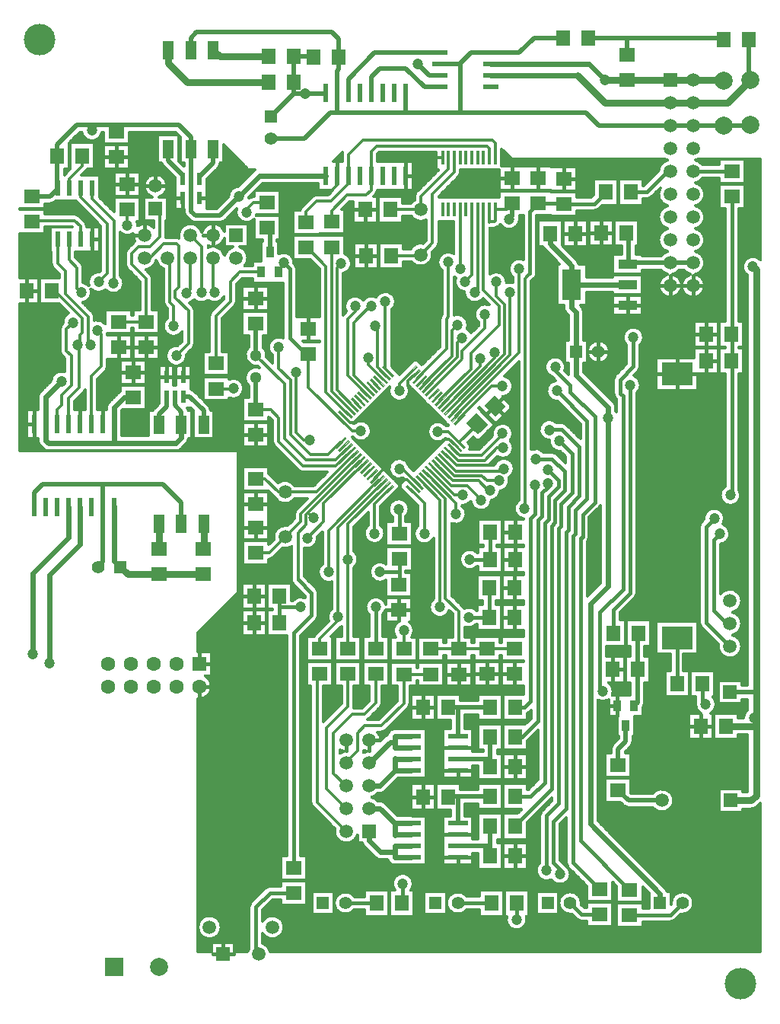
<source format=gtl>
%FSLAX43Y43*%
%MOMM*%
G71*
G01*
G75*
G04 Layer_Physical_Order=1*
%ADD10C,0.300*%
%ADD11R,1.600X1.800*%
%ADD12R,1.800X1.600*%
%ADD13R,3.500X2.600*%
%ADD14R,2.200X0.550*%
%ADD15R,2.200X0.550*%
%ADD16R,0.300X1.600*%
%ADD17C,0.075*%
%ADD18R,0.600X2.150*%
%ADD19R,1.200X2.000*%
%ADD20R,0.550X1.450*%
%ADD21R,0.550X1.450*%
%ADD22R,0.600X1.700*%
%ADD23R,0.850X1.300*%
%ADD24R,0.600X2.150*%
%ADD25R,1.700X0.600*%
%ADD26R,2.150X1.100*%
%ADD27R,2.150X1.100*%
%ADD28R,2.150X3.500*%
%ADD29C,0.400*%
%ADD30C,0.600*%
%ADD31C,0.500*%
%ADD32C,0.800*%
%ADD33C,1.600*%
%ADD34C,1.600*%
%ADD35R,1.600X1.600*%
%ADD36C,3.500*%
%ADD37C,2.000*%
%ADD38R,2.000X2.000*%
%ADD39R,1.400X1.400*%
%ADD40C,1.400*%
%ADD41C,1.300*%
%ADD42R,1.500X1.500*%
%ADD43C,1.500*%
%ADD44C,1.500*%
%ADD45C,1.200*%
D10*
X77252Y94590D02*
G03*
X76468Y95110I-1062J-750D01*
G01*
G03*
X76736Y95200I-278J1270D01*
G01*
X73104D02*
G03*
X73372Y95110I546J1180D01*
G01*
X76468Y92570D02*
G03*
X77252Y93090I-278J1270D01*
G01*
X77490Y91300D02*
G03*
X76468Y92570I-1300J0D01*
G01*
Y90030D02*
G03*
X77490Y91300I-278J1270D01*
G01*
Y88760D02*
G03*
X76468Y90030I-1300J0D01*
G01*
Y87490D02*
G03*
X77490Y88760I-278J1270D01*
G01*
Y86220D02*
G03*
X76468Y87490I-1300J0D01*
G01*
X83700Y84025D02*
G03*
X82250Y82269I-850J-775D01*
G01*
X76468Y84950D02*
G03*
X77490Y86220I-278J1270D01*
G01*
Y83680D02*
G03*
X76468Y84950I-1300J0D01*
G01*
Y82410D02*
G03*
X77490Y83680I-278J1270D01*
G01*
X75165Y82880D02*
G03*
X75912Y82410I1025J800D01*
G01*
X73928D02*
G03*
X74675Y82880I-278J1270D01*
G01*
X77490Y81140D02*
G03*
X76468Y82410I-1300J0D01*
G01*
X75912D02*
G03*
X74920Y81418I278J-1270D01*
G01*
G03*
X73928Y82410I-1270J-278D01*
G01*
X74920Y80862D02*
G03*
X77490Y81140I1270J278D01*
G01*
X73372Y95110D02*
G03*
X72352Y93913I278J-1270D01*
G01*
X71043Y90793D02*
G03*
X71574Y91013I0J750D01*
G01*
X72544Y91984D02*
G03*
X73372Y90030I1106J-684D01*
G01*
X71043Y90793D02*
G03*
X71574Y91013I0J750D01*
G01*
X65182Y89488D02*
G03*
X65712Y89707I0J750D01*
G01*
X65182Y89488D02*
G03*
X65712Y89707I0J750D01*
G01*
X73372Y90030D02*
G03*
X73372Y87490I278J-1270D01*
G01*
G03*
X73372Y84950I278J-1270D01*
G01*
G03*
X72625Y84480I278J-1270D01*
G01*
Y82880D02*
G03*
X73372Y82410I1025J800D01*
G01*
G03*
X74920Y80862I278J-1270D01*
G01*
X70300Y74528D02*
G03*
X70700Y75400I-750J872D01*
G01*
X81500Y57850D02*
G03*
X81257Y58558I-1150J0D01*
G01*
X79757Y58835D02*
G03*
X81500Y57850I593J-985D01*
G01*
X79523Y54638D02*
G03*
X79700Y55250I-973J612D01*
G01*
G03*
X77403Y55164I-1150J0D01*
G01*
X80300Y53550D02*
G03*
X79523Y54638I-1150J0D01*
G01*
X79250Y52404D02*
G03*
X80300Y53550I-100J1146D01*
G01*
X77120Y54880D02*
G03*
X76900Y54350I530J-530D01*
G01*
X77120Y54880D02*
G03*
X76900Y54350I530J-530D01*
G01*
X70700Y75400D02*
G03*
X68800Y74528I-1150J0D01*
G01*
X70080Y71620D02*
G03*
X70300Y72150I-530J530D01*
G01*
X70080Y71620D02*
G03*
X70300Y72150I-530J530D01*
G01*
X69950Y69228D02*
G03*
X70350Y70100I-750J872D01*
G01*
G03*
X69628Y71167I-1150J0D01*
G01*
X66911Y73792D02*
G03*
X64411Y73792I-1250J0D01*
G01*
X67570Y71230D02*
G03*
X67350Y70700I530J-530D01*
G01*
X67570Y71230D02*
G03*
X67350Y70700I530J-530D01*
G01*
X64411Y73792D02*
G03*
X66911Y73792I1250J0D01*
G01*
X67600Y67600D02*
G03*
X67351Y68201I-850J0D01*
G01*
X67350Y69150D02*
G03*
X67570Y68620I750J0D01*
G01*
X67350Y69150D02*
G03*
X67570Y68620I750J0D01*
G01*
X67600Y67600D02*
G03*
X67351Y68201I-850J0D01*
G01*
X65780Y56520D02*
G03*
X65900Y56676I-530J530D01*
G01*
X65780Y56520D02*
G03*
X65900Y56676I-530J530D01*
G01*
X56881Y88756D02*
G03*
X56893Y88893I-788J138D01*
G01*
X56881Y88756D02*
G03*
X56893Y88893I-788J138D01*
G01*
X56900Y88550D02*
G03*
X56881Y88756I-1150J0D01*
G01*
X63487Y83550D02*
G03*
X63251Y84001I-837J-150D01*
G01*
X63487Y83550D02*
G03*
X63251Y84001I-837J-150D01*
G01*
X64011Y78239D02*
G03*
X63762Y78840I-850J0D01*
G01*
X64011Y78239D02*
G03*
X63762Y78840I-850J0D01*
G01*
X61800Y78750D02*
G03*
X62049Y78149I850J0D01*
G01*
X61800Y78750D02*
G03*
X62049Y78149I850J0D01*
G01*
X59460Y85507D02*
G03*
X59661Y85187I802J281D01*
G01*
X59460Y85507D02*
G03*
X59661Y85187I802J281D01*
G01*
X57300Y84058D02*
G03*
X56150Y82088I-450J-1058D01*
G01*
X58355Y81815D02*
G03*
X58800Y82500I-305J685D01*
G01*
X54670Y87830D02*
G03*
X54768Y87952I-495J495D01*
G01*
X54670Y87830D02*
G03*
X54768Y87952I-495J495D01*
G01*
X54100Y87550D02*
G03*
X54595Y87755I0J700D01*
G01*
X54100Y87550D02*
G03*
X54595Y87755I0J700D01*
G01*
X53575Y87527D02*
G03*
X53710Y87550I-50J698D01*
G01*
X54768Y87952D02*
G03*
X56900Y88550I982J598D01*
G01*
X53575Y87527D02*
G03*
X53710Y87550I-50J698D01*
G01*
X50120Y93280D02*
G03*
X50325Y93775I-495J495D01*
G01*
X50120Y93280D02*
G03*
X50325Y93775I-495J495D01*
G01*
X56150Y81510D02*
G03*
X55448Y81477I-300J-1110D01*
G01*
X55450Y81550D02*
G03*
X53575Y82443I-1150J0D01*
G01*
X53503Y79007D02*
G03*
X52350Y77038I-453J-1057D01*
G01*
X50751Y80454D02*
G03*
X52811Y79699I1149J-54D01*
G01*
X47695Y85397D02*
G03*
X47900Y85892I-495J495D01*
G01*
X47695Y85397D02*
G03*
X47900Y85892I-495J495D01*
G01*
X49575Y84715D02*
G03*
X48250Y82838I-625J-965D01*
G01*
X47200Y84592D02*
G03*
X47170Y84872I-1300J0D01*
G01*
X49781Y82024D02*
G03*
X50751Y80454I1069J-424D01*
G01*
X49650Y82101D02*
G03*
X49781Y82024I650J949D01*
G01*
X51060Y76354D02*
G03*
X51150Y76800I-1060J446D01*
G01*
X51510Y75900D02*
G03*
X51060Y76354I-1010J-550D01*
G01*
X48250Y77940D02*
G03*
X48050Y77450I500J-490D01*
G01*
X51150Y76800D02*
G03*
X49650Y77895I-1150J0D01*
G01*
X48250Y77940D02*
G03*
X48050Y77450I500J-490D01*
G01*
X62000Y72100D02*
G03*
X61912Y72542I-1150J0D01*
G01*
X61911Y72543D02*
G03*
X60477Y71012I-1061J-443D01*
G01*
X61923Y71687D02*
G03*
X62000Y72100I-1073J413D01*
G01*
X60899Y70590D02*
G03*
X61136Y68303I151J-1140D01*
G01*
X62080Y65730D02*
G03*
X61550Y65950I-530J-530D01*
G01*
X62080Y65730D02*
G03*
X61550Y65950I-530J-530D01*
G01*
X60975D02*
G03*
X60204Y63950I-775J-850D01*
G01*
G03*
X61436Y62703I1146J-100D01*
G01*
X64450Y52740D02*
G03*
X64650Y53250I-550J510D01*
G01*
X64450Y52740D02*
G03*
X64650Y53250I-550J510D01*
G01*
X59572Y62650D02*
G03*
X58200Y62936I-872J-750D01*
G01*
X61030Y62430D02*
G03*
X60500Y62650I-530J-530D01*
G01*
X61030Y62430D02*
G03*
X60500Y62650I-530J-530D01*
G01*
X56800Y57299D02*
G03*
X57350Y55204I650J-949D01*
G01*
X55850Y63926D02*
G03*
X56150Y64700I-850J774D01*
G01*
X56200Y63100D02*
G03*
X55850Y63926I-1150J0D01*
G01*
X55699Y59789D02*
G03*
X56300Y60800I-549J1011D01*
G01*
X55750Y59450D02*
G03*
X55699Y59789I-1150J0D01*
G01*
X56150Y69950D02*
G03*
X55211Y71081I-1150J0D01*
G01*
X55007Y68800D02*
G03*
X56150Y69950I-7J1150D01*
G01*
Y64700D02*
G03*
X53874Y64464I-1150J0D01*
G01*
X48712Y65600D02*
G03*
X48692Y64174I-912J-700D01*
G01*
X54425Y62135D02*
G03*
X56200Y63100I625J965D01*
G01*
X54746Y58309D02*
G03*
X55750Y59450I-146J1141D01*
G01*
X56300Y60800D02*
G03*
X54072Y61200I-1150J0D01*
G01*
X53749Y57260D02*
G03*
X54746Y58309I-149J1140D01*
G01*
X51460Y57147D02*
G03*
X53749Y57260I1140J153D01*
G01*
X50500Y56701D02*
G03*
X51460Y57147I50J1149D01*
G01*
X50950Y55750D02*
G03*
X50500Y56662I-1150J0D01*
G01*
X49350Y54692D02*
G03*
X50950Y55750I450J1058D01*
G01*
X80587Y44832D02*
G03*
X81609Y46102I-278J1270D01*
G01*
G03*
X79250Y46856I-1300J0D01*
G01*
X81609Y43562D02*
G03*
X80587Y44832I-1300J0D01*
G01*
Y42292D02*
G03*
X81609Y43562I-278J1270D01*
G01*
Y41022D02*
G03*
X80587Y42292I-1300J0D01*
G01*
X76900Y43682D02*
G03*
X77120Y43151I750J0D01*
G01*
X79028Y41243D02*
G03*
X81609Y41022I1281J-221D01*
G01*
X76900Y43682D02*
G03*
X77120Y43151I750J0D01*
G01*
X82250Y33962D02*
G03*
X81801Y33093I700J-912D01*
G01*
X76455Y34995D02*
G03*
X76473Y34830I750J0D01*
G01*
X76455Y34995D02*
G03*
X76473Y34830I750J0D01*
G01*
X78750Y34600D02*
G03*
X78417Y35409I-1150J0D01*
G01*
X78156Y33593D02*
G03*
X78750Y34600I-556J1007D01*
G01*
X76473Y34830D02*
G03*
X77044Y33593I1127J-230D01*
G01*
X69730Y46470D02*
G03*
X69950Y47000I-530J530D01*
G01*
X69730Y46470D02*
G03*
X69950Y47000I-530J530D01*
G01*
X70623Y34250D02*
G03*
X70812Y34766I-611J516D01*
G01*
X70623Y34250D02*
G03*
X70812Y34766I-611J516D01*
G01*
X67300Y36050D02*
G03*
X66788Y37007I-1150J0D01*
G01*
X67209Y35602D02*
G03*
X67300Y36050I-1059J448D01*
G01*
X65600Y35040D02*
G03*
X66773Y35084I550J1010D01*
G01*
X82650Y22950D02*
G03*
X83322Y23228I0J950D01*
G01*
X82650Y22950D02*
G03*
X83322Y23228I0J950D01*
G01*
X74040Y23900D02*
G03*
X71715Y24700I-1300J0D01*
G01*
Y23100D02*
G03*
X74040Y23900I1025J800D01*
G01*
X76261Y12492D02*
G03*
X73761Y12492I-1250J0D01*
G01*
X74835Y11254D02*
G03*
X76261Y12492I177J1237D01*
G01*
X73337Y13742D02*
G03*
X73112Y14140I-825J-203D01*
G01*
X73337Y13742D02*
G03*
X73112Y14140I-825J-203D01*
G01*
X73761Y12492D02*
G03*
X73774Y12315I1250J0D01*
G01*
X73682Y10412D02*
G03*
X74212Y10632I0J750D01*
G01*
X73682Y10412D02*
G03*
X74212Y10632I0J750D01*
G01*
X69264Y29883D02*
G03*
X69498Y30448I-566J566D01*
G01*
X69263Y29882D02*
G03*
X69498Y30448I-565J567D01*
G01*
X68429Y23334D02*
G03*
X68994Y23100I566J566D01*
G01*
X68427Y23335D02*
G03*
X68994Y23100I567J565D01*
G01*
X67292Y30173D02*
G03*
X67057Y29607I565J-567D01*
G01*
X67291Y30172D02*
G03*
X67057Y29607I566J-566D01*
G01*
X62100Y16956D02*
G03*
X62320Y16425I750J0D01*
G01*
X62100Y16956D02*
G03*
X62320Y16425I750J0D01*
G01*
X63761Y12492D02*
G03*
X61261Y12492I-1250J0D01*
G01*
X62550Y15700D02*
G03*
X61950Y16710I-1150J0D01*
G01*
X60431Y15080D02*
G03*
X62550Y15700I969J620D01*
G01*
X63749Y12315D02*
G03*
X63761Y12492I-1237J177D01*
G01*
X63260Y10682D02*
G03*
X63791Y10462I530J530D01*
G01*
X63260Y10682D02*
G03*
X63791Y10462I530J530D01*
G01*
X61261Y12492D02*
G03*
X62688Y11254I1250J0D01*
G01*
X57762Y33566D02*
G03*
X57977Y33716I-316J680D01*
G01*
X57762Y33566D02*
G03*
X57977Y33716I-316J680D01*
G01*
X52227Y51443D02*
G03*
X52216Y49943I-877J-743D01*
G01*
X52127Y44993D02*
G03*
X50731Y45276I-877J-743D01*
G01*
G03*
X50620Y45420I-605J-351D01*
G01*
X50731Y45276D02*
G03*
X50620Y45420I-605J-351D01*
G01*
X50825Y43181D02*
G03*
X52116Y43493I425J1069D01*
G01*
X47350Y46349D02*
G03*
X49073Y44987I650J-949D01*
G01*
X59370Y22730D02*
G03*
X59150Y22200I530J-530D01*
G01*
X59370Y22730D02*
G03*
X59150Y22200I530J-530D01*
G01*
Y16972D02*
G03*
X60431Y15080I750J-872D01*
G01*
X57700Y10650D02*
G03*
X57643Y11007I-1150J0D01*
G01*
X55457D02*
G03*
X57700Y10650I1093J-357D01*
G01*
X51011Y13242D02*
G03*
X48761Y12492I-1000J-750D01*
G01*
G03*
X51011Y11742I1250J0D01*
G01*
X45405Y91545D02*
G03*
X45200Y91050I495J-495D01*
G01*
X45405Y91545D02*
G03*
X45200Y91050I495J-495D01*
G01*
Y90688D02*
G03*
X44805Y90292I700J-1095D01*
G01*
X37189Y95989D02*
G03*
X37145Y95745I656J-244D01*
G01*
X37189Y95989D02*
G03*
X37145Y95745I656J-244D01*
G01*
X40880Y91290D02*
G03*
X41084Y91750I-495J495D01*
G01*
X40880Y91290D02*
G03*
X41084Y91750I-495J495D01*
G01*
X34300Y91250D02*
G03*
X33805Y91045I0J-700D01*
G01*
X34300Y91250D02*
G03*
X33805Y91045I0J-700D01*
G01*
X44805Y88892D02*
G03*
X46500Y88439I1095J700D01*
G01*
X46180Y85862D02*
G03*
X44748Y85193I-280J-1270D01*
G01*
X44875Y83793D02*
G03*
X47200Y84592I1026J799D01*
G01*
X32662Y89902D02*
G03*
X32469Y89538I495J-495D01*
G01*
X32662Y89902D02*
G03*
X32469Y89538I495J-495D01*
G01*
X38200Y83650D02*
G03*
X37407Y84743I-1150J0D01*
G01*
X27458Y94050D02*
G03*
X27374Y93976I517J-675D01*
G01*
X27458Y94050D02*
G03*
X27374Y93976I517J-675D01*
G01*
X27262Y91062D02*
G03*
X26787Y90876I0J-700D01*
G01*
X27262Y91062D02*
G03*
X26787Y90876I0J-700D01*
G01*
G03*
X26799Y90997I-1137J174D01*
G01*
X25416Y89685D02*
G03*
X27343Y88518I1084J-385D01*
G01*
X27583Y88912D02*
G03*
X27613Y89012I-1083J388D01*
G01*
X23366Y94234D02*
G03*
X23600Y94800I-566J566D01*
G01*
X23365Y94233D02*
G03*
X23600Y94800I-565J567D01*
G01*
X25597Y92199D02*
G03*
X24500Y91032I53J-1149D01*
G01*
X23550Y88150D02*
G03*
X24117Y88385I0J800D01*
G01*
X23550Y88150D02*
G03*
X24116Y88384I0J800D01*
G01*
X31800Y83700D02*
G03*
X31749Y84038I-1150J0D01*
G01*
X31707Y84154D02*
G03*
X30077Y84697I-1057J-454D01*
G01*
X31749Y84038D02*
G03*
X31707Y84154I-1099J-338D01*
G01*
X24049Y87153D02*
G03*
X21539Y87040I-1240J-390D01*
G01*
X26649Y84222D02*
G03*
X25740Y85462I-1300J0D01*
G01*
X26311Y83348D02*
G03*
X26649Y84222I-962J874D01*
G01*
X24959Y85462D02*
G03*
X24079Y84500I390J-1240D01*
G01*
X23087Y85492D02*
G03*
X24049Y86372I-278J1270D01*
G01*
X22241Y85593D02*
G03*
X22532Y85492I568J1169D01*
G01*
X22250Y85481D02*
G03*
X22241Y85593I-700J0D01*
G01*
X24079Y84500D02*
G03*
X23087Y85492I-1270J-278D01*
G01*
X22250Y85481D02*
G03*
X22241Y85593I-700J0D01*
G01*
X22532Y85492D02*
G03*
X22250Y85396I278J-1270D01*
G01*
X43100Y79350D02*
G03*
X40926Y79873I-1150J0D01*
G01*
G03*
X39500Y79566I-526J-1023D01*
G01*
X42650Y78438D02*
G03*
X43100Y79350I-700J912D01*
G01*
X39500Y79566D02*
G03*
X37616Y78256I-900J-716D01*
G01*
X37250Y82518D02*
G03*
X38200Y83650I-200J1132D01*
G01*
X32100Y83000D02*
G03*
X31880Y83530I-750J0D01*
G01*
X32100Y83000D02*
G03*
X31880Y83530I-750J0D01*
G01*
X44650Y69450D02*
G03*
X44411Y70152I-1150J0D01*
G01*
X42448Y69914D02*
G03*
X44650Y69450I1052J-464D01*
G01*
X25195Y78905D02*
G03*
X25400Y79400I-495J495D01*
G01*
X25195Y78905D02*
G03*
X25400Y79400I-495J495D01*
G01*
X22225Y79507D02*
G03*
X24000Y79931I725J893D01*
G01*
X20695Y79578D02*
G03*
X22225Y79507I805J822D01*
G01*
X22612Y78302D02*
G03*
X22407Y77807I495J-495D01*
G01*
X22612Y78302D02*
G03*
X22407Y77807I495J-495D01*
G01*
X30600Y75336D02*
G03*
X29400Y73388I-500J-1036D01*
G01*
X28755Y73399D02*
G03*
X28355Y74293I-1200J0D01*
G01*
X28739Y73204D02*
G03*
X28755Y73399I-1184J194D01*
G01*
X26755Y74293D02*
G03*
X27749Y72214I800J-894D01*
G01*
X27922Y72041D02*
G03*
X26757Y70002I-368J-1142D01*
G01*
X26200Y69700D02*
G03*
X24557Y70739I-1150J0D01*
G01*
Y68661D02*
G03*
X26200Y69700I493J1039D01*
G01*
X22550Y67250D02*
G03*
X22316Y67816I-800J-0D01*
G01*
X22550Y67250D02*
G03*
X22315Y67817I-800J-0D01*
G01*
X17040Y94800D02*
G03*
X17235Y94483I760J250D01*
G01*
X17040Y94800D02*
G03*
X17234Y94484I760J250D01*
G01*
X16778Y90995D02*
G03*
X17688Y92235I-390J1240D01*
G01*
G03*
X15998Y90995I-1300J0D01*
G01*
X20234Y88384D02*
G03*
X20800Y88150I566J566D01*
G01*
X20233Y88385D02*
G03*
X20800Y88150I567J565D01*
G01*
X19550Y89400D02*
G03*
X19784Y88834I800J0D01*
G01*
X19550Y89400D02*
G03*
X19785Y88833I800J0D01*
G01*
X21539Y87040D02*
G03*
X19014Y86426I-1270J-278D01*
G01*
G03*
X18700Y86500I-314J-626D01*
G01*
X19014Y86426D02*
G03*
X18700Y86500I-314J-626D01*
G01*
X16459Y83945D02*
G03*
X17300Y82995I1270J278D01*
G01*
X15312Y82928D02*
G03*
X16459Y83945I-123J1294D01*
G01*
X14400Y87887D02*
G03*
X14337Y88262I-1150J0D01*
G01*
X16150Y87638D02*
G03*
X14396Y87792I-961J-876D01*
G01*
X13901Y86939D02*
G03*
X14090Y86068I1288J-177D01*
G01*
X12450Y87061D02*
G03*
X13901Y86939I800J826D01*
G01*
X14090Y86068D02*
G03*
X14005Y85995I410J-568D01*
G01*
X14090Y86068D02*
G03*
X14005Y85995I410J-568D01*
G01*
X13255Y85245D02*
G03*
X13050Y84750I495J-495D01*
G01*
X13255Y85245D02*
G03*
X13050Y84750I495J-495D01*
G01*
Y83500D02*
G03*
X13255Y83005I700J0D01*
G01*
X13050Y83500D02*
G03*
X13255Y83005I700J0D01*
G01*
X8168Y98200D02*
G03*
X10432Y98200I1132J200D01*
G01*
X8733Y93993D02*
G03*
X8847Y94143I-495J495D01*
G01*
X8733Y93993D02*
G03*
X8847Y94143I-495J495D01*
G01*
X7471Y90600D02*
G03*
X7540Y90520I564J415D01*
G01*
X7471Y90600D02*
G03*
X7540Y90520I564J415D01*
G01*
X4638Y90238D02*
G03*
X5204Y90473I0J800D01*
G01*
X4638Y90238D02*
G03*
X5203Y90472I0J800D01*
G01*
X7895Y88895D02*
G03*
X7400Y89100I-495J-495D01*
G01*
X7895Y88895D02*
G03*
X7400Y89100I-495J-495D01*
G01*
X8735Y87765D02*
G03*
X8530Y88260I-700J0D01*
G01*
X8735Y87765D02*
G03*
X8530Y88260I-700J0D01*
G01*
X8350Y83150D02*
G03*
X8145Y83645I-700J0D01*
G01*
X8350Y83150D02*
G03*
X8145Y83645I-700J0D01*
G01*
X4795Y83605D02*
G03*
X5000Y83110I700J0D01*
G01*
X4795Y83605D02*
G03*
X5000Y83110I700J0D01*
G01*
X20177Y79213D02*
G03*
X20695Y79578I-377J1087D01*
G01*
X17300Y79300D02*
G03*
X17505Y78805I700J0D01*
G01*
X17300Y79300D02*
G03*
X17505Y78805I700J0D01*
G01*
X20750Y78350D02*
G03*
X20545Y78845I-700J0D01*
G01*
X20750Y78350D02*
G03*
X20545Y78845I-700J0D01*
G01*
X17700Y77562D02*
G03*
X19350Y76002I700J-912D01*
G01*
X20545Y74205D02*
G03*
X20750Y74700I-495J495D01*
G01*
X20545Y74205D02*
G03*
X20750Y74700I-495J495D01*
G01*
X19850Y73350D02*
G03*
X19840Y73500I-1150J0D01*
G01*
X16057Y81893D02*
G03*
X15852Y82388I-700J0D01*
G01*
X16057Y81893D02*
G03*
X15852Y82388I-700J0D01*
G01*
X19035Y72250D02*
G03*
X19850Y73350I-335J1100D01*
G01*
X18675Y72200D02*
G03*
X19035Y72250I25J1150D01*
G01*
X18850Y74490D02*
G03*
X18365Y72250I-150J-1140D01*
G01*
X18425Y72233D02*
G03*
X18675Y72200I275J1117D01*
G01*
X20742Y69390D02*
G03*
X20325Y69611I-567J-565D01*
G01*
X20741Y69391D02*
G03*
X20325Y69611I-566J-566D01*
G01*
X20044Y67250D02*
G03*
X19943Y67550I-794J-100D01*
G01*
X20044Y67250D02*
G03*
X19943Y67550I-794J-100D01*
G01*
X16185Y67417D02*
G03*
X16057Y67250I565J-567D01*
G01*
X16184Y67416D02*
G03*
X16057Y67250I566J-566D01*
G01*
X12850Y81400D02*
G03*
X12450Y82272I-1150J0D01*
G01*
X10803Y80681D02*
G03*
X12850Y81400I897J719D01*
G01*
X10200Y82690D02*
G03*
X8972Y81150I-150J-1140D01*
G01*
X9178Y80800D02*
G03*
X10803Y80681I872J750D01*
G01*
X9250Y80400D02*
G03*
X9178Y80800I-1150J0D01*
G01*
X8319Y79271D02*
G03*
X9250Y80400I-219J1129D01*
G01*
X10807Y76908D02*
G03*
X9600Y77310I-907J-708D01*
G01*
Y77700D02*
G03*
X9395Y78195I-700J0D01*
G01*
X9600Y77700D02*
G03*
X9395Y78195I-700J0D01*
G01*
X8972Y81150D02*
G03*
X8350Y81522I-872J-750D01*
G01*
X6683Y78077D02*
G03*
X6060Y76900I517J-1027D01*
G01*
X5955Y76795D02*
G03*
X5750Y76300I495J-495D01*
G01*
X5955Y76795D02*
G03*
X5750Y76300I495J-495D01*
G01*
Y73900D02*
G03*
X5955Y73405I700J0D01*
G01*
X5750Y73900D02*
G03*
X5955Y73405I700J0D01*
G01*
X10845Y71658D02*
G03*
X11050Y72153I-495J495D01*
G01*
X10845Y71658D02*
G03*
X11050Y72153I-495J495D01*
G01*
X12443Y69421D02*
G03*
X12311Y69313I469J-709D01*
G01*
X12443Y69421D02*
G03*
X12311Y69313I469J-709D01*
G01*
X11194Y68196D02*
G03*
X10945Y67595I601J-601D01*
G01*
X11194Y68196D02*
G03*
X10945Y67595I601J-601D01*
G01*
X8392Y69305D02*
G03*
X8555Y69561I-495J495D01*
G01*
X8392Y69305D02*
G03*
X8555Y69561I-495J495D01*
G01*
X6300Y71581D02*
G03*
X4751Y70556I-400J-1078D01*
G01*
X3574Y69379D02*
G03*
X3325Y68778I601J-601D01*
G01*
X3574Y69379D02*
G03*
X3325Y68778I601J-601D01*
G01*
X44628Y61026D02*
G03*
X43937Y59736I-1128J-226D01*
G01*
X44243Y55468D02*
G03*
X44600Y56300I-793J832D01*
G01*
G03*
X42743Y55393I-1150J0D01*
G01*
X45600Y54462D02*
G03*
X47350Y53081I700J-912D01*
G01*
X41634Y44515D02*
G03*
X42007Y45087I-734J885D01*
G01*
X45148Y42798D02*
G03*
X44660Y43738I-1150J0D01*
G01*
X44902Y42088D02*
G03*
X45148Y42798I-905J710D01*
G01*
X43335Y43738D02*
G03*
X43093Y42088I663J-940D01*
G01*
X41900Y53600D02*
G03*
X41450Y54512I-1150J0D01*
G01*
X40050D02*
G03*
X41900Y53600I700J-912D01*
G01*
X40400Y65000D02*
G03*
X38431Y65808I-1150J0D01*
G01*
X38338Y64300D02*
G03*
X40400Y65000I912J700D01*
G01*
X38920Y50700D02*
G03*
X38470Y51612I-1150J0D01*
G01*
X42043Y50217D02*
G03*
X42007Y48356I-693J-917D01*
G01*
X42007Y45713D02*
G03*
X40134Y44542I-1107J-313D01*
G01*
X38470Y49788D02*
G03*
X38920Y50700I-700J912D01*
G01*
X34950Y50212D02*
G03*
X36000Y48205I700J-912D01*
G01*
X36973Y43183D02*
G03*
X37070Y43211I-273J1117D01*
G01*
X36000Y45212D02*
G03*
X35647Y43837I700J-912D01*
G01*
X44493Y34203D02*
G03*
X44698Y34698I-495J495D01*
G01*
X44493Y34203D02*
G03*
X44698Y34698I-495J495D01*
G01*
X45043Y31875D02*
G03*
X44838Y31900I-205J-825D01*
G01*
Y26390D02*
G03*
X45043Y26415I0J850D01*
G01*
X43000Y31900D02*
G03*
X42162Y31188I0J-850D01*
G01*
X43000Y31900D02*
G03*
X42162Y31188I0J-850D01*
G01*
G03*
X41879Y31001I318J-788D01*
G01*
X42162Y31188D02*
G03*
X41879Y31001I318J-788D01*
G01*
X41500Y31500D02*
G03*
X41995Y31705I0J700D01*
G01*
X41379Y34239D02*
G03*
X41584Y34734I-495J495D01*
G01*
X41379Y34239D02*
G03*
X41584Y34734I-495J495D01*
G01*
X41500Y31500D02*
G03*
X41995Y31705I0J700D01*
G01*
X41450Y30610D02*
G03*
X41098Y31500I-1300J0D01*
G01*
X45043Y22175D02*
G03*
X44838Y22200I-205J-825D01*
G01*
Y16690D02*
G03*
X45043Y16715I0J850D01*
G01*
X44777Y13907D02*
G03*
X45050Y14650I-877J743D01*
G01*
G03*
X43023Y13907I-1150J0D01*
G01*
X42188Y17300D02*
G03*
X42399Y16949I812J250D01*
G01*
X42188Y17300D02*
G03*
X42399Y16949I812J250D01*
G01*
X42409Y16939D02*
G03*
X43010Y16690I601J601D01*
G01*
X42409Y16939D02*
G03*
X43010Y16690I601J601D01*
G01*
X41350Y24680D02*
G03*
X41951Y24929I0J850D01*
G01*
X41350Y24680D02*
G03*
X41951Y24929I0J850D01*
G01*
X41961Y23591D02*
G03*
X41360Y23840I-601J-601D01*
G01*
X41961Y23591D02*
G03*
X41360Y23840I-601J-601D01*
G01*
X40428Y24260D02*
G03*
X41134Y24680I-278J1270D01*
G01*
Y23840D02*
G03*
X40428Y24260I-984J-850D01*
G01*
X40011Y32900D02*
G03*
X40145Y33005I-361J600D01*
G01*
X40011Y32900D02*
G03*
X40145Y33005I-361J600D01*
G01*
X39550Y29457D02*
G03*
X39872Y29340I600J1153D01*
G01*
G03*
X39523Y29209I278J-1270D01*
G01*
G03*
X39550Y29400I-673J191D01*
G01*
X39523Y29209D02*
G03*
X39550Y29400I-673J191D01*
G01*
X38449Y34200D02*
G03*
X38470Y34370I-679J170D01*
G01*
X38449Y34200D02*
G03*
X38470Y34370I-679J170D01*
G01*
X36900Y29521D02*
G03*
X37332Y29340I710J1089D01*
G01*
G03*
X36900Y29159I278J-1270D01*
G01*
X40849Y17549D02*
G03*
X41450Y17300I601J601D01*
G01*
X40849Y17549D02*
G03*
X41450Y17300I601J601D01*
G01*
X39355Y19150D02*
G03*
X39549Y18849I795J300D01*
G01*
X39355Y19150D02*
G03*
X39549Y18849I795J300D01*
G01*
X36340Y20730D02*
G03*
X38850Y20060I1270J-280D01*
G01*
X38537Y13207D02*
G03*
X36261Y12492I-1025J-715D01*
G01*
G03*
X38484Y11707I1250J0D01*
G01*
X32305Y60605D02*
G03*
X32800Y60400I495J495D01*
G01*
X32305Y60605D02*
G03*
X32800Y60400I495J495D01*
G01*
X31896Y58892D02*
G03*
X30013Y59227I-1095J-700D01*
G01*
X32055Y56269D02*
G03*
X31850Y55774I495J-495D01*
G01*
X32055Y56269D02*
G03*
X31850Y55774I495J-495D01*
G01*
X29621Y57645D02*
G03*
X31896Y57492I1179J547D01*
G01*
X29400Y63800D02*
G03*
X29605Y63305I700J0D01*
G01*
X29400Y63800D02*
G03*
X29605Y63305I700J0D01*
G01*
X29057Y60183D02*
G03*
X28957Y60266I-495J-495D01*
G01*
X29057Y60183D02*
G03*
X28957Y60266I-495J-495D01*
G01*
X34400Y53050D02*
G03*
X34390Y53200I-1150J0D01*
G01*
X32950Y51940D02*
G03*
X34400Y53050I300J1110D01*
G01*
X34500Y46950D02*
G03*
X34280Y47480I-750J0D01*
G01*
X34500Y46950D02*
G03*
X34280Y47480I-750J0D01*
G01*
X33000Y46458D02*
G03*
X31678Y46150I-450J-1058D01*
G01*
X30521Y51923D02*
G03*
X31550Y52130I280J1270D01*
G01*
X31080Y54462D02*
G03*
X29531Y52913I-280J-1270D01*
G01*
X29020Y50712D02*
G03*
X29515Y50917I0J700D01*
G01*
X29020Y50712D02*
G03*
X29515Y50917I0J700D01*
G01*
X31550Y48719D02*
G03*
X31720Y47920I700J-269D01*
G01*
X19851Y63599D02*
G03*
X20099Y64150I-601J601D01*
G01*
X19851Y63599D02*
G03*
X20099Y64150I-601J601D01*
G01*
X18650Y62750D02*
G03*
X19251Y62999I0J850D01*
G01*
X18650Y62750D02*
G03*
X19251Y62999I0J850D01*
G01*
X3899D02*
G03*
X4500Y62750I601J601D01*
G01*
X3899Y62999D02*
G03*
X4500Y62750I601J601D01*
G01*
X3325Y63925D02*
G03*
X3574Y63324I850J0D01*
G01*
X3325Y63925D02*
G03*
X3574Y63324I850J0D01*
G01*
X34280Y43970D02*
G03*
X34500Y44500I-530J530D01*
G01*
X34280Y43970D02*
G03*
X34500Y44500I-530J530D01*
G01*
X34148Y42338D02*
G03*
X33997Y42112I495J-495D01*
G01*
X34148Y42338D02*
G03*
X33997Y42112I495J-495D01*
G01*
X33650Y23710D02*
G03*
X33855Y23215I700J0D01*
G01*
X33650Y23710D02*
G03*
X33855Y23215I700J0D01*
G01*
X29112Y14362D02*
G03*
X28582Y14143I0J-750D01*
G01*
X29112Y14362D02*
G03*
X28582Y14143I0J-750D01*
G01*
X30700Y9800D02*
G03*
X28300Y10493I-1300J0D01*
G01*
Y9107D02*
G03*
X30700Y9800I1100J693D01*
G01*
X29165Y7100D02*
G03*
X28300Y8037I-1265J-300D01*
G01*
X22628Y36548D02*
G03*
X21915Y37738I-1350J0D01*
G01*
X21100Y35210D02*
G03*
X22628Y36548I178J1338D01*
G01*
X27020Y12580D02*
G03*
X26800Y12050I530J-530D01*
G01*
X27020Y12580D02*
G03*
X26800Y12050I530J-530D01*
G01*
X23700Y9800D02*
G03*
X21100Y9803I-1300J0D01*
G01*
Y9797D02*
G03*
X23700Y9800I1300J3D01*
G01*
X26800Y7493D02*
G03*
X26635Y7100I1100J-693D01*
G01*
X48712Y65600D02*
G03*
X48692Y64174I-912J-700D01*
G01*
X44650Y69450D02*
G03*
X44411Y70152I-1150J0D01*
G01*
X42448Y69914D02*
G03*
X44650Y69450I1052J-464D01*
G01*
X40400Y65000D02*
G03*
X38431Y65808I-1150J0D01*
G01*
X44628Y61026D02*
G03*
X43937Y59736I-1128J-226D01*
G01*
X38338Y64300D02*
G03*
X40400Y65000I912J700D01*
G01*
X52093Y66763D02*
X53154Y65703D01*
X52235Y64784D01*
X51174Y65844D01*
X52093Y66763D01*
Y66410D02*
X52801Y65703D01*
X52235Y65137D01*
X51528Y65844D01*
X52093Y66410D01*
Y66056D02*
X52447Y65703D01*
X52235Y65491D01*
X51881Y65844D01*
X52093Y66056D01*
X52164Y65791D02*
Y65756D01*
X54073Y68743D02*
X55134Y67683D01*
X54215Y66763D01*
X53154Y67824D01*
X54073Y68743D01*
Y68390D02*
X54780Y67683D01*
X54215Y67117D01*
X53508Y67824D01*
X54073Y68390D01*
Y68036D02*
X54427Y67683D01*
X54215Y67471D01*
X53861Y67824D01*
X54073Y68036D01*
X54144Y67771D02*
Y67735D01*
X49400Y76200D02*
X50000Y76800D01*
X46271Y70201D02*
X49400Y73331D01*
X7750Y74600D02*
X8000Y74850D01*
X7750Y74600D02*
X7897Y74453D01*
X6715Y65775D02*
Y68618D01*
X81957Y95150D02*
X83700D01*
X81957Y95050D02*
X83700D01*
X81957Y94950D02*
X83700D01*
X81957Y94850D02*
X83700D01*
X81957Y94750D02*
X83700D01*
X81957Y94650D02*
X83700D01*
X81957Y94550D02*
X83700D01*
X81957Y94450D02*
X83700D01*
X81957Y94350D02*
X83700D01*
X81957Y94250D02*
X83700D01*
X81957Y94150D02*
X83700D01*
X81957Y94050D02*
X83700D01*
X81957Y93950D02*
X83700D01*
X81957Y93850D02*
X83700D01*
X81957Y93750D02*
X83700D01*
X81957Y93650D02*
X83700D01*
X81957Y93550D02*
X83700D01*
X81957Y93450D02*
X83700D01*
X81957Y93350D02*
X83700D01*
X81957Y93250D02*
X83700D01*
X81957Y93150D02*
X83700D01*
X81957Y93050D02*
X83700D01*
X81957Y92950D02*
X83700D01*
X81957Y92850D02*
X83700D01*
X81957Y92750D02*
X83700D01*
X81957Y92488D02*
Y95188D01*
Y92650D02*
X83700D01*
X81957Y92550D02*
X83700D01*
X81957Y92350D02*
X83700D01*
X81957Y89688D02*
Y92388D01*
Y92250D02*
X83700D01*
X81957Y92150D02*
X83700D01*
X81957Y92050D02*
X83700D01*
X81957Y91950D02*
X83700D01*
X76736Y95200D02*
X83700D01*
X76797Y92450D02*
X83700D01*
X81957Y91850D02*
X83700D01*
X81957Y91750D02*
X83700D01*
X81957Y91650D02*
X83700D01*
X81957Y91550D02*
X83700D01*
X79057Y95188D02*
X81957D01*
X81957Y91450D02*
X83700D01*
X79057Y92488D02*
X81957D01*
X79057Y92388D02*
X81957D01*
Y91350D02*
X83700D01*
X81957Y91250D02*
X83700D01*
X81957Y91150D02*
X83700D01*
X81957Y91050D02*
X83700D01*
X81957Y90950D02*
X83700D01*
X81957Y90850D02*
X83700D01*
X81957Y90750D02*
X83700D01*
X81957Y90650D02*
X83700D01*
X81957Y90550D02*
X83700D01*
X81957Y90450D02*
X83700D01*
X81957Y90350D02*
X83700D01*
X81957Y90250D02*
X83700D01*
X81957Y90150D02*
X83700D01*
X81957Y90050D02*
X83700D01*
X81957Y89950D02*
X83700D01*
X81957Y89850D02*
X83700D01*
X81957Y89750D02*
X83700D01*
X81257Y89688D02*
X81957D01*
X79057D02*
X79757D01*
X81257Y89650D02*
X83700D01*
X81257Y89550D02*
X83700D01*
X81257Y89450D02*
X83700D01*
X81257Y89350D02*
X83700D01*
X81257Y89250D02*
X83700D01*
X81257Y89150D02*
X83700D01*
X81257Y89050D02*
X83700D01*
X81257Y88950D02*
X83700D01*
X81257Y88850D02*
X83700D01*
X81257Y88750D02*
X83700D01*
X81257Y88650D02*
X83700D01*
X81257Y88550D02*
X83700D01*
X81257Y88450D02*
X83700D01*
X81257Y88350D02*
X83700D01*
X81257Y88250D02*
X83700D01*
X81257Y88150D02*
X83700D01*
X81257Y88050D02*
X83700D01*
X81257Y87950D02*
X83700D01*
X81257Y87850D02*
X83700D01*
X81257Y87750D02*
X83700D01*
X81257Y87650D02*
X83700D01*
X81257Y87550D02*
X83700D01*
X81257Y87450D02*
X83700D01*
X81257Y87350D02*
X83700D01*
X81257Y87250D02*
X83700D01*
X81257Y87150D02*
X83700D01*
X81257Y87050D02*
X83700D01*
X81257Y86950D02*
X83700D01*
X81257Y86850D02*
X83700D01*
X81257Y86750D02*
X83700D01*
X81257Y86650D02*
X83700D01*
X81257Y86550D02*
X83700D01*
X77292Y89450D02*
X79757D01*
X77349Y89350D02*
X79757D01*
X77138Y89650D02*
X79757D01*
X77223Y89550D02*
X79757D01*
X77457Y89050D02*
X79757D01*
X77476Y88950D02*
X79757D01*
X77394Y89250D02*
X79757D01*
X77430Y89150D02*
X79757D01*
X77487Y88850D02*
X79757D01*
X77490Y88750D02*
X79757D01*
X77485Y88650D02*
X79757D01*
X77473Y88550D02*
X79757D01*
X77452Y88450D02*
X79757D01*
X77424Y88350D02*
X79757D01*
X77386Y88250D02*
X79757D01*
X77338Y88150D02*
X79757D01*
X81257Y86450D02*
X83700D01*
X81257Y86350D02*
X83700D01*
X81257Y86250D02*
X83700D01*
X81257Y86150D02*
X83700D01*
X81257Y86050D02*
X83700D01*
X81257Y85950D02*
X83700D01*
X81257Y85850D02*
X83700D01*
X81257Y85750D02*
X83700D01*
X77279Y88050D02*
X79757D01*
X77207Y87950D02*
X79757D01*
X77118Y87850D02*
X79757D01*
X77008Y87750D02*
X79757D01*
X76866Y87650D02*
X79757D01*
X81257Y85650D02*
X83700D01*
X76664Y87550D02*
X79757D01*
X79057Y94590D02*
Y95188D01*
X78997Y94590D02*
Y95200D01*
X78897Y94590D02*
Y95200D01*
X78797Y94590D02*
Y95200D01*
X78697Y94590D02*
Y95200D01*
X78597Y94590D02*
Y95200D01*
X77207Y94650D02*
X79057D01*
X78497Y94590D02*
Y95200D01*
X78397Y94590D02*
Y95200D01*
X78297Y94590D02*
Y95200D01*
X78197Y94590D02*
Y95200D01*
X78097Y94590D02*
Y95200D01*
X77997Y94590D02*
Y95200D01*
X77897Y94590D02*
Y95200D01*
X77197Y94662D02*
Y95200D01*
X77797Y94590D02*
Y95200D01*
X77252Y94590D02*
X79057D01*
Y92488D02*
Y93090D01*
X77252D02*
X79057D01*
X77222Y93050D02*
X79057D01*
X77368Y91850D02*
X79057D01*
Y89688D02*
Y92388D01*
X77316Y91950D02*
X79057D01*
X77410Y91750D02*
X79057D01*
X77697Y94590D02*
Y95200D01*
X77597Y94590D02*
Y95200D01*
X77497Y94590D02*
Y95200D01*
X77397Y94590D02*
Y95200D01*
X77297Y94590D02*
Y95200D01*
X77397Y91783D02*
Y93090D01*
X77197Y92122D02*
Y93018D01*
X77297Y91982D02*
Y93090D01*
X76666Y95050D02*
X79057D01*
X77097Y94771D02*
Y95200D01*
X76610Y95150D02*
X79057D01*
X77119Y94750D02*
X79057D01*
X77137Y92950D02*
X79057D01*
X76867Y94950D02*
X79057D01*
X77009Y94850D02*
X79057D01*
X76897Y94931D02*
Y95200D01*
X76997Y94859D02*
Y95200D01*
X76797Y94990D02*
Y95200D01*
X73197Y95058D02*
Y95162D01*
X76697Y95037D02*
Y95183D01*
X73097Y95016D02*
Y95200D01*
X77032Y92850D02*
X79057D01*
X76898Y92750D02*
X79057D01*
X76713Y92650D02*
X79057D01*
X76548Y92550D02*
X79057D01*
X77174Y92150D02*
X79057D01*
X77252Y92050D02*
X79057D01*
X76957Y92350D02*
X79057D01*
X77078Y92250D02*
X79057D01*
X76997Y92319D02*
Y92821D01*
X77097Y92231D02*
Y92909D01*
X76897Y92391D02*
Y92749D01*
X76697Y92497D02*
Y92643D01*
X76797Y92450D02*
Y92690D01*
X77466Y91550D02*
X79057D01*
X77481Y91450D02*
X79057D01*
X77442Y91650D02*
X79057D01*
X77489Y91350D02*
X79057D01*
X77489Y91250D02*
X79057D01*
X77481Y91150D02*
X79057D01*
X77466Y91050D02*
X79057D01*
X77442Y90950D02*
X79057D01*
X77410Y90850D02*
X79057D01*
X77397Y89243D02*
Y90817D01*
X77368Y90750D02*
X79057D01*
X77316Y90650D02*
X79057D01*
X77252Y90550D02*
X79057D01*
X77297Y89442D02*
Y90618D01*
X77197Y89582D02*
Y90478D01*
Y87042D02*
Y87938D01*
X77377Y86750D02*
X79757D01*
X77417Y86650D02*
X79757D01*
X77266Y86950D02*
X79757D01*
X77327Y86850D02*
X79757D01*
X77448Y86550D02*
X79757D01*
X77470Y86450D02*
X79757D01*
X77484Y86350D02*
X79757D01*
X77490Y86250D02*
X79757D01*
X77488Y86150D02*
X79757D01*
X77479Y86050D02*
X79757D01*
X77297Y86902D02*
Y88078D01*
X77397Y86703D02*
Y88277D01*
X77462Y85950D02*
X79757D01*
X77436Y85850D02*
X79757D01*
X77402Y85750D02*
X79757D01*
X77358Y85650D02*
X79757D01*
X77173Y90450D02*
X79057D01*
X77077Y90350D02*
X79057D01*
X76956Y90250D02*
X79057D01*
X76796Y90150D02*
X79057D01*
X76899Y89850D02*
X79057D01*
X77033Y89750D02*
X79057D01*
X76546Y90050D02*
X79057D01*
X76714Y89950D02*
X79057D01*
X76997Y89779D02*
Y90281D01*
X77097Y89691D02*
Y90369D01*
X76897Y89851D02*
Y90209D01*
X76797Y89910D02*
Y90150D01*
X76697Y89957D02*
Y90103D01*
X73197Y89978D02*
Y90082D01*
X73097Y89936D02*
Y90124D01*
X76612Y87450D02*
X79757D01*
X77099Y87150D02*
X79757D01*
X77191Y87050D02*
X79757D01*
X76833Y87350D02*
X79757D01*
X76984Y87250D02*
X79757D01*
X76997Y87239D02*
Y87741D01*
X77097Y87151D02*
Y87829D01*
X76897Y87311D02*
Y87669D01*
X76797Y87370D02*
Y87610D01*
X76697Y87417D02*
Y87563D01*
X73197Y87438D02*
Y87542D01*
X73097Y87396D02*
Y87584D01*
X83397Y84262D02*
Y95200D01*
X83297Y84310D02*
Y95200D01*
X83197Y84346D02*
Y95200D01*
X83097Y84373D02*
Y95200D01*
X83418Y84250D02*
X83700D01*
X83566Y84150D02*
X83700D01*
X81257Y85550D02*
X83700D01*
X83186Y84350D02*
X83700D01*
X82897Y84399D02*
Y95200D01*
X82997Y84391D02*
Y95200D01*
X82797Y84399D02*
Y95200D01*
X82697Y84390D02*
Y95200D01*
X82597Y84372D02*
Y95200D01*
X82497Y84344D02*
Y95200D01*
X82397Y84307D02*
Y95200D01*
X82297Y84258D02*
Y95200D01*
X83697Y84028D02*
Y95200D01*
X83700Y84025D02*
Y95200D01*
X83497Y84201D02*
Y95200D01*
X83597Y84124D02*
Y95200D01*
X82197Y84197D02*
Y95200D01*
X82097Y84119D02*
Y95200D01*
X81997Y84021D02*
Y95200D01*
X81897Y83893D02*
Y89688D01*
X81797Y83712D02*
Y89688D01*
X81697Y77207D02*
Y89688D01*
X81597Y77207D02*
Y89688D01*
X81497Y77207D02*
Y89688D01*
X81397Y77207D02*
Y89688D01*
X81297Y77207D02*
Y89688D01*
X81257Y77207D02*
Y89688D01*
Y85450D02*
X83700D01*
X81257Y85350D02*
X83700D01*
X81257Y85250D02*
X83700D01*
X81257Y85150D02*
X83700D01*
X81257Y85050D02*
X83700D01*
X81257Y84950D02*
X83700D01*
X81257Y84850D02*
X83700D01*
X81257Y84750D02*
X83700D01*
X77304Y85550D02*
X79757D01*
X77237Y85450D02*
X79757D01*
X77156Y85350D02*
X79757D01*
X77055Y85250D02*
X79757D01*
X76928Y85150D02*
X79757D01*
X76756Y85050D02*
X79757D01*
X76469Y84950D02*
X79757D01*
X76757Y84850D02*
X79757D01*
X81257Y84650D02*
X83700D01*
X81257Y84550D02*
X83700D01*
X76929Y84750D02*
X79757D01*
X81257Y84450D02*
X83700D01*
X81257Y84350D02*
X82514D01*
X81257Y84250D02*
X82282D01*
X81257Y84150D02*
X82134D01*
X81257Y84050D02*
X82024D01*
X77238Y84450D02*
X79757D01*
X77304Y84350D02*
X79757D01*
X77056Y84650D02*
X79757D01*
X77156Y84550D02*
X79757D01*
X77402Y84150D02*
X79757D01*
X77436Y84050D02*
X79757D01*
X77359Y84250D02*
X79757D01*
X81257Y83950D02*
X81937D01*
X81257Y83850D02*
X81869D01*
X81257Y83750D02*
X81814D01*
X81257Y83650D02*
X81772D01*
X81257Y82750D02*
X81815D01*
X81257Y82650D02*
X81869D01*
X81257Y82550D02*
X81938D01*
X81257Y82450D02*
X82024D01*
X81257Y83550D02*
X81740D01*
X81257Y83450D02*
X81717D01*
X81257Y83350D02*
X81704D01*
X81257Y83250D02*
X81700D01*
X81257Y83150D02*
X81704D01*
X81257Y83050D02*
X81718D01*
X81257Y82950D02*
X81740D01*
X81257Y82850D02*
X81772D01*
X81257Y82250D02*
X82250D01*
X81257Y82150D02*
X82250D01*
X81257Y82050D02*
X82250D01*
X81257Y81950D02*
X82250D01*
X81257Y81850D02*
X82250D01*
X81257Y81750D02*
X82250D01*
X81257Y81650D02*
X82250D01*
X81257Y81550D02*
X82250D01*
X81257Y82350D02*
X82134D01*
X81797Y77207D02*
Y82788D01*
X81257Y81450D02*
X82250D01*
X81257Y81350D02*
X82250D01*
X81257Y81250D02*
X82250D01*
X81257Y81150D02*
X82250D01*
X81257Y81050D02*
X82250D01*
X81257Y80950D02*
X82250D01*
X77462Y83950D02*
X79757D01*
X77479Y83850D02*
X79757D01*
X77488Y83750D02*
X79757D01*
X77490Y83650D02*
X79757D01*
X77483Y83550D02*
X79757D01*
X77469Y83450D02*
X79757D01*
X77447Y83350D02*
X79757D01*
X77417Y83250D02*
X79757D01*
X77377Y83150D02*
X79757D01*
X77327Y83050D02*
X79757D01*
X77265Y82950D02*
X79757D01*
X77190Y82850D02*
X79757D01*
X77098Y82750D02*
X79757D01*
X76983Y82650D02*
X79757D01*
X76832Y82550D02*
X79757D01*
X76610Y82450D02*
X79757D01*
X81257Y80850D02*
X82250D01*
X81257Y80750D02*
X82250D01*
X81257Y80650D02*
X82250D01*
X81257Y80550D02*
X82250D01*
X81257Y80450D02*
X82250D01*
X81257Y80350D02*
X82250D01*
X81257Y80250D02*
X82250D01*
X81257Y80150D02*
X82250D01*
X77009Y82150D02*
X79757D01*
X77119Y82050D02*
X79757D01*
X76666Y82350D02*
X79757D01*
X76867Y82250D02*
X79757D01*
X77279Y81850D02*
X79757D01*
X77338Y81750D02*
X79757D01*
X77207Y81950D02*
X79757D01*
Y77207D02*
Y89688D01*
X79697Y77207D02*
Y89688D01*
X79597Y77207D02*
Y89688D01*
X78997Y77207D02*
Y93090D01*
X79497Y77207D02*
Y89688D01*
X79397Y77207D02*
Y89688D01*
X79297Y77207D02*
Y89688D01*
X79197Y77207D02*
Y89688D01*
X77297Y84362D02*
Y85538D01*
X77397Y84163D02*
Y85737D01*
X77097Y84611D02*
Y85289D01*
X77197Y84502D02*
Y85398D01*
X77297Y81822D02*
Y82998D01*
X77397Y81623D02*
Y83197D01*
X77097Y82071D02*
Y82749D01*
X77197Y81962D02*
Y82858D01*
X78897Y77207D02*
Y93090D01*
X78797Y77207D02*
Y93090D01*
X78697Y77207D02*
Y93090D01*
X78597Y77207D02*
Y93090D01*
X78497Y77207D02*
Y93090D01*
X79097Y56262D02*
Y89688D01*
X78397Y77207D02*
Y93090D01*
X78297Y77207D02*
Y93090D01*
X78197Y77207D02*
Y93090D01*
X78097Y77207D02*
Y93090D01*
X77997Y77207D02*
Y93090D01*
X77897Y77207D02*
Y93090D01*
X77797Y77207D02*
Y93090D01*
X77697Y77207D02*
Y93090D01*
X77597Y77207D02*
Y93090D01*
X77497Y77207D02*
Y93090D01*
X76897Y84771D02*
Y85129D01*
X76997Y84699D02*
Y85201D01*
X76797Y84830D02*
Y85070D01*
X76697Y84877D02*
Y85023D01*
X74650Y82850D02*
X75190D01*
X74675Y82880D02*
X75165D01*
X73197Y84898D02*
Y85002D01*
X73097Y84856D02*
Y85044D01*
X74558Y82750D02*
X75282D01*
X74443Y82650D02*
X75397D01*
X74292Y82550D02*
X75548D01*
X76997Y82159D02*
Y82661D01*
X75297Y82085D02*
Y82735D01*
X75197Y81979D02*
Y82841D01*
X75097Y81844D02*
Y82880D01*
X76797Y82290D02*
Y82530D01*
X76897Y82231D02*
Y82589D01*
X75597Y82297D02*
Y82523D01*
X75397Y82170D02*
Y82650D01*
X74997Y81656D02*
Y82880D01*
X74897Y81508D02*
Y82880D01*
X74697Y81911D02*
Y82880D01*
X74797Y81752D02*
Y82880D01*
X74497Y82126D02*
Y82694D01*
X74597Y82031D02*
Y82789D01*
X74397Y82204D02*
Y82616D01*
X77453Y81450D02*
X79757D01*
X77473Y81350D02*
X79757D01*
X77386Y81650D02*
X79757D01*
X77424Y81550D02*
X79757D01*
X77485Y81250D02*
X79757D01*
X77490Y81150D02*
X79757D01*
X77487Y81050D02*
X79757D01*
X77476Y80950D02*
X79757D01*
X76697Y82337D02*
Y82483D01*
X75697Y82343D02*
Y82477D01*
X75497Y82240D02*
Y82580D01*
X77457Y80850D02*
X79757D01*
X77430Y80750D02*
X79757D01*
X77394Y80650D02*
X79757D01*
X77397Y77207D02*
Y80657D01*
X77348Y80550D02*
X79757D01*
X77292Y80450D02*
X79757D01*
X77222Y80350D02*
X79757D01*
X77297Y77207D02*
Y80458D01*
X77137Y80250D02*
X79757D01*
X77032Y80150D02*
X79757D01*
X77197Y77207D02*
Y80318D01*
X75197Y73150D02*
Y80301D01*
X75097Y73150D02*
Y80436D01*
X77097Y77207D02*
Y80209D01*
X76997Y77207D02*
Y80121D01*
X75397Y73150D02*
Y80110D01*
X75297Y73150D02*
Y80195D01*
X74327Y82250D02*
X75513D01*
X74070Y82450D02*
X75770D01*
X74126Y82350D02*
X75714D01*
X74667Y81950D02*
X75173D01*
X74469Y82150D02*
X75371D01*
X74579Y82050D02*
X75261D01*
X74197Y82319D02*
Y82501D01*
X74297Y82268D02*
Y82552D01*
X73197Y82358D02*
Y82462D01*
X74798Y81750D02*
X75042D01*
X74846Y81650D02*
X74994D01*
X74739Y81850D02*
X75101D01*
X74997Y73150D02*
Y80624D01*
X74854Y80650D02*
X74986D01*
X74808Y80550D02*
X75032D01*
X74752Y80450D02*
X75088D01*
X74682Y80350D02*
X75158D01*
X74597Y80250D02*
X75243D01*
X74492Y80150D02*
X75348D01*
X74897Y73150D02*
Y80772D01*
X74797Y73150D02*
Y80528D01*
X74697Y73150D02*
Y80369D01*
X74597Y73150D02*
Y80249D01*
X74497Y73150D02*
Y80154D01*
X72997Y94964D02*
Y95200D01*
X72897Y94900D02*
Y95200D01*
X72797Y94821D02*
Y95200D01*
X72697Y94724D02*
Y95200D01*
X72597Y94602D02*
Y95200D01*
X72497Y94440D02*
Y95200D01*
X72397Y94186D02*
Y95200D01*
X72297Y93858D02*
Y95200D01*
X72197Y93758D02*
Y95200D01*
X72097Y93658D02*
Y95200D01*
X71997Y93558D02*
Y95200D01*
X71897Y93458D02*
Y95200D01*
X71797Y93358D02*
Y95200D01*
X71697Y93258D02*
Y95200D01*
X71597Y93158D02*
Y95200D01*
X71497Y93058D02*
Y95200D01*
X71397Y92958D02*
Y95200D01*
X71297Y92858D02*
Y95200D01*
X71197Y92758D02*
Y95200D01*
X70638Y92950D02*
X71389D01*
X70733Y92293D02*
X72352Y93913D01*
X70638Y92850D02*
X71289D01*
X70638Y92750D02*
X71189D01*
X71097Y92658D02*
Y95200D01*
X70997Y92558D02*
Y95200D01*
X70897Y92458D02*
Y95200D01*
X70797Y92358D02*
Y95200D01*
X70638Y92650D02*
X71089D01*
X70638Y92293D02*
Y92993D01*
X70597D02*
Y95200D01*
X70497Y92993D02*
Y95200D01*
X56022D02*
X73104D01*
X54875Y95150D02*
X73230D01*
X54875Y95050D02*
X73174D01*
X54875Y94950D02*
X72973D01*
X54875Y94850D02*
X72831D01*
X54875Y94750D02*
X72721D01*
X54875Y94650D02*
X72633D01*
X54875Y94550D02*
X72561D01*
X63257Y94350D02*
X72454D01*
X63257Y94250D02*
X72416D01*
X63257Y94150D02*
X72387D01*
X63257Y94050D02*
X72367D01*
X63257Y93950D02*
X72355D01*
X63257Y93850D02*
X72289D01*
X63257Y93750D02*
X72189D01*
X63257Y93650D02*
X72089D01*
X63257Y93550D02*
X71989D01*
X70397Y92993D02*
Y95200D01*
X63257Y93450D02*
X71889D01*
X63257Y93350D02*
X71789D01*
X63257Y93250D02*
X71689D01*
X67938Y92993D02*
X70638D01*
X63257Y93150D02*
X71589D01*
X63257Y93050D02*
X71489D01*
X70297Y92993D02*
Y95200D01*
X70197Y92993D02*
Y95200D01*
X70097Y92993D02*
Y95200D01*
X69997Y92993D02*
Y95200D01*
X69897Y92993D02*
Y95200D01*
X69797Y92993D02*
Y95200D01*
X69697Y92993D02*
Y95200D01*
X72310Y91750D02*
X72430D01*
X72397Y91646D02*
Y91836D01*
X72210Y91650D02*
X72398D01*
X71574Y91013D02*
X72544Y91984D01*
X72110Y91550D02*
X72374D01*
X72010Y91450D02*
X72359D01*
X71910Y91350D02*
X72351D01*
X71328Y90850D02*
X72430D01*
X70638Y92550D02*
X70989D01*
X71810Y91250D02*
X72351D01*
X70638Y92450D02*
X70889D01*
X70638Y92350D02*
X70789D01*
X71710Y91150D02*
X72359D01*
X71610Y91050D02*
X72374D01*
X71502Y90950D02*
X72398D01*
X70638Y90550D02*
X72588D01*
X70638Y90450D02*
X72667D01*
X70638Y90350D02*
X72763D01*
X72997Y89884D02*
Y90176D01*
X72897Y89820D02*
Y90240D01*
X72797Y89741D02*
Y90319D01*
X72697Y89644D02*
Y90416D01*
X72397Y89106D02*
Y90954D01*
X70638Y90793D02*
X71043D01*
X70638Y90093D02*
Y90793D01*
X72597Y89522D02*
Y90538D01*
X72497Y89360D02*
Y90700D01*
X70638Y90750D02*
X72472D01*
X70638Y90650D02*
X72524D01*
X70638Y90250D02*
X72884D01*
X70638Y90150D02*
X73044D01*
X66055Y90050D02*
X73294D01*
X65955Y89950D02*
X73126D01*
X65855Y89850D02*
X72941D01*
X65755Y89750D02*
X72807D01*
X65647Y89650D02*
X72702D01*
X65481Y89550D02*
X72617D01*
X67938Y90093D02*
X70638D01*
X63257Y89450D02*
X72548D01*
X63257Y89350D02*
X72491D01*
X63257Y89250D02*
X72446D01*
X63257Y89150D02*
X72410D01*
X63257Y89050D02*
X72383D01*
X63257Y88950D02*
X72364D01*
X58800Y88850D02*
X72353D01*
X70138Y88350D02*
X72416D01*
X70138Y88250D02*
X72454D01*
X58800Y88750D02*
X72350D01*
X58800Y88650D02*
X72355D01*
X70138Y88150D02*
X72502D01*
X70138Y88050D02*
X72561D01*
X70138Y87950D02*
X72633D01*
X70138Y87850D02*
X72722D01*
X70097Y88443D02*
Y90093D01*
X69997Y88443D02*
Y90093D01*
X69897Y88443D02*
Y90093D01*
X69797Y88443D02*
Y90093D01*
X58800Y88550D02*
X72367D01*
X67438Y88443D02*
X70138D01*
X58800Y88450D02*
X72388D01*
X69597Y92993D02*
Y95200D01*
X69497Y92993D02*
Y95200D01*
X69397Y92993D02*
Y95200D01*
X69297Y92993D02*
Y95200D01*
X69197Y92993D02*
Y95200D01*
X69097Y92993D02*
Y95200D01*
X68997Y92993D02*
Y95200D01*
X68897Y92993D02*
Y95200D01*
X68797Y92993D02*
Y95200D01*
X68697Y92993D02*
Y95200D01*
X68597Y92993D02*
Y95200D01*
X68497Y92993D02*
Y95200D01*
X68397Y92993D02*
Y95200D01*
X68297Y92993D02*
Y95200D01*
X68197Y92993D02*
Y95200D01*
X68097Y92993D02*
Y95200D01*
X67997Y92993D02*
Y95200D01*
X67897Y88443D02*
Y95200D01*
X67797Y92993D02*
Y95200D01*
X67697Y92993D02*
Y95200D01*
X67938Y90093D02*
Y92993D01*
X67838Y90093D02*
Y92993D01*
X67597D02*
Y95200D01*
X67497Y92993D02*
Y95200D01*
X67397Y92993D02*
Y95200D01*
X67297Y92993D02*
Y95200D01*
X67197Y92993D02*
Y95200D01*
X67097Y92993D02*
Y95200D01*
X66997Y92993D02*
Y95200D01*
X66897Y92993D02*
Y95200D01*
X66797Y92993D02*
Y95200D01*
X66697Y92993D02*
Y95200D01*
X66597Y92993D02*
Y95200D01*
X66497Y92993D02*
Y95200D01*
X66397Y92993D02*
Y95200D01*
X66297Y92993D02*
Y95200D01*
X66197Y92993D02*
Y95200D01*
X66097Y92993D02*
Y95200D01*
X65997Y92993D02*
Y95200D01*
X65138Y92993D02*
X67838D01*
X65897D02*
Y95200D01*
X65797Y92993D02*
Y95200D01*
X65697Y92993D02*
Y95200D01*
X65597Y92993D02*
Y95200D01*
X65497Y92993D02*
Y95200D01*
X65397Y92993D02*
Y95200D01*
X65297Y92993D02*
Y95200D01*
X65197Y92993D02*
Y95200D01*
X63257Y92950D02*
X65138D01*
X63257Y92850D02*
X65138D01*
X63257Y92750D02*
X65138D01*
X63257Y92650D02*
X65138D01*
X63257Y92550D02*
X65138D01*
X63257Y92450D02*
X65138D01*
X63257Y92350D02*
X65138D01*
X63257Y92250D02*
X65138D01*
Y91254D02*
Y92993D01*
X65097Y91213D02*
Y95200D01*
X64997Y91113D02*
Y95200D01*
X64897Y91013D02*
Y95200D01*
X63257Y92150D02*
X65138D01*
X63257Y92050D02*
X65138D01*
X63257Y91950D02*
X65138D01*
X69697Y88443D02*
Y90093D01*
X69597Y88443D02*
Y90093D01*
X69497Y88443D02*
Y90093D01*
X69397Y88443D02*
Y90093D01*
X69297Y88443D02*
Y90093D01*
X69197Y88443D02*
Y90093D01*
X69097Y88443D02*
Y90093D01*
X68997Y88443D02*
Y90093D01*
X68897Y88443D02*
Y90093D01*
X68797Y88443D02*
Y90093D01*
X68697Y88443D02*
Y90093D01*
X68597Y88443D02*
Y90093D01*
X68497Y88443D02*
Y90093D01*
X68397Y88443D02*
Y90093D01*
X68297Y88443D02*
Y90093D01*
X68197Y88443D02*
Y90093D01*
X68097Y88443D02*
Y90093D01*
X67997Y88443D02*
Y90093D01*
X67797Y88443D02*
Y90093D01*
X67697Y88443D02*
Y90093D01*
X67597Y88443D02*
Y90093D01*
X67497Y88443D02*
Y90093D01*
X67297Y88443D02*
Y90093D01*
X67197Y88443D02*
Y90093D01*
X67097Y88443D02*
Y90093D01*
X66997Y88443D02*
Y90093D01*
X66897Y88443D02*
Y90093D01*
X66797Y88443D02*
Y90093D01*
X66697Y88443D02*
Y90093D01*
X66597Y88443D02*
Y90093D01*
X66497Y88443D02*
Y90093D01*
X66397Y88443D02*
Y90093D01*
X66098D02*
X67838D01*
X66297Y88443D02*
Y90093D01*
X63257Y91850D02*
X65138D01*
X63257Y91750D02*
X65138D01*
X65712Y89707D02*
X66098Y90093D01*
X63257Y89488D02*
X65182D01*
X63257Y91550D02*
X65138D01*
X63257Y91450D02*
X65138D01*
X63257Y91350D02*
X65138D01*
X63257Y91250D02*
X65133D01*
X63257Y91150D02*
X65033D01*
X64871Y90988D02*
X65138Y91254D01*
X63257Y91050D02*
X64933D01*
X63257Y90988D02*
X64871D01*
X66197Y88443D02*
Y90093D01*
X66097Y88443D02*
Y90092D01*
X65997Y88443D02*
Y89992D01*
X65897Y88443D02*
Y89892D01*
X65797Y88443D02*
Y89792D01*
X65697Y88443D02*
Y89692D01*
X65597Y88443D02*
Y89613D01*
X64638Y88443D02*
X67338D01*
X65497D02*
Y89557D01*
X65397Y88443D02*
Y89519D01*
X65297Y88443D02*
Y89496D01*
X65197Y88443D02*
Y89488D01*
X65097Y88443D02*
Y89488D01*
X64997Y88443D02*
Y89488D01*
X64897Y88443D02*
Y89488D01*
X72997Y87344D02*
Y87636D01*
X72897Y87280D02*
Y87700D01*
X72797Y87201D02*
Y87779D01*
X72997Y84804D02*
Y85096D01*
X72897Y84740D02*
Y85160D01*
X72797Y84661D02*
Y85239D01*
X72697Y87104D02*
Y87876D01*
X72597Y86982D02*
Y87998D01*
X72497Y86820D02*
Y88160D01*
X72397Y86566D02*
Y88414D01*
X72697Y84564D02*
Y85336D01*
X72597Y84480D02*
Y85458D01*
X72497Y84480D02*
Y85620D01*
X72397Y84480D02*
Y85874D01*
X72297Y84480D02*
Y91736D01*
X72197Y84480D02*
Y91636D01*
X72097Y84480D02*
Y91536D01*
X71997Y84480D02*
Y91436D01*
X71897Y84480D02*
Y91336D01*
X71797Y84480D02*
Y91236D01*
X71697Y84480D02*
Y91136D01*
X71597Y84480D02*
Y91036D01*
X71497Y84480D02*
Y90946D01*
X71397Y84480D02*
Y90882D01*
X71297Y84480D02*
Y90838D01*
X71197Y84480D02*
Y90809D01*
X71097Y84480D02*
Y90795D01*
X70997Y84480D02*
Y90793D01*
X70897Y84480D02*
Y90793D01*
X70797Y84480D02*
Y90793D01*
X70138Y87750D02*
X72832D01*
X70138Y87650D02*
X72974D01*
X70138Y87550D02*
X73175D01*
X70138Y87450D02*
X73228D01*
X70138Y87350D02*
X73007D01*
X70138Y87250D02*
X72856D01*
X70138Y87150D02*
X72741D01*
X70138Y87050D02*
X72649D01*
X70138Y86950D02*
X72574D01*
X70138Y86850D02*
X72513D01*
X70138Y86750D02*
X72463D01*
X70138Y86650D02*
X72423D01*
X70138Y86550D02*
X72393D01*
X70138Y86450D02*
X72370D01*
X70138Y86350D02*
X72356D01*
X70138Y86250D02*
X72350D01*
X70138Y85850D02*
X72404D01*
X70138Y85650D02*
X72482D01*
X70138Y85550D02*
X72536D01*
X69830Y85450D02*
X72603D01*
X69830Y85350D02*
X72684D01*
X69830Y85250D02*
X72785D01*
X69830Y85150D02*
X72912D01*
X69830Y85050D02*
X73084D01*
X70697Y84480D02*
Y90793D01*
X70597Y84480D02*
Y90093D01*
X70138Y86150D02*
X72352D01*
X70497Y84650D02*
Y90093D01*
X70138Y86050D02*
X72361D01*
X70138Y85950D02*
X72378D01*
X70138Y85750D02*
X72438D01*
X70525Y84650D02*
X72784D01*
X70525Y82650D02*
X72857D01*
X73097Y82316D02*
Y82504D01*
X72997Y82264D02*
Y82556D01*
X70525Y82550D02*
X73008D01*
X72897Y82200D02*
Y82620D01*
X70525Y84550D02*
X72684D01*
X70525Y84480D02*
Y84650D01*
Y84480D02*
X72625D01*
X70525Y82850D02*
X72650D01*
X70525Y82880D02*
X72625D01*
X72797Y82121D02*
Y82699D01*
X70525Y82750D02*
X72742D01*
X70525Y82450D02*
Y82880D01*
X72697Y82024D02*
Y82796D01*
X72597Y81902D02*
Y82880D01*
X72497Y81740D02*
Y82880D01*
X72797Y73150D02*
Y80159D01*
X72697Y73150D02*
Y80256D01*
X72597Y73150D02*
Y80378D01*
X72397Y81486D02*
Y82880D01*
X72297Y73150D02*
Y82880D01*
X70697Y75485D02*
Y82880D01*
X72197Y73150D02*
Y82880D01*
X72497Y73150D02*
Y80540D01*
X72397Y73150D02*
Y80794D01*
X70525Y80150D02*
Y82350D01*
X70597Y75876D02*
Y82880D01*
X69830Y84950D02*
X73371D01*
X69830Y84850D02*
X73083D01*
X69830Y84750D02*
X72911D01*
X64325Y82450D02*
X73230D01*
X70525Y82350D02*
X73174D01*
X70525Y82250D02*
X72973D01*
X70525Y82150D02*
X72831D01*
X70525Y82050D02*
X72721D01*
X69830Y84650D02*
X70525D01*
Y81950D02*
X72633D01*
X67275Y82450D02*
X70525D01*
X67275Y82350D02*
X70525D01*
Y81850D02*
X72561D01*
X70525Y81750D02*
X72502D01*
X70525Y81650D02*
X72454D01*
X70525Y81550D02*
X72416D01*
X70525Y81450D02*
X72387D01*
X70525Y80750D02*
X72410D01*
X70525Y80650D02*
X72446D01*
X70525Y80550D02*
X72492D01*
X70525Y80450D02*
X72548D01*
X70525Y80350D02*
X72618D01*
X70525Y80250D02*
X72703D01*
X64325Y80150D02*
X72808D01*
X70525Y81350D02*
X72367D01*
X70525Y81250D02*
X72355D01*
X70525Y81150D02*
X72350D01*
X70525Y81050D02*
X72353D01*
X70525Y80950D02*
X72364D01*
X70525Y80850D02*
X72383D01*
X67275Y80150D02*
X70525D01*
X70397Y84650D02*
Y90093D01*
X70297Y84650D02*
Y90093D01*
X70138Y85543D02*
Y88443D01*
X70197Y84650D02*
Y90093D01*
X70097Y84650D02*
Y85543D01*
X69997Y84650D02*
Y85543D01*
X69830D02*
X70138D01*
X69897Y84650D02*
Y85543D01*
X67438D02*
Y88443D01*
X69830Y84650D02*
Y85543D01*
X67438D02*
X68230D01*
X67338Y85543D02*
Y88443D01*
X68230Y84650D02*
Y85543D01*
X68197Y84650D02*
Y85543D01*
X68097Y84650D02*
Y85543D01*
X67997Y84650D02*
Y85543D01*
X67897Y84650D02*
Y85543D01*
X67797Y84650D02*
Y85543D01*
X67697Y84650D02*
Y85543D01*
X67397Y84650D02*
Y90093D01*
X67597Y84650D02*
Y85543D01*
X67497Y84650D02*
Y85543D01*
X67297Y84650D02*
Y85543D01*
X67275Y84650D02*
X68230D01*
X67197Y82100D02*
Y85543D01*
X67097Y82100D02*
Y85543D01*
X66997Y82100D02*
Y85543D01*
X66897Y82100D02*
Y85543D01*
X67275Y82450D02*
Y84650D01*
X66797Y82100D02*
Y85543D01*
X66697Y82100D02*
Y85543D01*
X66597Y82100D02*
Y85543D01*
X62002Y85250D02*
X68230D01*
X62102Y85150D02*
X68230D01*
X61802Y85450D02*
X68230D01*
X61902Y85350D02*
X68230D01*
X62402Y84850D02*
X68230D01*
X62502Y84750D02*
X68230D01*
X62202Y85050D02*
X68230D01*
X62302Y84950D02*
X68230D01*
X66497Y82100D02*
Y85543D01*
X66397Y82100D02*
Y85543D01*
X64638D02*
X67338D01*
X62602Y84650D02*
X67275D01*
X66297Y82100D02*
Y85543D01*
X66197Y82100D02*
Y85543D01*
X66097Y82100D02*
Y85543D01*
X65997Y82100D02*
Y85543D01*
X65897Y82100D02*
Y85543D01*
X65797Y82100D02*
Y85543D01*
X65697Y82100D02*
Y85543D01*
X65597Y82100D02*
Y85543D01*
X65497Y82100D02*
Y85543D01*
X65397Y82100D02*
Y85543D01*
X65297Y82100D02*
Y85543D01*
X65197Y82100D02*
Y85543D01*
X65097Y82100D02*
Y85543D01*
X64997Y82100D02*
Y85543D01*
X64897Y82100D02*
Y85543D01*
X70497Y80050D02*
Y80150D01*
X70397Y80050D02*
Y80150D01*
X70297Y80050D02*
Y80150D01*
X70197Y80050D02*
Y80150D01*
X70097Y80050D02*
Y80150D01*
X69997Y80050D02*
Y80150D01*
X69897Y80050D02*
Y80150D01*
X69797Y80050D02*
Y80150D01*
X67275Y82100D02*
Y82350D01*
Y80150D02*
Y80400D01*
X65997Y74996D02*
Y80400D01*
X65897Y75019D02*
Y80400D01*
X65797Y75034D02*
Y80400D01*
X65697Y75041D02*
Y80400D01*
X65597Y75040D02*
Y80400D01*
X65497Y75031D02*
Y80400D01*
X67097Y68455D02*
Y80400D01*
X67197Y68355D02*
Y80400D01*
X66897Y73982D02*
Y80400D01*
X66997Y68555D02*
Y80400D01*
X66697Y74492D02*
Y80400D01*
X66797Y74314D02*
Y80400D01*
X66497Y74722D02*
Y80400D01*
X66597Y74621D02*
Y80400D01*
X66297Y74868D02*
Y80400D01*
X66397Y74803D02*
Y80400D01*
X66197Y74921D02*
Y80400D01*
X66097Y74963D02*
Y80400D01*
X65397Y75013D02*
Y80400D01*
X65297Y74987D02*
Y80400D01*
X65197Y74952D02*
Y80400D01*
X62902Y84350D02*
X67275D01*
X63002Y84250D02*
X67275D01*
X62702Y84550D02*
X67275D01*
X62802Y84450D02*
X67275D01*
X63298Y83950D02*
X67275D01*
X63371Y83850D02*
X67275D01*
X63102Y84150D02*
X67275D01*
X63202Y84050D02*
X67275D01*
X64325Y83550D02*
X67275D01*
X64325Y83450D02*
X67275D01*
X63425Y83750D02*
X67275D01*
X63462Y83650D02*
X67275D01*
X64325Y83350D02*
X67275D01*
X64325Y83250D02*
X67275D01*
X64325Y83150D02*
X67275D01*
X64325Y83050D02*
X67275D01*
X64325Y82950D02*
X67275D01*
X64325Y82850D02*
X67275D01*
X64325Y82750D02*
X67275D01*
X64325Y82650D02*
X67275D01*
X64325Y82550D02*
X67275D01*
X64325Y82350D02*
X67275D01*
X64325Y82250D02*
X67275D01*
X64325Y82150D02*
X67275D01*
X65097Y74907D02*
Y80400D01*
X64997Y74851D02*
Y80400D01*
X64325Y82100D02*
X67275D01*
X64325Y80400D02*
X67275D01*
X64325Y80350D02*
X67275D01*
X64897Y74781D02*
Y80400D01*
X64325Y80250D02*
X67275D01*
X81257Y80050D02*
X82250D01*
X81257Y79950D02*
X82250D01*
X81257Y79850D02*
X82250D01*
X81257Y79750D02*
X82250D01*
X81257Y79650D02*
X82250D01*
X81257Y79550D02*
X82250D01*
X81257Y79450D02*
X82250D01*
X81257Y79350D02*
X82250D01*
X81257Y79250D02*
X82250D01*
X81257Y79150D02*
X82250D01*
X81257Y79050D02*
X82250D01*
X81257Y78950D02*
X82250D01*
X81257Y78850D02*
X82250D01*
X81257Y78750D02*
X82250D01*
X81257Y78650D02*
X82250D01*
X81257Y78550D02*
X82250D01*
X81257Y78450D02*
X82250D01*
X81257Y78350D02*
X82250D01*
X81257Y78250D02*
X82250D01*
X81257Y78150D02*
X82250D01*
X81812Y77150D02*
X82250D01*
X81812Y77050D02*
X82250D01*
X81812Y76950D02*
X82250D01*
X81812Y76850D02*
X82250D01*
X81812Y76750D02*
X82250D01*
X81812Y74307D02*
Y77207D01*
Y76650D02*
X82250D01*
X81812Y76550D02*
X82250D01*
X81812Y76450D02*
X82250D01*
X81812Y76350D02*
X82250D01*
X81812Y76250D02*
X82250D01*
X81812Y76150D02*
X82250D01*
X76898Y80050D02*
X79757D01*
X76713Y79950D02*
X79757D01*
X76349Y79850D02*
X79757D01*
X70525Y79750D02*
X79757D01*
X70525Y79650D02*
X79757D01*
X70525Y79550D02*
X79757D01*
X70525Y79450D02*
X79757D01*
X70525Y79350D02*
X79757D01*
X70525Y79250D02*
X79757D01*
X70525Y79150D02*
X79757D01*
X70525Y79050D02*
X79757D01*
X70525Y78950D02*
X79757D01*
X70525Y78850D02*
X79757D01*
X70525Y78750D02*
X79757D01*
X70525Y78650D02*
X79757D01*
X70525Y78550D02*
X79757D01*
X81257Y78050D02*
X82250D01*
X81257Y77950D02*
X82250D01*
X81257Y77850D02*
X82250D01*
X81257Y77750D02*
X82250D01*
X81257Y77650D02*
X82250D01*
X81257Y77550D02*
X82250D01*
X81257Y77450D02*
X82250D01*
X81257Y77350D02*
X82250D01*
X70525Y78450D02*
X79757D01*
X70525Y78350D02*
X79757D01*
X70525Y78250D02*
X79757D01*
X70525Y78150D02*
X79757D01*
X81257Y77250D02*
X82250D01*
X81257Y77207D02*
X81812D01*
X70525Y78050D02*
X79757D01*
X81812Y76050D02*
X82250D01*
X81812Y75950D02*
X82250D01*
X81812Y75850D02*
X82250D01*
X81812Y75750D02*
X82250D01*
X81812Y75650D02*
X82250D01*
X81812Y75550D02*
X82250D01*
X81812Y75450D02*
X82250D01*
X81812Y75350D02*
X82250D01*
X81812Y75250D02*
X82250D01*
X81812Y75150D02*
X82250D01*
X81812Y75050D02*
X82250D01*
X81812Y74950D02*
X82250D01*
X81812Y74850D02*
X82250D01*
X81812Y74750D02*
X82250D01*
X81812Y74650D02*
X82250D01*
X81812Y74550D02*
X82250D01*
X81812Y74450D02*
X82250D01*
X81812Y74350D02*
X82250D01*
X81812Y74250D02*
X82250D01*
X81812Y74150D02*
X82250D01*
X81812Y74050D02*
X82250D01*
X81812Y73950D02*
X82250D01*
X81812Y73850D02*
X82250D01*
X81812Y73750D02*
X82250D01*
X81812Y73650D02*
X82250D01*
X81812Y71357D02*
Y74257D01*
Y73550D02*
X82250D01*
X81812Y73450D02*
X82250D01*
X81812Y73350D02*
X82250D01*
X81812Y73250D02*
X82250D01*
X81812Y73150D02*
X82250D01*
X81812Y73050D02*
X82250D01*
X81812Y72950D02*
X82250D01*
X81812Y72850D02*
X82250D01*
X81812Y72750D02*
X82250D01*
X81812Y72650D02*
X82250D01*
X81812Y72550D02*
X82250D01*
X81812Y72450D02*
X82250D01*
X81812Y72350D02*
X82250D01*
X81812Y72250D02*
X82250D01*
X81812Y72150D02*
X82250D01*
X81812Y72050D02*
X82250D01*
X81257Y74307D02*
X81812D01*
X81257Y74257D02*
X81812D01*
Y71950D02*
X82250D01*
X81812Y71850D02*
X82250D01*
X81812Y71750D02*
X82250D01*
X81812Y71650D02*
X82250D01*
X81812Y71550D02*
X82250D01*
X81812Y71450D02*
X82250D01*
X81257Y71350D02*
X82250D01*
X81257Y71250D02*
X82250D01*
X81257Y71150D02*
X82250D01*
X81257Y71050D02*
X82250D01*
X81257Y70950D02*
X82250D01*
X81257Y70850D02*
X82250D01*
X81257Y71357D02*
X81812D01*
X81257Y70750D02*
X82250D01*
X81257Y70650D02*
X82250D01*
X81257Y70550D02*
X82250D01*
X81257Y70450D02*
X82250D01*
X81257Y70350D02*
X82250D01*
X81257Y70250D02*
X82250D01*
X79112Y77207D02*
X79757D01*
X79112Y74307D02*
Y77207D01*
X76312Y77207D02*
X79012D01*
Y74307D02*
Y77207D01*
X76897D02*
Y80049D01*
X76797Y77207D02*
Y79990D01*
X74358Y80050D02*
X75482D01*
X76697Y77207D02*
Y79943D01*
X76597Y77207D02*
Y79905D01*
X76497Y77207D02*
Y79877D01*
X74173Y79950D02*
X75667D01*
X76397Y77207D02*
Y79857D01*
X75997Y73150D02*
Y79854D01*
X75897Y73150D02*
Y79873D01*
X75797Y73150D02*
Y79901D01*
X75697Y73150D02*
Y79937D01*
X76312Y74307D02*
Y77207D01*
X76297Y73150D02*
Y79844D01*
X76197Y73150D02*
Y79840D01*
X76097Y73150D02*
Y79843D01*
X75597Y73150D02*
Y79983D01*
X75497Y73150D02*
Y80040D01*
X74397Y73150D02*
Y80076D01*
X74297Y73150D02*
Y80012D01*
X74197Y73150D02*
Y79961D01*
X74097Y73150D02*
Y79919D01*
X73997Y73150D02*
Y79887D01*
X73897Y73150D02*
Y79864D01*
X70525Y77950D02*
X79757D01*
X70499Y76050D02*
X76312D01*
X70325Y76250D02*
X76312D01*
X70422Y76150D02*
X76312D01*
X70646Y75750D02*
X76312D01*
X70673Y75650D02*
X76312D01*
X70560Y75950D02*
X76312D01*
X70608Y75850D02*
X76312D01*
X70525Y80050D02*
X72942D01*
X73809Y79850D02*
X76031D01*
X70525Y79950D02*
X73127D01*
X70525Y77850D02*
Y80050D01*
Y79850D02*
X73491D01*
X70497Y76053D02*
Y77850D01*
X70297Y76274D02*
Y77850D01*
X70397Y76178D02*
Y77850D01*
X73797Y73150D02*
Y79848D01*
X73697Y73150D02*
Y79841D01*
X73597Y73150D02*
Y79841D01*
X73497Y73150D02*
Y79849D01*
X70690Y75550D02*
X76312D01*
X70699Y75450D02*
X76312D01*
X70699Y75350D02*
X76312D01*
X70690Y75250D02*
X76312D01*
X73397Y73150D02*
Y79865D01*
X73097Y73150D02*
Y79964D01*
X72997Y73150D02*
Y80016D01*
X72897Y73150D02*
Y80080D01*
X73297Y73150D02*
Y79889D01*
X73197Y73150D02*
Y79922D01*
X79112Y74307D02*
X79757D01*
X79112Y74257D02*
X79757D01*
X76312Y74307D02*
X79012D01*
X79112Y71357D02*
Y74257D01*
Y71357D02*
X79757D01*
X76312Y74257D02*
X79012D01*
X70672Y75150D02*
X76312D01*
X70645Y75050D02*
X76312D01*
X70608Y74950D02*
X76312D01*
X70560Y74850D02*
X76312D01*
Y73150D02*
Y74257D01*
X70498Y74750D02*
X76312D01*
X72100Y73150D02*
X76312D01*
X76700Y71350D02*
X79757D01*
X76700Y71250D02*
X79757D01*
X76700Y71150D02*
X79757D01*
X76700Y71050D02*
X79757D01*
X76700Y70950D02*
X79757D01*
X76700Y70850D02*
X79757D01*
X76700Y70750D02*
X79757D01*
X76700Y70650D02*
X79757D01*
X79012Y71357D02*
Y74257D01*
X76700Y71357D02*
X79012D01*
X76700Y70550D02*
X79757D01*
X76700Y70450D02*
X79757D01*
X76700Y70350D02*
X79757D01*
X70422Y74650D02*
X76312D01*
X70324Y74550D02*
X76312D01*
X70300Y74450D02*
X76312D01*
X70300Y74350D02*
X76312D01*
X70300Y74250D02*
X76312D01*
X70300Y74150D02*
X76312D01*
X70300Y74050D02*
X76312D01*
X70300Y73950D02*
X76312D01*
X70300Y73850D02*
X76312D01*
X70300Y73750D02*
X76312D01*
X70300Y73650D02*
X76312D01*
X70300Y73550D02*
X76312D01*
X70300Y73450D02*
X76312D01*
X70300Y73350D02*
X76312D01*
X70300Y73250D02*
X76312D01*
X70300Y73150D02*
X72100D01*
X70300Y73050D02*
X72100D01*
X70300Y72950D02*
X72100D01*
X70300Y72850D02*
X72100D01*
X70300Y72750D02*
X72100D01*
X70300Y72650D02*
X72100D01*
X70300Y72550D02*
X72100D01*
X70300Y72450D02*
X72100D01*
X70300Y72350D02*
X72100D01*
X70300Y72250D02*
X72100D01*
X70300Y72150D02*
Y74528D01*
Y72150D02*
X72100D01*
X70293Y72050D02*
X72100D01*
X70297Y70445D02*
Y72082D01*
X70296Y70450D02*
X72100D01*
X70323Y70350D02*
X72100D01*
X81257Y70150D02*
X82250D01*
X81257Y70050D02*
X82250D01*
X81257Y69950D02*
X82250D01*
X81257Y69850D02*
X82250D01*
X81257Y69750D02*
X82250D01*
X81257Y69650D02*
X82250D01*
X81257Y69550D02*
X82250D01*
X81257Y69450D02*
X82250D01*
X81257Y69350D02*
X82250D01*
X81257Y69250D02*
X82250D01*
X81257Y69150D02*
X82250D01*
X81257Y69050D02*
X82250D01*
X81257Y68950D02*
X82250D01*
X81257Y68850D02*
X82250D01*
X81257Y68750D02*
X82250D01*
X81257Y68650D02*
X82250D01*
X81257Y68550D02*
X82250D01*
X81257Y68450D02*
X82250D01*
X81257Y68350D02*
X82250D01*
X81257Y68250D02*
X82250D01*
X81257Y68150D02*
X82250D01*
X81257Y68050D02*
X82250D01*
X81257Y67950D02*
X82250D01*
X81257Y67850D02*
X82250D01*
X81257Y67750D02*
X82250D01*
X81257Y67650D02*
X82250D01*
X81257Y67550D02*
X82250D01*
X81257Y67450D02*
X82250D01*
X81257Y67350D02*
X82250D01*
X81257Y67250D02*
X82250D01*
X81257Y67150D02*
X82250D01*
X81257Y67050D02*
X82250D01*
X81257Y66950D02*
X82250D01*
X81257Y66850D02*
X82250D01*
X81257Y66750D02*
X82250D01*
X81257Y66650D02*
X82250D01*
X81257Y66550D02*
X82250D01*
X81257Y66450D02*
X82250D01*
X81257Y66350D02*
X82250D01*
X81257Y66250D02*
X82250D01*
X81257Y66150D02*
X82250D01*
X81257Y66050D02*
X82250D01*
X81257Y65950D02*
X82250D01*
X81257Y65850D02*
X82250D01*
X81257Y65750D02*
X82250D01*
X81257Y65650D02*
X82250D01*
X81257Y65550D02*
X82250D01*
X81257Y65450D02*
X82250D01*
X81257Y65350D02*
X82250D01*
X81257Y65250D02*
X82250D01*
X81257Y65150D02*
X82250D01*
X81257Y65050D02*
X82250D01*
X81257Y64950D02*
X82250D01*
X81257Y64850D02*
X82250D01*
X81257Y64750D02*
X82250D01*
X81257Y64650D02*
X82250D01*
X81257Y64550D02*
X82250D01*
X81257Y64450D02*
X82250D01*
X81257Y64350D02*
X82250D01*
X81257Y64250D02*
X82250D01*
X81257Y64150D02*
X82250D01*
X81257Y64050D02*
X82250D01*
X81257Y63950D02*
X82250D01*
X81257Y63850D02*
X82250D01*
X81257Y63750D02*
X82250D01*
X81257Y63650D02*
X82250D01*
X81257Y63550D02*
X82250D01*
X81257Y63450D02*
X82250D01*
X81257Y63350D02*
X82250D01*
X81257Y63250D02*
X82250D01*
X81257Y63150D02*
X82250D01*
X81257Y63050D02*
X82250D01*
X81257Y62950D02*
X82250D01*
X81257Y62850D02*
X82250D01*
X81257Y62750D02*
X82250D01*
X81257Y62650D02*
X82250D01*
X81257Y62550D02*
X82250D01*
X81257Y62450D02*
X82250D01*
X81257Y62350D02*
X82250D01*
X81257Y62250D02*
X82250D01*
X81257Y62150D02*
X82250D01*
X81257Y62050D02*
X82250D01*
X81257Y61950D02*
X82250D01*
X81257Y61850D02*
X82250D01*
X81331Y58450D02*
X82250D01*
X81257Y61750D02*
X82250D01*
X81257Y61650D02*
X82250D01*
X81460Y58150D02*
X82250D01*
X81483Y58050D02*
X82250D01*
X81386Y58350D02*
X82250D01*
X81428Y58250D02*
X82250D01*
X81496Y57950D02*
X82250D01*
X81500Y57850D02*
X82250D01*
X81496Y57750D02*
X82250D01*
X81482Y57650D02*
X82250D01*
X81257Y61550D02*
X82250D01*
X81257Y61450D02*
X82250D01*
X81257Y61350D02*
X82250D01*
X81257Y61250D02*
X82250D01*
X81257Y61150D02*
X82250D01*
X81257Y61050D02*
X82250D01*
X81257Y60950D02*
X82250D01*
X81257Y60850D02*
X82250D01*
X81257Y60750D02*
X82250D01*
X81257Y60650D02*
X82250D01*
X81257Y60550D02*
X82250D01*
X81257Y60450D02*
X82250D01*
X81257Y60350D02*
X82250D01*
X81257Y60250D02*
X82250D01*
X81257Y60150D02*
X82250D01*
X81257Y60050D02*
X82250D01*
X81257Y59950D02*
X82250D01*
X81257Y59850D02*
X82250D01*
X81257Y59750D02*
X82250D01*
X81257Y59650D02*
X82250D01*
X81257Y59550D02*
X82250D01*
X81257Y59450D02*
X82250D01*
X81257Y59350D02*
X82250D01*
X81257Y59250D02*
X82250D01*
X81257Y59150D02*
X82250D01*
X81257Y59050D02*
X82250D01*
X81257Y58950D02*
X82250D01*
X81257Y58850D02*
X82250D01*
X81257Y58750D02*
X82250D01*
X81257Y58650D02*
X82250D01*
X81263Y58550D02*
X82250D01*
X81497Y57935D02*
Y71357D01*
X81460Y57550D02*
X82250D01*
X81397Y58326D02*
Y71357D01*
X81428Y57450D02*
X82250D01*
X81385Y57350D02*
X82250D01*
X81331Y57250D02*
X82250D01*
X81262Y57150D02*
X82250D01*
X81257Y58558D02*
Y71357D01*
X81297Y58503D02*
Y71357D01*
X79757Y58835D02*
Y71357D01*
X79697Y58797D02*
Y71357D01*
X79597Y58719D02*
Y71357D01*
X79497Y58621D02*
Y71357D01*
X79397Y58493D02*
Y71357D01*
X79297Y58312D02*
Y71357D01*
X81176Y57050D02*
X82250D01*
X81066Y56950D02*
X82250D01*
X79597Y55726D02*
Y56981D01*
X80917Y56850D02*
X82250D01*
X80685Y56750D02*
X82250D01*
X79697Y55335D02*
Y56903D01*
X79797Y54501D02*
Y56842D01*
X78997Y56310D02*
Y71357D01*
X79197Y56201D02*
Y71357D01*
X78797Y56373D02*
Y71357D01*
X78897Y56346D02*
Y71357D01*
X79397Y56028D02*
Y57207D01*
X79497Y55903D02*
Y57079D01*
X78697Y56391D02*
Y71357D01*
X79297Y56124D02*
Y57388D01*
X76700Y70250D02*
X79757D01*
X76700Y70150D02*
X79757D01*
X76700Y70050D02*
X79757D01*
X76700Y69950D02*
X79757D01*
X76700Y69850D02*
X79757D01*
X76700Y69750D02*
X79757D01*
X76700Y69650D02*
X79757D01*
X76700Y69550D02*
X79757D01*
X78597Y56399D02*
Y71357D01*
X78497Y56399D02*
Y71357D01*
X76700Y69450D02*
Y71357D01*
X72100Y69450D02*
Y73150D01*
Y69450D02*
X76700D01*
X70340Y70250D02*
X72100D01*
X70349Y70150D02*
X72100D01*
X78397Y56390D02*
Y71357D01*
X78297Y56372D02*
Y71357D01*
X78197Y56344D02*
Y71357D01*
X78097Y56307D02*
Y71357D01*
X77997Y56258D02*
Y71357D01*
X77897Y56197D02*
Y71357D01*
X77797Y56119D02*
Y71357D01*
X77697Y56021D02*
Y71357D01*
X77597Y55893D02*
Y71357D01*
X77497Y55712D02*
Y71357D01*
X77397Y55158D02*
Y71357D01*
X77297Y55058D02*
Y71357D01*
X77197Y54958D02*
Y71357D01*
X77097Y54856D02*
Y71357D01*
X76997Y54719D02*
Y71357D01*
X79696Y55350D02*
X82250D01*
X79700Y55250D02*
X82250D01*
X79628Y55650D02*
X82250D01*
X79660Y55550D02*
X82250D01*
X79866Y54450D02*
X82250D01*
X79976Y54350D02*
X82250D01*
X79696Y55150D02*
X82250D01*
X79718Y54550D02*
X82250D01*
X80097Y54203D02*
Y56728D01*
X80197Y54026D02*
Y56710D01*
X79897Y54424D02*
Y56793D01*
X79997Y54328D02*
Y56756D01*
X80131Y54150D02*
X82250D01*
X80186Y54050D02*
X82250D01*
X79697Y54562D02*
Y55165D01*
X80063Y54250D02*
X82250D01*
X80283Y53750D02*
X82250D01*
X80296Y53650D02*
X82250D01*
X80228Y53950D02*
X82250D01*
X80260Y53850D02*
X82250D01*
X80300Y53550D02*
X82250D01*
X80296Y53450D02*
X82250D01*
X80282Y53350D02*
X82250D01*
X80260Y53250D02*
X82250D01*
X80297Y53635D02*
Y56701D01*
X80228Y53150D02*
X82250D01*
X80186Y53050D02*
X82250D01*
X80131Y52950D02*
X82250D01*
X80062Y52850D02*
X82250D01*
X79976Y52750D02*
X82250D01*
X79866Y52650D02*
X82250D01*
X79717Y52550D02*
X82250D01*
X79266Y56150D02*
X82250D01*
X79376Y56050D02*
X82250D01*
X78886Y56350D02*
X82250D01*
X79118Y56250D02*
X82250D01*
X79531Y55850D02*
X82250D01*
X79683Y55450D02*
X82250D01*
X79463Y55950D02*
X82250D01*
X79586Y55750D02*
X82250D01*
X79682Y55050D02*
X82250D01*
X77120Y54880D02*
X77403Y55164D01*
X79660Y54950D02*
X82250D01*
X79628Y54850D02*
X82250D01*
X79586Y54750D02*
X82250D01*
X79597Y54610D02*
Y54774D01*
X79531Y54650D02*
X82250D01*
X79485Y52450D02*
X82250D01*
X79250Y52350D02*
X82250D01*
X79250Y52250D02*
X82250D01*
X79250Y52150D02*
X82250D01*
X79250Y52050D02*
X82250D01*
X79250Y51950D02*
X82250D01*
X79250Y51850D02*
X82250D01*
X79250Y51750D02*
X82250D01*
X79250Y51650D02*
X82250D01*
X79250Y51550D02*
X82250D01*
X69697Y80050D02*
Y80150D01*
X69597Y80050D02*
Y80150D01*
X69497Y80050D02*
Y80150D01*
X69397Y80050D02*
Y80150D01*
X69897Y76496D02*
Y77850D01*
X69797Y76523D02*
Y77850D01*
X69297Y80050D02*
Y80150D01*
X69197Y80050D02*
Y80150D01*
X69097Y80050D02*
Y80150D01*
X68997Y80050D02*
Y80150D01*
X68897Y80050D02*
Y80150D01*
X68797Y80050D02*
Y80150D01*
X68697Y80050D02*
Y80150D01*
X70097Y76412D02*
Y77850D01*
X70197Y76351D02*
Y77850D01*
X69697Y76541D02*
Y77850D01*
X69997Y76460D02*
Y77850D01*
X70020Y76450D02*
X76312D01*
X70199Y76350D02*
X76312D01*
X69597Y76549D02*
Y77850D01*
X69576Y76550D02*
X76312D01*
X69497Y76549D02*
Y77850D01*
X69397Y76540D02*
Y77850D01*
X69297Y76522D02*
Y77850D01*
X69197Y76494D02*
Y77850D01*
X69097Y76457D02*
Y77850D01*
X68997Y76408D02*
Y77850D01*
X68897Y76347D02*
Y77850D01*
X68797Y76269D02*
Y77850D01*
X64011Y77850D02*
X79757D01*
X64011Y77750D02*
X79757D01*
X64011Y77650D02*
X79757D01*
X64011Y77550D02*
X79757D01*
X64011Y77450D02*
X79757D01*
X64011Y77350D02*
X79757D01*
X64011Y77250D02*
X79757D01*
X64011Y77150D02*
X76312D01*
X68597Y80050D02*
Y80150D01*
X67275Y80050D02*
X70525D01*
X67275Y77850D02*
X70525D01*
X64011Y77050D02*
X76312D01*
X64011Y76950D02*
X76312D01*
X64011Y76850D02*
X76312D01*
X64011Y76750D02*
X76312D01*
X68697Y76171D02*
Y77850D01*
X64011Y76650D02*
X76312D01*
X64011Y76550D02*
X69524D01*
X64011Y76450D02*
X69080D01*
X66655Y74550D02*
X68776D01*
X64011Y76350D02*
X68902D01*
X64011Y76250D02*
X68775D01*
X68597Y76043D02*
Y77850D01*
X66464Y74750D02*
X68602D01*
X64011Y76150D02*
X68678D01*
X64011Y76050D02*
X68601D01*
X68697Y72358D02*
Y74629D01*
X68597Y72258D02*
Y74757D01*
X66571Y74650D02*
X68678D01*
X70273Y71950D02*
X72100D01*
X70237Y71850D02*
X72100D01*
X70184Y71750D02*
X72100D01*
X70109Y71650D02*
X72100D01*
X70010Y71550D02*
X72100D01*
X69975Y70950D02*
X72100D01*
X69910Y71450D02*
X72100D01*
X69810Y71350D02*
X72100D01*
X70197Y70673D02*
Y71770D01*
X70097Y70820D02*
Y71637D01*
X70072Y70850D02*
X72100D01*
X70149Y70750D02*
X72100D01*
X69897Y71015D02*
Y71436D01*
X69997Y70929D02*
Y71536D01*
X70210Y70650D02*
X72100D01*
X70148Y69450D02*
X79757D01*
X70072Y69350D02*
X79757D01*
X69974Y69250D02*
X79757D01*
X69950Y69150D02*
X79757D01*
X69950Y69050D02*
X79757D01*
X69950Y68950D02*
X79757D01*
X69950Y68850D02*
X79757D01*
X70349Y70050D02*
X72100D01*
X70340Y69950D02*
X72100D01*
X70258Y70550D02*
X72100D01*
X70322Y69850D02*
X72100D01*
X70295Y69750D02*
X72100D01*
X70258Y69650D02*
X72100D01*
X70210Y69550D02*
X72100D01*
X66825Y74250D02*
X68800D01*
X66859Y74150D02*
X68800D01*
X66724Y74450D02*
X68800D01*
X66780Y74350D02*
X68800D01*
X66884Y74050D02*
X68800D01*
X66901Y73950D02*
X68800D01*
X66910Y73850D02*
X68800D01*
X66911Y73750D02*
X68800D01*
X66903Y73650D02*
X68800D01*
X66888Y73550D02*
X68800D01*
X66864Y73450D02*
X68800D01*
X66831Y73350D02*
X68800D01*
X66788Y73250D02*
X68800D01*
X66734Y73150D02*
X68800D01*
X66667Y73050D02*
X68800D01*
X66585Y72950D02*
X68800D01*
X69628Y71167D02*
X70080Y71620D01*
X69797Y71083D02*
Y71336D01*
X66483Y72850D02*
X68800D01*
X66352Y72750D02*
X68800D01*
X69710Y71250D02*
X72100D01*
X69848Y71050D02*
X72100D01*
X69670Y71150D02*
X72100D01*
X68797Y72458D02*
Y74531D01*
X68800Y72461D02*
Y74528D01*
X66169Y72650D02*
X68800D01*
X65802Y72550D02*
X68800D01*
X64011Y72450D02*
X68789D01*
X67570Y71230D02*
X68800Y72461D01*
X64011Y72350D02*
X68689D01*
X68497Y80050D02*
Y80150D01*
X68397Y80050D02*
Y80150D01*
X68297Y80050D02*
Y80150D01*
X68197Y80050D02*
Y80150D01*
X68097Y80050D02*
Y80150D01*
X68497Y75862D02*
Y77850D01*
X67997Y80050D02*
Y80150D01*
X67897Y80050D02*
Y80150D01*
X67797Y80050D02*
Y80150D01*
X67697Y80050D02*
Y80150D01*
X67597Y80050D02*
Y80150D01*
X67497Y80050D02*
Y80150D01*
X67397Y80050D02*
Y80150D01*
X67297Y80050D02*
Y80150D01*
X64325Y80050D02*
X67275D01*
Y77850D02*
Y80050D01*
X68397Y72058D02*
Y77850D01*
X68297Y71958D02*
Y77850D01*
X68197Y71858D02*
Y77850D01*
X68097Y71758D02*
Y77850D01*
X68497Y72158D02*
Y74938D01*
X67997Y71658D02*
Y77850D01*
X66132Y74950D02*
X68492D01*
X67897Y71558D02*
Y77850D01*
X67797Y71458D02*
Y77850D01*
X67697Y71358D02*
Y77850D01*
X67597Y71258D02*
Y77850D01*
X67497Y71146D02*
Y77850D01*
X67397Y70961D02*
Y77850D01*
X64411Y74950D02*
X65191D01*
X64325Y79950D02*
X67275D01*
X64325Y79850D02*
X67275D01*
X64325Y79750D02*
X67275D01*
X64325Y79650D02*
X67275D01*
X64325Y79550D02*
X67275D01*
X64325Y79450D02*
X67275D01*
X64325Y79350D02*
X67275D01*
X64325Y79250D02*
X67275D01*
X64325Y79150D02*
X67275D01*
X64325Y79050D02*
X67275D01*
X63652Y78950D02*
X67275D01*
X63752Y78850D02*
X67275D01*
X63905Y78650D02*
X67275D01*
X63985Y78450D02*
X67275D01*
X63841Y78750D02*
X67275D01*
X63952Y78550D02*
X67275D01*
X64011Y75950D02*
X68540D01*
X64011Y75850D02*
X68492D01*
X64011Y75750D02*
X68454D01*
X64011Y75650D02*
X68427D01*
X64011Y75550D02*
X68410D01*
X64011Y75250D02*
X68410D01*
X64011Y75150D02*
X68428D01*
X64011Y75050D02*
X68455D01*
X64004Y78350D02*
X67275D01*
X64011Y78250D02*
X67275D01*
X64011Y78150D02*
X67275D01*
X64011Y78050D02*
X67275D01*
X64011Y77950D02*
X67275D01*
X64011Y75450D02*
X68401D01*
X64011Y75350D02*
X68401D01*
X66327Y74850D02*
X68540D01*
X65402Y70150D02*
X67350D01*
X65702Y69850D02*
X67350D01*
X65802Y69750D02*
X67350D01*
X65502Y70050D02*
X67350D01*
X65602Y69950D02*
X67350D01*
X65797Y69755D02*
Y72549D01*
X65897Y69655D02*
Y72564D01*
X65597Y69955D02*
Y72543D01*
X65697Y69855D02*
Y72542D01*
X65397Y70155D02*
Y72570D01*
X65497Y70055D02*
Y72553D01*
X66102Y69450D02*
X67350D01*
Y69150D02*
Y70700D01*
X65902Y69650D02*
X67350D01*
X66002Y69550D02*
X67350D01*
X66402Y69150D02*
X67350D01*
X66502Y69050D02*
X67357D01*
X66202Y69350D02*
X67350D01*
X66302Y69250D02*
X67350D01*
X66497Y69055D02*
Y72862D01*
X66597Y68955D02*
Y72963D01*
X66297Y69255D02*
Y72715D01*
X66397Y69155D02*
Y72781D01*
X66197Y69355D02*
Y72662D01*
X66602Y68950D02*
X67377D01*
X65997Y69555D02*
Y72588D01*
X66097Y69455D02*
Y72620D01*
X64011Y72250D02*
X68589D01*
X64011Y72150D02*
X68489D01*
X64011Y72050D02*
X68389D01*
X64011Y71950D02*
X68289D01*
X64011Y71850D02*
X68189D01*
X64011Y71750D02*
X68089D01*
X64011Y71650D02*
X67989D01*
X64011Y71550D02*
X67889D01*
X64411Y74850D02*
X64996D01*
X64411Y72750D02*
X64971D01*
X64411Y72650D02*
X65153D01*
X64411Y72550D02*
X65521D01*
X64102Y71450D02*
X67789D01*
X64202Y71350D02*
X67689D01*
X64502Y71050D02*
X67437D01*
X64602Y70950D02*
X67393D01*
X64302Y71250D02*
X67589D01*
X64402Y71150D02*
X67500D01*
X64902Y70650D02*
X67350D01*
X65002Y70550D02*
X67350D01*
X64702Y70850D02*
X67365D01*
X64802Y70750D02*
X67352D01*
X65197Y70355D02*
Y72631D01*
X65297Y70255D02*
Y72596D01*
X64997Y70555D02*
Y72733D01*
X65097Y70455D02*
Y72677D01*
X65202Y70350D02*
X67350D01*
X65302Y70250D02*
X67350D01*
X65102Y70450D02*
X67350D01*
X69950Y68750D02*
X79757D01*
X69950Y68650D02*
X79757D01*
X69950Y68550D02*
X79757D01*
X69950Y68450D02*
X79757D01*
X69950Y68350D02*
X79757D01*
X69950Y68250D02*
X79757D01*
X69950Y68150D02*
X79757D01*
X69950Y68050D02*
X79757D01*
X69950Y67950D02*
X79757D01*
X69950Y67850D02*
X79757D01*
X69950Y67750D02*
X79757D01*
X69950Y67650D02*
X79757D01*
X69950Y67550D02*
X79757D01*
X69950Y67450D02*
X79757D01*
X69950Y67350D02*
X79757D01*
X69950Y67250D02*
X79757D01*
X69950Y67150D02*
X79757D01*
X69950Y67050D02*
X79757D01*
X69950Y66950D02*
X79757D01*
X69950Y66850D02*
X79757D01*
X69950Y66750D02*
X79757D01*
X69950Y66650D02*
X79757D01*
X69950Y66550D02*
X79757D01*
X69950Y66450D02*
X79757D01*
X69950Y66350D02*
X79757D01*
X69950Y66250D02*
X79757D01*
X69950Y66150D02*
X79757D01*
X69950Y66050D02*
X79757D01*
X69950Y65950D02*
X79757D01*
X69950Y65850D02*
X79757D01*
X69950Y65750D02*
X79757D01*
X69950Y65650D02*
X79757D01*
X69950Y65550D02*
X79757D01*
X69950Y65450D02*
X79757D01*
X69950Y65350D02*
X79757D01*
X69950Y65250D02*
X79757D01*
X69950Y65150D02*
X79757D01*
X69950Y65050D02*
X79757D01*
X69950Y64950D02*
X79757D01*
X69950Y64850D02*
X79757D01*
X69950Y64750D02*
X79757D01*
X69950Y64650D02*
X79757D01*
X69950Y64550D02*
X79757D01*
X69950Y64450D02*
X79757D01*
X69950Y64350D02*
X79757D01*
X69950Y64250D02*
X79757D01*
X69950Y64150D02*
X79757D01*
X69950Y64050D02*
X79757D01*
X69950Y63950D02*
X79757D01*
X69950Y63850D02*
X79757D01*
X69950Y63750D02*
X79757D01*
X69950Y63650D02*
X79757D01*
X69950Y63550D02*
X79757D01*
X69950Y63450D02*
X79757D01*
X69950Y63350D02*
X79757D01*
X69950Y63250D02*
X79757D01*
X69950Y63150D02*
X79757D01*
X69950Y63050D02*
X79757D01*
X69950Y62950D02*
X79757D01*
X69950Y62850D02*
X79757D01*
X69950Y62750D02*
X79757D01*
X69950Y62650D02*
X79757D01*
X69950Y62550D02*
X79757D01*
X69950Y62450D02*
X79757D01*
X69950Y62350D02*
X79757D01*
X69950Y62250D02*
X79757D01*
X69950Y62150D02*
X79757D01*
X69950Y62050D02*
X79757D01*
X69950Y61950D02*
X79757D01*
X69950Y61850D02*
X79757D01*
X69950Y61750D02*
X79757D01*
X69950Y61650D02*
X79757D01*
X69950Y61550D02*
X79757D01*
X69950Y61450D02*
X79757D01*
X69950Y61350D02*
X79757D01*
X69950Y61250D02*
X79757D01*
X69950Y61150D02*
X79757D01*
X69950Y61050D02*
X79757D01*
X69950Y60950D02*
X79757D01*
X69950Y60850D02*
X79757D01*
X69950Y60750D02*
X79757D01*
X69950Y60650D02*
X79757D01*
X69950Y60550D02*
X79757D01*
X69950Y60450D02*
X79757D01*
X69950Y60350D02*
X79757D01*
X69950Y60250D02*
X79757D01*
X69950Y60150D02*
X79757D01*
X69950Y60050D02*
X79757D01*
X69950Y59950D02*
X79757D01*
X69950Y59850D02*
X79757D01*
X69950Y59750D02*
X79757D01*
X69950Y59650D02*
X79757D01*
X69950Y59550D02*
X79757D01*
X69950Y59450D02*
X79757D01*
X69950Y59350D02*
X79757D01*
X69950Y59250D02*
X79757D01*
X69950Y59150D02*
X79757D01*
X69950Y59050D02*
X79757D01*
X69950Y58950D02*
X79757D01*
X69950Y58850D02*
X79757D01*
X69950Y58750D02*
X79634D01*
X69950Y58650D02*
X79524D01*
X69950Y58550D02*
X79437D01*
X69950Y58450D02*
X79369D01*
X69950Y58350D02*
X79314D01*
X69950Y58250D02*
X79272D01*
X69950Y58150D02*
X79240D01*
X69950Y58050D02*
X79217D01*
X69950Y57950D02*
X79204D01*
X69950Y57850D02*
X79200D01*
X69950Y57750D02*
X79204D01*
X69950Y57150D02*
X79438D01*
X69950Y57050D02*
X79524D01*
X69950Y56950D02*
X79634D01*
X69950Y56850D02*
X79783D01*
X69950Y56750D02*
X80015D01*
X69950Y56650D02*
X82250D01*
X69950Y56550D02*
X82250D01*
X69950Y56450D02*
X82250D01*
X69950Y57650D02*
X79218D01*
X69950Y57550D02*
X79240D01*
X69950Y57450D02*
X79272D01*
X69950Y57350D02*
X79314D01*
X69950Y57250D02*
X79369D01*
X69950Y56350D02*
X78214D01*
X69950Y56250D02*
X77982D01*
X67570Y68620D02*
X67650Y68539D01*
X67597Y67673D02*
Y68592D01*
X67202Y68350D02*
X67650D01*
X67302Y68250D02*
X67650D01*
X67471Y68050D02*
X67650D01*
X67525Y67950D02*
X67650D01*
X67398Y68150D02*
X67650D01*
X67297Y68255D02*
Y77850D01*
X67397Y68151D02*
Y68889D01*
X67600Y67175D02*
Y67600D01*
X67650Y67116D02*
Y68539D01*
X67497Y68006D02*
Y68704D01*
X69950Y56150D02*
X77834D01*
X69950Y56050D02*
X77724D01*
X69950Y55950D02*
X77637D01*
X69950Y55850D02*
X77569D01*
X69950Y55750D02*
X77514D01*
X69950Y55650D02*
X77472D01*
X69950Y55550D02*
X77440D01*
X69950Y55450D02*
X77417D01*
X69950Y55350D02*
X77404D01*
X69950Y55250D02*
X77400D01*
X69950Y55150D02*
X77389D01*
X69950Y55050D02*
X77289D01*
X69950Y54950D02*
X77189D01*
X69950Y54850D02*
X77091D01*
X69950Y54750D02*
X77015D01*
X69950Y54650D02*
X76963D01*
X66797Y68755D02*
Y73269D01*
X66897Y68655D02*
Y73602D01*
X66702Y68850D02*
X67413D01*
X64011Y71541D02*
X67351Y68201D01*
X67002Y68550D02*
X67640D01*
X67102Y68450D02*
X67650D01*
X66802Y68750D02*
X67466D01*
X66902Y68650D02*
X67541D01*
X66697Y68855D02*
Y73092D01*
X65710Y56450D02*
X65900D01*
X65610Y56350D02*
X65900D01*
X65510Y56250D02*
X65900D01*
X65410Y56150D02*
X65900D01*
X65310Y56050D02*
X65900D01*
X65210Y55950D02*
X65900D01*
X65110Y55850D02*
X65900D01*
X65010Y55750D02*
X65900D01*
X64910Y55650D02*
X65900D01*
X64810Y55550D02*
X65900D01*
X64710Y55450D02*
X65900D01*
X64650Y55350D02*
X65900D01*
X64650Y55250D02*
X65900D01*
X64650Y55389D02*
X65780Y56520D01*
X64650Y55150D02*
X65900D01*
X64650Y55050D02*
X65900D01*
X64650Y54950D02*
X65900D01*
X64650Y54850D02*
X65900D01*
X64650Y54750D02*
X65900D01*
X64650Y54650D02*
X65900D01*
X69950Y54550D02*
X76927D01*
X69950Y54450D02*
X76907D01*
X69950Y54350D02*
X76900D01*
X69950Y54250D02*
X76900D01*
X69950Y54150D02*
X76900D01*
X69950Y54050D02*
X76900D01*
X69950Y53950D02*
X76900D01*
X69950Y53850D02*
X76900D01*
X69950Y53750D02*
X76900D01*
X69950Y53650D02*
X76900D01*
X69950Y53550D02*
X76900D01*
X69950Y53450D02*
X76900D01*
X69950Y53350D02*
X76900D01*
X69950Y53250D02*
X76900D01*
X69950Y53150D02*
X76900D01*
X69950Y53050D02*
X76900D01*
X69950Y52950D02*
X76900D01*
X69950Y52850D02*
X76900D01*
X69950Y52750D02*
X76900D01*
X69950Y52650D02*
X76900D01*
X69950Y52550D02*
X76900D01*
X69950Y52450D02*
X76900D01*
X69950Y52350D02*
X76900D01*
X69950Y52250D02*
X76900D01*
X69950Y52150D02*
X76900D01*
X69950Y52050D02*
X76900D01*
X69950Y51950D02*
X76900D01*
X69950Y51850D02*
X76900D01*
X69950Y51750D02*
X76900D01*
X69950Y51650D02*
X76900D01*
X69950Y51550D02*
X76900D01*
X64650Y54550D02*
X65900D01*
X64650Y54450D02*
X65900D01*
X64650Y54350D02*
X65900D01*
X64650Y54250D02*
X65900D01*
X64650Y54150D02*
X65900D01*
X64650Y54050D02*
X65900D01*
X64650Y53950D02*
X65900D01*
X64650Y53850D02*
X65900D01*
X64650Y53750D02*
X65900D01*
X64650Y53650D02*
X65900D01*
X64650Y53550D02*
X65900D01*
X64650Y53450D02*
X65900D01*
X64650Y53350D02*
X65900D01*
X64650Y53250D02*
X65900D01*
X64643Y53150D02*
X65900D01*
X64623Y53050D02*
X65900D01*
X64587Y52950D02*
X65900D01*
X64534Y52850D02*
X65900D01*
X64459Y52750D02*
X65900D01*
X64450Y52650D02*
X65900D01*
X64450Y52550D02*
X65900D01*
X64450Y52450D02*
X65900D01*
X64450Y52350D02*
X65900D01*
X64450Y52250D02*
X65900D01*
X64450Y52150D02*
X65900D01*
X64450Y52050D02*
X65900D01*
X64450Y51950D02*
X65900D01*
X64450Y51850D02*
X65900D01*
X64450Y51750D02*
X65900D01*
X64450Y51650D02*
X65900D01*
X64450Y51550D02*
X65900D01*
X64797Y90988D02*
Y95200D01*
X64697Y90988D02*
Y95200D01*
X64597Y90988D02*
Y95200D01*
X64497Y90988D02*
Y95200D01*
X64397Y90988D02*
Y95200D01*
X64297Y90988D02*
Y95200D01*
X64197Y90988D02*
Y95200D01*
X64097Y90988D02*
Y95200D01*
X63997Y90988D02*
Y95200D01*
X63897Y90988D02*
Y95200D01*
X63797Y90988D02*
Y95200D01*
X63697Y90988D02*
Y95200D01*
X63597Y90988D02*
Y95200D01*
X63497Y90988D02*
Y95200D01*
X63197Y94388D02*
Y95200D01*
X63257Y91688D02*
Y94388D01*
X64797Y88443D02*
Y89488D01*
X64697Y88443D02*
Y89488D01*
X64397Y88407D02*
Y89488D01*
X64297Y88407D02*
Y89488D01*
X64197Y88407D02*
Y89488D01*
X64097Y88407D02*
Y89488D01*
X63997Y88407D02*
Y89488D01*
X63897Y88407D02*
Y89488D01*
X63397Y90988D02*
Y95200D01*
X63797Y88407D02*
Y89488D01*
X63297Y90988D02*
Y95200D01*
X63257Y90988D02*
Y91588D01*
X63697Y88407D02*
Y89488D01*
X63597Y88407D02*
Y89488D01*
X63497Y88407D02*
Y89488D01*
X63397Y88407D02*
Y89488D01*
X63097Y94388D02*
Y95200D01*
X62997Y94388D02*
Y95200D01*
X62897Y94388D02*
Y95200D01*
X62797Y94388D02*
Y95200D01*
X62697Y94388D02*
Y95200D01*
X62597Y94388D02*
Y95200D01*
X62497Y94388D02*
Y95200D01*
X62397Y94388D02*
Y95200D01*
X62297Y94388D02*
Y95200D01*
X62197Y94388D02*
Y95200D01*
X62097Y94388D02*
Y95200D01*
X61997Y94388D02*
Y95200D01*
X61897Y94388D02*
Y95200D01*
X61797Y94388D02*
Y95200D01*
X61697Y94388D02*
Y95200D01*
X61597Y94388D02*
Y95200D01*
X61497Y94388D02*
Y95200D01*
X61397Y94388D02*
Y95200D01*
X60407Y94388D02*
X63257D01*
X60357Y91688D02*
X63257D01*
X60407Y91588D02*
X63257D01*
X61297Y94388D02*
Y95200D01*
X61197Y94388D02*
Y95200D01*
X61097Y94388D02*
Y95200D01*
X60997Y94388D02*
Y95200D01*
X60897Y94388D02*
Y95200D01*
X60797Y94388D02*
Y95200D01*
X60697Y94388D02*
Y95200D01*
X64412Y88350D02*
X64638D01*
X64412Y88250D02*
X64638D01*
X64412Y88150D02*
X64638D01*
X64412Y88050D02*
X64638D01*
X64412Y87950D02*
X64638D01*
X64412Y87850D02*
X64638D01*
X64412Y87750D02*
X64638D01*
X64412Y87650D02*
X64638D01*
X63297Y88407D02*
Y89488D01*
X64412Y87550D02*
X64638D01*
X63257Y88888D02*
Y89488D01*
X63197Y88407D02*
Y88888D01*
X64412Y87450D02*
X64638D01*
X64412Y87350D02*
X64638D01*
X64412Y87250D02*
X64638D01*
X64412Y87150D02*
X64638D01*
X64412Y87050D02*
X64638D01*
X64412Y86950D02*
X64638D01*
X64412Y86850D02*
X64638D01*
X64412Y86750D02*
X64638D01*
X64412Y86650D02*
X64638D01*
X64412Y86550D02*
X64638D01*
X64412Y86450D02*
X64638D01*
X64412Y86350D02*
X64638D01*
X64412Y86250D02*
X64638D01*
Y85543D02*
Y88443D01*
X64412Y86150D02*
X64638D01*
X64412Y86050D02*
X64638D01*
X64412Y85950D02*
X64638D01*
X64412Y85850D02*
X64638D01*
X64412Y85750D02*
X64638D01*
X64412Y85650D02*
X64638D01*
X63097Y88407D02*
Y88888D01*
X62997Y88407D02*
Y88888D01*
X60357D02*
X63257D01*
X62897Y88407D02*
Y88888D01*
X62797Y88407D02*
Y88888D01*
X62697Y88407D02*
Y88888D01*
X62597Y88407D02*
Y88888D01*
X61712Y88407D02*
X64412D01*
X62497D02*
Y88888D01*
X62397Y88407D02*
Y88888D01*
X62297Y88407D02*
Y88888D01*
X62197Y88407D02*
Y88888D01*
X62097Y88407D02*
Y88888D01*
X61997Y88407D02*
Y88888D01*
X61897Y88407D02*
Y88888D01*
X61797Y88407D02*
Y88888D01*
X61597Y88407D02*
Y88888D01*
X61612Y85640D02*
Y88407D01*
X61497D02*
Y88888D01*
X58912Y88407D02*
X61612D01*
X61397D02*
Y88888D01*
X61297Y88407D02*
Y88888D01*
X61197Y88407D02*
Y88888D01*
X61097Y88407D02*
Y88888D01*
X60997Y88407D02*
Y88888D01*
X60897Y88407D02*
Y88888D01*
X60797Y88407D02*
Y88888D01*
X60597Y94388D02*
Y95200D01*
X60497Y94388D02*
Y95200D01*
X60397Y94438D02*
Y95200D01*
X60297Y94438D02*
Y95200D01*
X60197Y94438D02*
Y95200D01*
X60097Y94438D02*
Y95200D01*
X59997Y94438D02*
Y95200D01*
X59897Y94438D02*
Y95200D01*
X59797Y94438D02*
Y95200D01*
X59697Y94438D02*
Y95200D01*
X59597Y94438D02*
Y95200D01*
X59497Y94438D02*
Y95200D01*
X59397Y94438D02*
Y95200D01*
X59297Y94438D02*
Y95200D01*
X59197Y94438D02*
Y95200D01*
X59097Y94438D02*
Y95200D01*
X58997Y94438D02*
Y95200D01*
X58897Y94438D02*
Y95200D01*
X60297Y88407D02*
Y88938D01*
X60197Y88407D02*
Y88938D01*
X58800D02*
X60357D01*
X60097Y88407D02*
Y88938D01*
X58797Y94438D02*
Y95200D01*
X58697Y94438D02*
Y95200D01*
X58597Y94438D02*
Y95200D01*
X58497Y94438D02*
Y95200D01*
X58397Y94438D02*
Y95200D01*
X58297Y94438D02*
Y95200D01*
X58197Y94438D02*
Y95200D01*
X58097Y94438D02*
Y95200D01*
X57997Y94438D02*
Y95200D01*
X57897Y94438D02*
Y95200D01*
X57797Y94438D02*
Y95200D01*
X57697Y94438D02*
Y95200D01*
X57597Y94438D02*
Y95200D01*
X57497Y94462D02*
Y95200D01*
X57543Y94438D02*
X60407D01*
X57397Y94462D02*
Y95200D01*
X57297Y94462D02*
Y95200D01*
X57197Y94462D02*
Y95200D01*
X57097Y94462D02*
Y95200D01*
X56997Y94462D02*
Y95200D01*
X56897Y94462D02*
Y95200D01*
X56797Y94462D02*
Y95200D01*
X56697Y94462D02*
Y95200D01*
X56597Y94462D02*
Y95200D01*
X56497Y94462D02*
Y95200D01*
X56397Y94462D02*
Y95200D01*
X56297Y94462D02*
Y95200D01*
X56197Y94462D02*
Y95200D01*
X57507Y91738D02*
X60357D01*
X57543Y91638D02*
X60407D01*
X56097Y94462D02*
Y95200D01*
X55797Y94462D02*
Y95425D01*
X55697Y94462D02*
Y95525D01*
X55597Y94462D02*
Y95625D01*
X55497Y94462D02*
Y95725D01*
X55997Y94462D02*
Y95225D01*
X55897Y94462D02*
Y95325D01*
X59997Y88407D02*
Y88938D01*
X59897Y88407D02*
Y88938D01*
X59797Y88407D02*
Y88938D01*
X59697Y88407D02*
Y88938D01*
X60697Y88407D02*
Y88888D01*
X60597Y88407D02*
Y88888D01*
X60497Y88407D02*
Y88888D01*
X60397Y88407D02*
Y88888D01*
X59597Y88407D02*
Y88938D01*
X59497Y88407D02*
Y88938D01*
X59397Y88407D02*
Y88938D01*
X59297Y88407D02*
Y88938D01*
X59197Y88407D02*
Y88938D01*
X59097Y88407D02*
Y88938D01*
X58997Y88407D02*
Y88938D01*
X58800Y88350D02*
X58912D01*
X58800Y88250D02*
X58912D01*
X58800Y88150D02*
X58912D01*
X58800Y88050D02*
X58912D01*
X58800Y87950D02*
X58912D01*
X58800Y87850D02*
X58912D01*
X58800Y87750D02*
X58912D01*
X58800Y87650D02*
X58912D01*
X58800Y87550D02*
X58912D01*
X58800Y87450D02*
X58912D01*
X58800Y87350D02*
X58912D01*
X58800Y87250D02*
X58912D01*
X58800Y87150D02*
X58912D01*
X58800Y87050D02*
X58912D01*
X58800Y86950D02*
X58912D01*
X58800Y86850D02*
X58912D01*
X58800Y86750D02*
X58912D01*
X56893Y88962D02*
X57300D01*
X56892Y88850D02*
X57300D01*
X56883Y88750D02*
X57300D01*
X56896Y88650D02*
X57300D01*
X56900Y88550D02*
X57300D01*
X56896Y88450D02*
X57300D01*
X56882Y88350D02*
X57300D01*
X56860Y88250D02*
X57300D01*
X56897Y88634D02*
Y88962D01*
X56828Y88150D02*
X57300D01*
X56785Y88050D02*
X57300D01*
X56731Y87950D02*
X57300D01*
X56662Y87850D02*
X57300D01*
X58800Y86650D02*
X58912D01*
X58800Y86550D02*
X58912D01*
X58800Y86450D02*
X58912D01*
X58800Y86350D02*
X58912D01*
X58800Y86250D02*
X58912D01*
X58800Y86150D02*
X58912D01*
X58800Y86050D02*
X58912D01*
X58800Y85950D02*
X58912D01*
X56576Y87750D02*
X57300D01*
X56465Y87650D02*
X57300D01*
X56317Y87550D02*
X57300D01*
X56084Y87450D02*
X57300D01*
X58800Y85850D02*
X58912D01*
X58800Y85750D02*
X58912D01*
X58800Y85650D02*
X58912D01*
X64797Y82100D02*
Y85543D01*
X64697Y82100D02*
Y85543D01*
X64412Y85507D02*
Y88407D01*
X64597Y82100D02*
Y89488D01*
X64412Y85550D02*
X64638D01*
X64297Y83550D02*
Y85507D01*
X64197Y83550D02*
Y85507D01*
X63487Y83550D02*
X64325D01*
X64097D02*
Y85507D01*
X63997Y83550D02*
Y85507D01*
X63897Y83550D02*
Y85507D01*
X63797Y83550D02*
Y85507D01*
X63697Y83550D02*
Y85507D01*
X63597Y83550D02*
Y85507D01*
X63397Y83806D02*
Y85507D01*
X63497Y83550D02*
Y85507D01*
X64497Y82100D02*
Y89488D01*
X64797Y74695D02*
Y80400D01*
X64397Y82100D02*
Y85507D01*
X64325Y82100D02*
Y83550D01*
X64697Y74587D02*
Y80400D01*
X64597Y74447D02*
Y80400D01*
X64397Y75042D02*
Y80400D01*
X64497Y74246D02*
Y80400D01*
X64325Y78950D02*
Y80400D01*
X64297Y75042D02*
Y78950D01*
X63652D02*
X64325D01*
X64197Y75042D02*
Y78950D01*
X63997Y78395D02*
Y78950D01*
X64097Y75042D02*
Y78950D01*
X63652D02*
X63762Y78840D01*
X63897Y78665D02*
Y78950D01*
X62897Y84355D02*
Y85507D01*
X62997Y84255D02*
Y85507D01*
X61745D02*
X64412D01*
X62797Y84455D02*
Y85507D01*
X62597Y84655D02*
Y85507D01*
X62697Y84555D02*
Y85507D01*
X62397Y84855D02*
Y85507D01*
X62497Y84755D02*
Y85507D01*
X61712Y85540D02*
Y88407D01*
X62297Y84955D02*
Y85507D01*
X61697Y85555D02*
Y88888D01*
X61612Y85640D02*
X61712Y85540D01*
X62097Y85155D02*
Y85507D01*
X62197Y85055D02*
Y85507D01*
X61897Y85355D02*
Y85507D01*
X61997Y85255D02*
Y85507D01*
X63197Y84055D02*
Y85507D01*
X63297Y83951D02*
Y85507D01*
X63097Y84155D02*
Y85507D01*
X61745D02*
X63251Y84001D01*
X61075Y83550D02*
X61298D01*
X59661Y85187D02*
X61298Y83550D01*
X58800Y83850D02*
X60998D01*
X61097Y83550D02*
Y83751D01*
X58800Y83750D02*
X61098D01*
X58800Y83650D02*
X61198D01*
X61197Y83550D02*
Y83651D01*
X58800Y83550D02*
X61075D01*
X58800Y83450D02*
X61075D01*
X63797Y78803D02*
Y78950D01*
X62049Y78149D02*
X62311Y77887D01*
X58200Y78450D02*
X61855D01*
X58200Y78250D02*
X61963D01*
X61075Y78950D02*
X61800D01*
Y78750D02*
Y78950D01*
X58200Y78950D02*
X61800D01*
X58200Y78850D02*
X61800D01*
X58200Y78750D02*
X61800D01*
X58200Y78650D02*
X61806D01*
X58200Y78550D02*
X61824D01*
X58200Y78350D02*
X61900D01*
X64011Y75042D02*
Y78239D01*
X62097Y75042D02*
Y78101D01*
X61997Y75042D02*
Y78206D01*
X61897Y72576D02*
Y78356D01*
X64011Y75042D02*
X64411D01*
X62297D02*
Y77901D01*
X62311Y75042D02*
Y77887D01*
X62197Y75042D02*
Y78001D01*
X61697Y72878D02*
Y78950D01*
X61797Y72753D02*
Y78950D01*
X61497Y73051D02*
Y78950D01*
X61597Y72974D02*
Y78950D01*
X61397Y73112D02*
Y78950D01*
X61297Y73160D02*
Y78950D01*
X61197Y73196D02*
Y78950D01*
X61097Y73223D02*
Y78950D01*
X58200Y77950D02*
X62248D01*
X58200Y77850D02*
X62311D01*
X58200Y77750D02*
X62311D01*
X58200Y77650D02*
X62311D01*
X58200Y77550D02*
X62311D01*
X58200Y77450D02*
X62311D01*
X58200Y77350D02*
X62311D01*
X58200Y77250D02*
X62311D01*
X58200Y78150D02*
X62048D01*
X58200Y78050D02*
X62148D01*
X58200Y77150D02*
X62311D01*
X58200Y77050D02*
X62311D01*
X58200Y76950D02*
X62311D01*
X58200Y76850D02*
X62311D01*
X58200Y76750D02*
X62311D01*
X58200Y76650D02*
X62311D01*
X58200Y76550D02*
X62311D01*
X58200Y76450D02*
X62311D01*
X58200Y76350D02*
X62311D01*
X58200Y76250D02*
X62311D01*
X58200Y76150D02*
X62311D01*
X58200Y76050D02*
X62311D01*
X58200Y75950D02*
X62311D01*
X58200Y75850D02*
X62311D01*
X58200Y75750D02*
X62311D01*
X58200Y75650D02*
X62311D01*
X58200Y75550D02*
X62311D01*
X58200Y75450D02*
X62311D01*
X58200Y75350D02*
X62311D01*
X58200Y75250D02*
X62311D01*
X58200Y75150D02*
X62311D01*
X58800Y85250D02*
X59604D01*
X58800Y85150D02*
X59698D01*
X58800Y85050D02*
X59798D01*
X58800Y84950D02*
X59898D01*
X60797Y73249D02*
Y84051D01*
X60697Y73240D02*
Y84151D01*
X60597Y73222D02*
Y84251D01*
X60497Y73194D02*
Y84351D01*
X58912Y85507D02*
Y88407D01*
X58800Y85550D02*
X58912D01*
X58800Y82500D02*
Y88938D01*
X58912Y85507D02*
X59460D01*
X58800Y85450D02*
X59482D01*
X58800Y85350D02*
X59534D01*
X59997Y72871D02*
Y84851D01*
X59897Y72744D02*
Y84951D01*
X59797Y72562D02*
Y85051D01*
X59697Y66134D02*
Y85151D01*
X60397Y73157D02*
Y84451D01*
X60297Y73108D02*
Y84551D01*
X60197Y73047D02*
Y84651D01*
X60097Y72969D02*
Y84751D01*
X59397Y65923D02*
Y85507D01*
X59297Y65812D02*
Y85507D01*
X59197Y65662D02*
Y85507D01*
X58897Y63033D02*
Y88938D01*
X59597Y66079D02*
Y85259D01*
X59497Y66010D02*
Y85418D01*
X59097Y65425D02*
Y85507D01*
X58997Y63011D02*
Y85507D01*
X58800Y84850D02*
X59998D01*
X58800Y84750D02*
X60098D01*
X58800Y84650D02*
X60198D01*
X58800Y84550D02*
X60298D01*
X58800Y84450D02*
X60398D01*
X58800Y84350D02*
X60498D01*
X58800Y84250D02*
X60598D01*
X58800Y84150D02*
X60698D01*
X57197Y84096D02*
Y88962D01*
X57097Y84123D02*
Y88962D01*
X56897Y84149D02*
Y88466D01*
X56997Y84141D02*
Y88962D01*
X56876Y84150D02*
X57300D01*
X56797Y84149D02*
Y88074D01*
X56697Y84140D02*
Y87897D01*
X56597Y84122D02*
Y87772D01*
X57297Y84060D02*
Y88962D01*
X57300Y84058D02*
Y88962D01*
X56497Y84094D02*
Y87676D01*
X56397Y84057D02*
Y87599D01*
X58800Y84050D02*
X60798D01*
X56297Y84008D02*
Y87538D01*
X56197Y83947D02*
Y87490D01*
X56097Y83869D02*
Y87454D01*
X55997Y83771D02*
Y87427D01*
X55897Y83644D02*
Y87409D01*
X55497Y81494D02*
Y87428D01*
X55797Y83462D02*
Y87401D01*
X55697Y81540D02*
Y87401D01*
X55597Y81522D02*
Y87410D01*
X58800Y83350D02*
X61075D01*
X58800Y83250D02*
X61075D01*
X58800Y83150D02*
X61075D01*
X58800Y83050D02*
X61075D01*
X58800Y82950D02*
X61075D01*
X58800Y82850D02*
X61075D01*
X58800Y82750D02*
X61075D01*
X58800Y82650D02*
X61075D01*
X58800Y83950D02*
X60898D01*
X58800Y82550D02*
X61075D01*
X58798Y82450D02*
X61075D01*
X58785Y82350D02*
X61075D01*
X58757Y82250D02*
X61075D01*
X58713Y82150D02*
X61075D01*
X58650Y82050D02*
X61075D01*
X58560Y81950D02*
X61075D01*
Y78950D02*
Y83550D01*
X60997Y73241D02*
Y83851D01*
X60897Y73249D02*
Y83951D01*
X58424Y81850D02*
X61075D01*
X58290Y81750D02*
X61075D01*
X58200Y81650D02*
X61075D01*
X58200Y81550D02*
X61075D01*
X58797Y63046D02*
Y82432D01*
X58697Y63050D02*
Y82121D01*
X58597Y63045D02*
Y81987D01*
X58497Y63032D02*
Y81898D01*
X58397Y63009D02*
Y81835D01*
X58297Y62977D02*
Y81757D01*
X58200Y81660D02*
X58355Y81815D01*
X58200Y62936D02*
Y81660D01*
Y81450D02*
X61075D01*
X58200Y81350D02*
X61075D01*
X58200Y81250D02*
X61075D01*
X58200Y81150D02*
X61075D01*
X58200Y81050D02*
X61075D01*
X58200Y80950D02*
X61075D01*
X58200Y80850D02*
X61075D01*
X58200Y80750D02*
X61075D01*
X56097Y81523D02*
Y82131D01*
X55997Y81541D02*
Y82229D01*
X55897Y81549D02*
Y82356D01*
X55797Y81549D02*
Y82538D01*
X58200Y80650D02*
X61075D01*
X58200Y80550D02*
X61075D01*
X56150Y81510D02*
Y82088D01*
X55876Y81550D02*
X56150D01*
X58200Y80450D02*
X61075D01*
X58200Y80350D02*
X61075D01*
X58200Y80250D02*
X61075D01*
X58200Y80150D02*
X61075D01*
X58200Y80050D02*
X61075D01*
X58200Y79950D02*
X61075D01*
X58200Y79850D02*
X61075D01*
X58200Y79750D02*
X61075D01*
X58200Y79650D02*
X61075D01*
X58200Y79550D02*
X61075D01*
X58200Y79450D02*
X61075D01*
X58200Y79350D02*
X61075D01*
X58200Y79250D02*
X61075D01*
X58200Y79150D02*
X61075D01*
X58200Y79050D02*
X61075D01*
X54875Y95850D02*
X55372D01*
X54875Y96347D02*
X56022Y95200D01*
X54875Y95750D02*
X55472D01*
X54875Y95650D02*
X55572D01*
X54875Y95550D02*
X55672D01*
X54875Y95450D02*
X55772D01*
X54875Y95350D02*
X55872D01*
X54875Y95250D02*
X55972D01*
X54875Y95350D02*
Y96347D01*
X55097Y94462D02*
Y96125D01*
X54875Y96150D02*
X55072D01*
X54875Y96050D02*
X55172D01*
X55397Y94462D02*
Y95825D01*
X55297Y94462D02*
Y95925D01*
X54875Y95950D02*
X55272D01*
X55197Y94462D02*
Y96025D01*
X54997Y94462D02*
Y96225D01*
X54897Y94462D02*
Y96325D01*
X54875Y94462D02*
Y96347D01*
Y94462D02*
X57543D01*
X54643Y91762D02*
Y94000D01*
X54225D02*
X54643D01*
X54597Y91000D02*
Y94000D01*
X54497Y91000D02*
Y94000D01*
X54397Y91000D02*
Y94000D01*
X54297Y91000D02*
Y94000D01*
X54197Y91000D02*
Y94000D01*
X54097Y91000D02*
Y94000D01*
X53997Y91000D02*
Y94000D01*
X53897Y91000D02*
Y94000D01*
X53797Y91000D02*
Y94000D01*
X50325Y93950D02*
X54643D01*
X50325Y93850D02*
X54643D01*
X50325Y93750D02*
X54643D01*
X50314Y93650D02*
X54643D01*
X50288Y93550D02*
X54643D01*
X50245Y93450D02*
X54643D01*
X50181Y93350D02*
X54643D01*
X50090Y93250D02*
X54643D01*
X53575Y94000D02*
X54225D01*
X53575D02*
X54225D01*
X52925D02*
X53475D01*
X52925D02*
X53475D01*
X52275D02*
X52825D01*
X52275D02*
X52825D01*
X51625D02*
X52175D01*
X51625D02*
X52175D01*
X53697Y91000D02*
Y94000D01*
X53597Y91000D02*
Y94000D01*
X53397Y91000D02*
Y94000D01*
X53297Y91000D02*
Y94000D01*
X53197Y91000D02*
Y94000D01*
X53097Y91000D02*
Y94000D01*
X49990Y93150D02*
X54643D01*
X52997Y91000D02*
Y94000D01*
X52797Y91000D02*
Y94000D01*
X52697Y91000D02*
Y94000D01*
X52597Y91000D02*
Y94000D01*
X52497Y91000D02*
Y94000D01*
X52397Y91000D02*
Y94000D01*
X52297Y91000D02*
Y94000D01*
X52097Y91000D02*
Y94000D01*
X54643Y91762D02*
X57507D01*
X54643Y91662D02*
X57543D01*
X54689Y87850D02*
X54838D01*
X54590Y87750D02*
X54924D01*
X54460Y87650D02*
X55035D01*
X53709Y87550D02*
X55183D01*
X54643Y91000D02*
Y91662D01*
X54225Y91000D02*
X54643D01*
X53575D02*
X54225D01*
X53575D02*
X54225D01*
X54595Y87755D02*
X54670Y87830D01*
X53710Y87550D02*
X54100D01*
X53575Y87350D02*
X57300D01*
X53575Y87250D02*
X57300D01*
X53575Y87150D02*
X57300D01*
X53575Y87050D02*
X57300D01*
X53575Y86950D02*
X57300D01*
X53575Y86850D02*
X57300D01*
X53575Y86750D02*
X57300D01*
X53575Y86650D02*
X57300D01*
X53575Y87450D02*
X55416D01*
X53575Y86550D02*
X57300D01*
X53575Y86450D02*
X57300D01*
X53575Y86350D02*
X57300D01*
X53575Y86250D02*
X57300D01*
X49890Y93050D02*
X54643D01*
X49790Y92950D02*
X54643D01*
X49690Y92850D02*
X54643D01*
X49590Y92750D02*
X54643D01*
X49490Y92650D02*
X54643D01*
X49390Y92550D02*
X54643D01*
X49290Y92450D02*
X54643D01*
X49190Y92350D02*
X54643D01*
X49090Y92250D02*
X54643D01*
X48990Y92150D02*
X54643D01*
X48890Y92050D02*
X54643D01*
X48790Y91950D02*
X54643D01*
X48690Y91850D02*
X54643D01*
X48490Y91650D02*
X54643D01*
X48390Y91550D02*
X54643D01*
X48290Y91450D02*
X54643D01*
X53575Y86150D02*
X57300D01*
X53575Y86050D02*
X57300D01*
X48190Y91350D02*
X54643D01*
X53575Y85950D02*
X57300D01*
X53575Y85850D02*
X57300D01*
X53575Y85750D02*
X57300D01*
X53575Y85650D02*
X57300D01*
X53575Y85550D02*
X57300D01*
X52925Y91000D02*
X53475D01*
X52175Y91000D02*
X53575D01*
X48090Y91250D02*
X54643D01*
X47990Y91150D02*
X54643D01*
X52275Y91000D02*
X52825D01*
X51625D02*
X52175D01*
X51625D02*
X52175D01*
X51997D02*
Y94000D01*
X51897Y91000D02*
Y94000D01*
X51797Y91000D02*
Y94000D01*
X51697Y91000D02*
Y94000D01*
X51497Y91000D02*
Y94000D01*
X51397Y91000D02*
Y94000D01*
X50975D02*
X51525D01*
X50975D02*
X51525D01*
X51297Y91000D02*
Y94000D01*
X51197Y91000D02*
Y94000D01*
X50325D02*
X50875D01*
X51097Y91000D02*
Y94000D01*
X50325D02*
X50875D01*
X50325Y93775D02*
Y94000D01*
X50997Y91000D02*
Y94000D01*
X50797Y91000D02*
Y94000D01*
X50697Y91000D02*
Y94000D01*
X50597Y91000D02*
Y94000D01*
X50497Y91000D02*
Y94000D01*
X50397Y91000D02*
Y94000D01*
X50197Y91000D02*
Y93371D01*
X50097Y91000D02*
Y93257D01*
X49997Y91000D02*
Y93157D01*
X49897Y91000D02*
Y93057D01*
X49797Y91000D02*
Y92957D01*
X49697Y91000D02*
Y92857D01*
X49497Y91000D02*
Y92657D01*
X49397Y91000D02*
Y92557D01*
X49297Y91000D02*
Y92457D01*
X49197Y91000D02*
Y92357D01*
X47625Y94000D02*
Y95950D01*
X47597Y93737D02*
Y95950D01*
X47497Y93637D02*
Y95950D01*
X47397Y93537D02*
Y95950D01*
X47625Y94000D02*
X47860D01*
X47697Y93837D02*
Y94000D01*
X47297Y93437D02*
Y95950D01*
X47197Y93337D02*
Y95950D01*
X47097Y93237D02*
Y95950D01*
X46997Y93137D02*
Y95950D01*
X46897Y93037D02*
Y95950D01*
X46797Y92937D02*
Y95950D01*
X46697Y92837D02*
Y95950D01*
X46597Y92737D02*
Y95950D01*
X46497Y92637D02*
Y95950D01*
X46397Y92537D02*
Y95950D01*
X49097Y91000D02*
Y92257D01*
X48897Y91000D02*
Y92057D01*
X46297Y92437D02*
Y95950D01*
X47900Y91060D02*
X50120Y93280D01*
X48797Y91000D02*
Y91957D01*
X48697Y91000D02*
Y91857D01*
X48597Y91000D02*
Y91757D01*
X48497Y91000D02*
Y91657D01*
X46197Y92337D02*
Y95950D01*
X46097Y92237D02*
Y95950D01*
X45997Y92137D02*
Y95950D01*
X45897Y92037D02*
Y95950D01*
X45797Y91937D02*
Y95950D01*
X45697Y91837D02*
Y95950D01*
X45597Y91737D02*
Y95950D01*
X50975Y91000D02*
X51525D01*
X50975D02*
X51525D01*
X50325D02*
X50875D01*
X50325D02*
X50875D01*
X49675D02*
X50225D01*
X49675D02*
X50225D01*
X49025D02*
X49575D01*
X49025D02*
X49575D01*
X48397D02*
Y91557D01*
X48297Y91000D02*
Y91457D01*
X48197Y91000D02*
Y91357D01*
X48097Y91000D02*
Y91257D01*
X48275Y91000D02*
X48925D01*
X48275D02*
X48925D01*
X47997D02*
Y91157D01*
X47900Y91000D02*
X48275D01*
X49025Y88300D02*
X49575D01*
X49025D02*
X49575D01*
X47900Y88250D02*
X49575D01*
X47900Y88150D02*
X49575D01*
X47900Y88050D02*
X49575D01*
X47900Y87950D02*
X49575D01*
X47900Y87850D02*
X49575D01*
X47900Y87750D02*
X49575D01*
X48275Y88300D02*
X48925D01*
X48275D02*
X48925D01*
X47900D02*
X48275D01*
X47900Y85892D02*
Y88300D01*
Y87650D02*
X49575D01*
X47900Y87550D02*
X49575D01*
X47900Y87450D02*
X49575D01*
X47900Y87350D02*
X49575D01*
X47900Y87250D02*
X49575D01*
X47900Y87150D02*
X49575D01*
X47900Y87050D02*
X49575D01*
X47900Y86950D02*
X49575D01*
X47900Y86850D02*
X49575D01*
X47900Y86750D02*
X49575D01*
X47900Y86650D02*
X49575D01*
X47900Y86550D02*
X49575D01*
X46497Y86179D02*
Y88437D01*
X46500Y86182D02*
Y88439D01*
X46283Y88350D02*
X46500D01*
X46397Y86079D02*
Y88391D01*
X47900Y86450D02*
X49575D01*
X47900Y86350D02*
X49575D01*
X47900Y86250D02*
X49575D01*
X47900Y86150D02*
X49575D01*
X47900Y86050D02*
X49575D01*
X47900Y85950D02*
X49575D01*
X46297Y85979D02*
Y88354D01*
X46180Y85862D02*
X46500Y86182D01*
X47899Y85850D02*
X49575D01*
X47885Y85750D02*
X49575D01*
X47857Y85650D02*
X49575D01*
X47811Y85550D02*
X49575D01*
X46197Y85879D02*
Y88327D01*
X46097Y85877D02*
Y88307D01*
X45997Y85889D02*
Y88296D01*
X45897Y85892D02*
Y88292D01*
X45797Y85888D02*
Y88296D01*
X45697Y85876D02*
Y88308D01*
X45597Y85856D02*
Y88328D01*
X54897Y82533D02*
Y87779D01*
X54997Y82465D02*
Y87681D01*
X54797Y82587D02*
Y87906D01*
X54697Y82629D02*
Y87859D01*
X54597Y82661D02*
Y87757D01*
X54868Y82550D02*
X55792D01*
X54497Y82683D02*
Y87673D01*
X54636Y82650D02*
X55755D01*
X54397Y82696D02*
Y87616D01*
X54297Y82700D02*
Y87578D01*
X54197Y82695D02*
Y87557D01*
X54097Y82682D02*
Y87550D01*
X53997Y82659D02*
Y87550D01*
X53897Y82627D02*
Y87550D01*
X53797Y82584D02*
Y87550D01*
X53697Y82529D02*
Y87546D01*
X55336Y82050D02*
X56150D01*
X55378Y81950D02*
X56150D01*
X55213Y82250D02*
X55978D01*
X55281Y82150D02*
X56076D01*
X55410Y81850D02*
X56150D01*
X55433Y81750D02*
X56150D01*
X55446Y81650D02*
X56150D01*
X55097Y82379D02*
Y87603D01*
X55197Y82270D02*
Y87542D01*
X53597Y82460D02*
Y87529D01*
X53575Y82443D02*
Y87527D01*
X55297Y82123D02*
Y87493D01*
X55397Y81895D02*
Y87456D01*
X55016Y82450D02*
X55840D01*
X55126Y82350D02*
X55902D01*
X53575Y85450D02*
X57300D01*
X53575Y85350D02*
X57300D01*
X53575Y85250D02*
X57300D01*
X53575Y85150D02*
X57300D01*
X53575Y85050D02*
X57300D01*
X53575Y84950D02*
X57300D01*
X53575Y84850D02*
X57300D01*
X53575Y84750D02*
X57300D01*
X53575Y84650D02*
X57300D01*
X53575Y84550D02*
X57300D01*
X53575Y84450D02*
X57300D01*
X53575Y84350D02*
X57300D01*
X53575Y84250D02*
X57300D01*
X53575Y84150D02*
X56824D01*
X53575Y84050D02*
X56380D01*
X53575Y83950D02*
X56201D01*
X53575Y83850D02*
X56075D01*
X53575Y83750D02*
X55978D01*
X53575Y83650D02*
X55901D01*
X53575Y83550D02*
X55840D01*
X53575Y83450D02*
X55792D01*
X53575Y83350D02*
X55754D01*
X53575Y83250D02*
X55727D01*
X53575Y83150D02*
X55710D01*
X53575Y83050D02*
X55701D01*
X53575Y82950D02*
X55701D01*
X53575Y82850D02*
X55710D01*
X53575Y82750D02*
X55728D01*
X53575Y82650D02*
X53964D01*
X53575Y82550D02*
X53732D01*
X52997Y79099D02*
Y79513D01*
X52811Y79699D02*
X53503Y79007D01*
X52674Y79550D02*
X52960D01*
X52548Y79450D02*
X53060D01*
X53297Y79073D02*
Y79213D01*
X53197Y79091D02*
Y79313D01*
X52368Y79350D02*
X53160D01*
X53097Y79099D02*
Y79413D01*
X52897Y79090D02*
Y79613D01*
X52797Y79072D02*
Y79680D01*
X52697Y79044D02*
Y79571D01*
X52597Y79007D02*
Y79485D01*
X52497Y78958D02*
Y79417D01*
X52397Y78897D02*
Y79363D01*
X52297Y78819D02*
Y79321D01*
X52197Y78721D02*
Y79289D01*
X52097Y78594D02*
Y79267D01*
X52197Y76587D02*
Y77179D01*
X52097Y76487D02*
Y77306D01*
X52350Y76740D02*
Y77038D01*
X52297Y76687D02*
Y77081D01*
X51149Y76850D02*
X52350D01*
X51510Y75900D02*
X52350Y76740D01*
X51997Y78412D02*
Y79254D01*
X51897Y76287D02*
Y79250D01*
X51797Y76187D02*
Y79255D01*
X51597Y75987D02*
Y79291D01*
X51997Y76387D02*
Y77488D01*
X51697Y76087D02*
Y79268D01*
X51326Y76150D02*
X51760D01*
X51413Y76050D02*
X51660D01*
X49650Y79250D02*
X53260D01*
X49650Y79150D02*
X53360D01*
X49650Y79050D02*
X52714D01*
X49650Y78950D02*
X52482D01*
X49650Y78850D02*
X52334D01*
X49650Y78750D02*
X52224D01*
X49650Y78650D02*
X52137D01*
X49650Y78550D02*
X52069D01*
X49650Y78450D02*
X52014D01*
X49650Y78350D02*
X51972D01*
X49650Y78250D02*
X51940D01*
X50026Y77950D02*
X51900D01*
X50470Y77850D02*
X51904D01*
X49650Y78150D02*
X51917D01*
X49650Y78050D02*
X51904D01*
X51096Y77150D02*
X52224D01*
X51123Y77050D02*
X52334D01*
X50949Y77450D02*
X52015D01*
X51058Y77250D02*
X52138D01*
X51140Y76950D02*
X52350D01*
X51149Y76750D02*
X52350D01*
X51140Y76650D02*
X52260D01*
X51122Y76550D02*
X52160D01*
X50872Y77550D02*
X51972D01*
X51010Y77350D02*
X52069D01*
X50648Y77750D02*
X51918D01*
X50775Y77650D02*
X51940D01*
X51095Y76450D02*
X52060D01*
X51216Y76250D02*
X51860D01*
X51068Y76350D02*
X51960D01*
X49297Y84846D02*
Y88300D01*
X49497Y84762D02*
Y88300D01*
X47743Y85450D02*
X49575D01*
X47648Y85350D02*
X49575D01*
X47548Y85250D02*
X49575D01*
X49286Y84850D02*
X49575D01*
X47448Y85150D02*
X49575D01*
X47348Y85050D02*
X49575D01*
X49197Y84873D02*
Y88300D01*
X49097Y84891D02*
Y88300D01*
X48897Y84899D02*
Y88300D01*
X48797Y84890D02*
Y88300D01*
X48697Y84872D02*
Y88300D01*
X48597Y84844D02*
Y88300D01*
X49397Y84810D02*
Y88300D01*
X49575Y84715D02*
Y88300D01*
X48497Y84807D02*
Y88300D01*
X48397Y84758D02*
Y88300D01*
X48297Y84697D02*
Y88300D01*
X48197Y84619D02*
Y88300D01*
X48097Y84521D02*
Y88300D01*
X47997Y84394D02*
Y88300D01*
X47897Y84212D02*
Y85826D01*
X47797Y74132D02*
Y85526D01*
X47697Y74032D02*
Y85399D01*
X47897Y74232D02*
Y83288D01*
X47597Y73932D02*
Y85299D01*
X47497Y73832D02*
Y85199D01*
X47397Y73732D02*
Y85099D01*
X47248Y84950D02*
X49575D01*
X47174Y84850D02*
X48614D01*
X47191Y84750D02*
X48382D01*
X47199Y84650D02*
X48234D01*
X47200Y84550D02*
X48124D01*
X47192Y84450D02*
X48037D01*
X47177Y84350D02*
X47969D01*
X47154Y84250D02*
X47914D01*
X47170Y84872D02*
X47695Y85397D01*
X47197Y84684D02*
Y84899D01*
X47123Y84150D02*
X47872D01*
X47082Y84050D02*
X47840D01*
X47030Y83950D02*
X47817D01*
X46967Y83850D02*
X47804D01*
X46890Y83750D02*
X47800D01*
X47297Y73632D02*
Y84999D01*
X47197Y73532D02*
Y84500D01*
X47097Y73432D02*
Y84084D01*
X46997Y73332D02*
Y83894D01*
X46796Y83650D02*
X47804D01*
X46677Y83550D02*
X47818D01*
X46520Y83450D02*
X47840D01*
X46283Y83350D02*
X47872D01*
X46897Y73232D02*
Y83758D01*
X46797Y73132D02*
Y83651D01*
X46697Y73032D02*
Y83565D01*
X46597Y72932D02*
Y83495D01*
X46497Y72832D02*
Y83437D01*
X46397Y72732D02*
Y83391D01*
X46297Y72632D02*
Y83354D01*
X49997Y77950D02*
Y80829D01*
X49650Y80950D02*
X49902D01*
X49650Y80850D02*
X49978D01*
X50297Y77911D02*
Y80592D01*
X50497Y77837D02*
Y80506D01*
X50197Y77933D02*
Y80653D01*
X50097Y77946D02*
Y80731D01*
X49697Y77909D02*
Y82071D01*
X49650Y81950D02*
X49754D01*
X49650Y81250D02*
X49755D01*
X49897Y77945D02*
Y80956D01*
X49797Y77932D02*
Y81138D01*
X49650Y81150D02*
X49792D01*
X49650Y81050D02*
X49840D01*
X51297Y76179D02*
Y79421D01*
X51397Y76070D02*
Y79366D01*
X51097Y77145D02*
Y79577D01*
X51197Y76265D02*
Y79490D01*
X51497Y75923D02*
Y79323D01*
X51097Y76333D02*
Y76455D01*
X50597Y77783D02*
Y80478D01*
X50697Y77715D02*
Y80460D01*
X50397Y77879D02*
Y80543D01*
X49650Y77895D02*
Y82101D01*
X50897Y77520D02*
Y79838D01*
X50997Y77373D02*
Y79688D01*
X50797Y77629D02*
Y80075D01*
X49650Y80250D02*
X50760D01*
X49650Y79950D02*
X50842D01*
X49650Y79850D02*
X50890D01*
X49650Y79750D02*
X50952D01*
X49650Y79650D02*
X51028D01*
X49650Y79550D02*
X51126D01*
X49650Y79450D02*
X51252D01*
X49650Y79350D02*
X51432D01*
X49650Y80750D02*
X50076D01*
X49650Y80650D02*
X50202D01*
X49650Y80550D02*
X50382D01*
X49650Y80450D02*
X50751D01*
X49650Y80350D02*
X50751D01*
X49650Y80150D02*
X50778D01*
X49650Y80050D02*
X50805D01*
X49650Y77950D02*
X49974D01*
X48250Y77940D02*
Y82838D01*
X48197Y77879D02*
Y82881D01*
X48097Y77702D02*
Y82979D01*
X47997Y74332D02*
Y83106D01*
X48050Y74385D02*
Y77450D01*
X46197Y72532D02*
Y83327D01*
X46097Y72432D02*
Y83307D01*
X45897Y72484D02*
Y83292D01*
X45997Y72384D02*
Y83296D01*
X45697Y72684D02*
Y83308D01*
X45797Y72584D02*
Y83296D01*
X45597Y72784D02*
Y83328D01*
X64411Y74750D02*
X64858D01*
X64411Y74650D02*
X64752D01*
X64411Y74550D02*
X64667D01*
X64411Y74450D02*
X64599D01*
X64411Y73150D02*
X64589D01*
X64411Y73050D02*
X64656D01*
X64411Y72950D02*
X64738D01*
X64411Y72850D02*
X64840D01*
X64411Y74350D02*
X64543D01*
X64411Y73792D02*
Y75042D01*
Y73250D02*
X64535D01*
X64411Y72542D02*
Y73792D01*
X64011Y72542D02*
X64411D01*
X61997Y72184D02*
Y72542D01*
X61973Y72350D02*
X62311D01*
X61990Y72250D02*
X62311D01*
X64697Y70855D02*
Y72997D01*
X64797Y70755D02*
Y72889D01*
X64497Y71055D02*
Y73337D01*
X64597Y70955D02*
Y73137D01*
X64397Y71155D02*
Y72542D01*
X64897Y70655D02*
Y72803D01*
X64197Y71355D02*
Y72542D01*
X64297Y71255D02*
Y72542D01*
X64011Y71541D02*
Y72542D01*
X64097Y71455D02*
Y72542D01*
X62297Y71314D02*
Y72542D01*
X62311Y71299D02*
Y72542D01*
X62097Y71514D02*
Y72542D01*
X62197Y71414D02*
Y72542D01*
X61999Y72150D02*
X62311D01*
X61999Y72050D02*
X62311D01*
X61911Y75042D02*
X62311D01*
X58200Y75050D02*
X62311D01*
X58200Y74950D02*
X61911D01*
X58200Y74850D02*
X61911D01*
X58200Y74750D02*
X61911D01*
X58200Y74650D02*
X61911D01*
X58200Y74550D02*
X61911D01*
X58200Y74450D02*
X61911D01*
X58200Y74350D02*
X61911D01*
X58200Y74250D02*
X61911D01*
X58200Y74150D02*
X61911D01*
X58200Y74050D02*
X61911D01*
X58200Y73950D02*
X61911D01*
X58200Y73850D02*
X61911D01*
X58200Y73750D02*
X61911D01*
X58200Y73650D02*
X61911D01*
X58200Y73550D02*
X61911D01*
X60875Y73250D02*
X61911D01*
X58200Y73450D02*
X61911D01*
X58200Y73350D02*
X61911D01*
X61912Y72542D02*
X62311D01*
X61320Y73150D02*
X61911D01*
X61946Y72450D02*
X62311D01*
X61498Y73050D02*
X61911D01*
Y72543D02*
Y75042D01*
X58200Y73250D02*
X60825D01*
X61722Y72850D02*
X61911D01*
X61799Y72750D02*
X61911D01*
X61625Y72950D02*
X61911D01*
X61990Y71950D02*
X62311D01*
X61972Y71850D02*
X62311D01*
X61945Y71750D02*
X62311D01*
X61961Y71650D02*
X62311D01*
X62061Y71550D02*
X62311D01*
X62161Y71450D02*
X62311D01*
X61923Y71687D02*
X62311Y71299D01*
X60848Y66050D02*
X63390D01*
X61997Y71614D02*
Y72016D01*
X60797Y70572D02*
Y70692D01*
X60697Y70544D02*
Y70792D01*
X60897Y66015D02*
Y68310D01*
X61697Y65935D02*
Y67742D01*
X60697Y66137D02*
Y68356D01*
X60797Y66083D02*
Y68328D01*
X61897Y65865D02*
Y67542D01*
X61997Y65802D02*
Y67442D01*
X61797Y65908D02*
Y67642D01*
X61136Y68303D02*
X63650Y65789D01*
X62097Y65714D02*
Y67342D01*
X62060Y65750D02*
X63650D01*
X61570Y65950D02*
X63490D01*
X61925Y65850D02*
X63590D01*
X61297Y65950D02*
Y68142D01*
X61197Y65950D02*
Y68242D01*
X61097Y65950D02*
Y68301D01*
X60997Y65950D02*
Y68301D01*
X61597Y65949D02*
Y67842D01*
X61497Y65950D02*
Y67942D01*
X61397Y65950D02*
Y68042D01*
X60975Y65950D02*
X61550D01*
X58200Y68250D02*
X61190D01*
X58200Y68150D02*
X61290D01*
X58200Y68050D02*
X61390D01*
X58200Y67950D02*
X61490D01*
X58200Y67850D02*
X61590D01*
X58200Y67750D02*
X61690D01*
X58200Y67650D02*
X61790D01*
X58200Y67550D02*
X61890D01*
X60477Y71012D02*
X60899Y70590D01*
X60597Y70507D02*
Y70892D01*
X58200Y70850D02*
X60640D01*
X58200Y70750D02*
X60740D01*
X58200Y70650D02*
X60840D01*
X58200Y70550D02*
X60714D01*
X58200Y68350D02*
X60715D01*
X58200Y66850D02*
X62590D01*
X58200Y66750D02*
X62690D01*
X58200Y66650D02*
X62790D01*
X58200Y66550D02*
X62890D01*
X60225Y66250D02*
X63190D01*
X60670Y66150D02*
X63290D01*
X58200Y66450D02*
X62990D01*
X58200Y66350D02*
X63090D01*
X58200Y67450D02*
X61990D01*
X60597Y66179D02*
Y68393D01*
X58200Y67350D02*
X62090D01*
X58200Y67250D02*
X62190D01*
X58200Y67150D02*
X62290D01*
X58200Y67050D02*
X62390D01*
X58200Y66950D02*
X62490D01*
X58200Y73150D02*
X60380D01*
X58200Y73050D02*
X60202D01*
X58200Y72950D02*
X60075D01*
X58200Y72850D02*
X59978D01*
X58200Y72750D02*
X59901D01*
X58200Y72650D02*
X59840D01*
X58200Y72550D02*
X59792D01*
X58200Y72450D02*
X59754D01*
X58200Y72350D02*
X59727D01*
X58200Y72250D02*
X59710D01*
X58200Y72150D02*
X59701D01*
X58200Y72050D02*
X59701D01*
X58200Y71950D02*
X59710D01*
X58200Y71850D02*
X59728D01*
X58200Y71750D02*
X59755D01*
X58200Y71650D02*
X59792D01*
X60397Y70397D02*
Y71043D01*
X60197Y70221D02*
Y71153D01*
X58200Y71150D02*
X60202D01*
X58200Y71050D02*
X60382D01*
X60497Y70458D02*
Y70992D01*
X60297Y70319D02*
Y71092D01*
X58200Y70950D02*
X60540D01*
X58200Y70450D02*
X60482D01*
X59897Y66209D02*
Y71456D01*
X59797Y66177D02*
Y71638D01*
X58200Y71550D02*
X59840D01*
X58200Y71450D02*
X59902D01*
X60097Y70094D02*
Y71231D01*
X59997Y69912D02*
Y71329D01*
X58200Y71350D02*
X59978D01*
X58200Y71250D02*
X60076D01*
X56680Y72550D02*
X56800D01*
X56580Y72450D02*
X56800D01*
X56480Y72350D02*
X56800D01*
X56380Y72250D02*
X56800D01*
X56280Y72150D02*
X56800D01*
X56180Y72050D02*
X56800D01*
X56080Y71950D02*
X56800D01*
X55980Y71850D02*
X56800D01*
X55880Y71750D02*
X56800D01*
X55780Y71650D02*
X56800D01*
X55680Y71550D02*
X56800D01*
X55580Y71450D02*
X56800D01*
X55597Y70933D02*
Y71467D01*
X55568Y70950D02*
X56800D01*
X55480Y71350D02*
X56800D01*
X55497Y70987D02*
Y71367D01*
X55913Y70650D02*
X56800D01*
X55981Y70550D02*
X56800D01*
X55716Y70850D02*
X56800D01*
X55826Y70750D02*
X56800D01*
X58200Y70350D02*
X60334D01*
X58200Y70250D02*
X60224D01*
X56036Y70450D02*
X56800D01*
X58200Y70150D02*
X60137D01*
X55997Y70523D02*
Y71867D01*
X56097Y70295D02*
Y71967D01*
X55797Y70779D02*
Y71667D01*
X55897Y70670D02*
Y71767D01*
X56078Y70350D02*
X56800D01*
X56110Y70250D02*
X56800D01*
X55697Y70865D02*
Y71567D01*
X58200Y70050D02*
X60069D01*
X58200Y69950D02*
X60014D01*
X58200Y69850D02*
X59972D01*
X58200Y69750D02*
X59940D01*
X58200Y69650D02*
X59917D01*
X58200Y69250D02*
X59918D01*
X58200Y69150D02*
X59940D01*
X58200Y68950D02*
X60015D01*
X56146Y70050D02*
X56800D01*
X56150Y69950D02*
X56800D01*
X56133Y70150D02*
X56800D01*
X56146Y69850D02*
X56800D01*
X58200Y69550D02*
X59904D01*
X58200Y69450D02*
X59900D01*
X58200Y69350D02*
X59904D01*
X58200Y69050D02*
X59972D01*
X60297Y66246D02*
Y68581D01*
X60197Y66250D02*
Y68679D01*
X58200Y68650D02*
X60224D01*
X58200Y68550D02*
X60334D01*
X60497Y66211D02*
Y68442D01*
X60397Y66233D02*
Y68503D01*
X58200Y68450D02*
X60483D01*
X58200Y66250D02*
X60175D01*
X60097Y66245D02*
Y68806D01*
X59997Y66232D02*
Y68988D01*
X58200Y68850D02*
X60069D01*
X58200Y68750D02*
X60138D01*
X58200Y66150D02*
X59730D01*
X58200Y66050D02*
X59552D01*
X58200Y65950D02*
X59425D01*
X58200Y65850D02*
X59328D01*
X56132Y69750D02*
X56800D01*
X56110Y69650D02*
X56800D01*
X56078Y69550D02*
X56800D01*
X56035Y69450D02*
X56800D01*
X55981Y69350D02*
X56800D01*
X55912Y69250D02*
X56800D01*
X55826Y69150D02*
X56800D01*
X55716Y69050D02*
X56800D01*
X55697Y68110D02*
Y69035D01*
X55797Y68010D02*
Y69121D01*
X55567Y68950D02*
X56800D01*
X55597Y68210D02*
Y68967D01*
X55657Y68150D02*
X56800D01*
X55757Y68050D02*
X56800D01*
X55497Y68310D02*
Y68913D01*
X55557Y68250D02*
X56800D01*
X56057Y67750D02*
X56800D01*
X56091Y67650D02*
X56800D01*
X55857Y67950D02*
X56800D01*
X55957Y67850D02*
X56800D01*
X55991Y67550D02*
X56800D01*
X55891Y67450D02*
X56800D01*
X55791Y67350D02*
X56800D01*
X55691Y67250D02*
X56800D01*
X55997Y67810D02*
Y69377D01*
X56097Y67710D02*
Y69605D01*
X55897Y67910D02*
Y69230D01*
Y67456D02*
Y67910D01*
X55997Y67556D02*
Y67810D01*
X55591Y67150D02*
X56800D01*
X55491Y67050D02*
X56800D01*
X62361Y65450D02*
X63650D01*
X62461Y65350D02*
X63650D01*
X62161Y65650D02*
X63650D01*
X62261Y65550D02*
X63650D01*
X62761Y65050D02*
X63650D01*
X62861Y64950D02*
X63650D01*
X62561Y65250D02*
X63650D01*
X62661Y65150D02*
X63650D01*
X62397Y65414D02*
Y67042D01*
X62497Y65314D02*
Y66942D01*
X62197Y65614D02*
Y67242D01*
X62297Y65514D02*
Y67142D01*
X62697Y65114D02*
Y66742D01*
X62797Y65014D02*
Y66642D01*
X62597Y65214D02*
Y66842D01*
X63597Y64214D02*
Y65842D01*
X63650Y64161D02*
Y65789D01*
X62961Y64850D02*
X63650D01*
X63061Y64750D02*
X63650D01*
X63361Y64450D02*
X63650D01*
X63461Y64350D02*
X63650D01*
X63161Y64650D02*
X63650D01*
X63261Y64550D02*
X63650D01*
X63097Y64714D02*
Y66342D01*
X63197Y64614D02*
Y66242D01*
X62897Y64914D02*
Y66542D01*
X62997Y64814D02*
Y66442D01*
X63397Y64414D02*
Y66042D01*
X63497Y64314D02*
Y65942D01*
X63297Y64514D02*
Y66142D01*
X62080Y65730D02*
X63650Y64161D01*
X58200Y65750D02*
X59251D01*
X58200Y65650D02*
X59190D01*
X58200Y65550D02*
X59142D01*
X58200Y65450D02*
X59104D01*
X58200Y64550D02*
X59190D01*
X58200Y64450D02*
X59251D01*
X58200Y64350D02*
X59328D01*
X58200Y65350D02*
X59077D01*
X58200Y65250D02*
X59060D01*
X58200Y65150D02*
X59051D01*
X58200Y65050D02*
X59051D01*
X58200Y64950D02*
X59060D01*
X58200Y64850D02*
X59078D01*
X58200Y64750D02*
X59105D01*
X58200Y64650D02*
X59142D01*
X59697Y62650D02*
Y64066D01*
X59597Y62650D02*
Y64121D01*
X58200Y64050D02*
X59732D01*
X59997Y62650D02*
Y63968D01*
X59897Y62650D02*
Y63991D01*
X59797Y62650D02*
Y64023D01*
X59197Y62937D02*
Y64538D01*
X59297Y62883D02*
Y64388D01*
X58200Y64250D02*
X59426D01*
X59097Y62979D02*
Y64775D01*
X59397Y62815D02*
Y64277D01*
X59497Y62729D02*
Y64190D01*
X58200Y64150D02*
X59552D01*
X61436Y62703D02*
X62000Y62139D01*
X61397Y62064D02*
Y62701D01*
X60875Y62550D02*
X61590D01*
X61297Y62164D02*
Y62701D01*
X61211Y62250D02*
X61890D01*
X61311Y62150D02*
X61990D01*
X61010Y62450D02*
X61690D01*
X61111Y62350D02*
X61790D01*
X60697Y62624D02*
Y62903D01*
X60897Y62536D02*
Y62793D01*
X60597Y62644D02*
Y62981D01*
X60497Y62650D02*
Y63079D01*
X61097Y62364D02*
Y62728D01*
X61197Y62264D02*
Y62710D01*
X60797Y62589D02*
Y62842D01*
X60997Y62462D02*
Y62756D01*
X61611Y61850D02*
X62000D01*
X61711Y61750D02*
X62000D01*
X61411Y62050D02*
X62000D01*
X61511Y61950D02*
X62000D01*
X64650Y53250D02*
Y55389D01*
X61811Y61650D02*
X62000D01*
X61597Y61864D02*
Y62542D01*
X61697Y61764D02*
Y62442D01*
X61497Y61964D02*
Y62642D01*
X61030Y62430D02*
X62000Y61461D01*
X61997Y61464D02*
Y62142D01*
X62000Y61461D02*
Y62139D01*
X61797Y61664D02*
Y62342D01*
X61897Y61564D02*
Y62242D01*
X58725Y63050D02*
X60524D01*
X60397Y62650D02*
Y63206D01*
X58200Y63250D02*
X60369D01*
X58200Y63150D02*
X60438D01*
X59475Y62750D02*
X61015D01*
X60520Y62650D02*
X61490D01*
X59170Y62950D02*
X60634D01*
X59348Y62850D02*
X60783D01*
X58200Y63950D02*
X60204D01*
X58200Y63850D02*
X60200D01*
X58200Y63750D02*
X60204D01*
X58200Y63650D02*
X60218D01*
X58200Y63550D02*
X60240D01*
X58200Y63450D02*
X60272D01*
X58200Y63350D02*
X60315D01*
X58200Y63050D02*
X58675D01*
X60297Y62650D02*
Y63388D01*
X60197Y62650D02*
Y63950D01*
X60097Y62650D02*
Y63955D01*
X59572Y62650D02*
X60500D01*
X57350Y52143D02*
Y52293D01*
X57297Y52143D02*
Y52293D01*
X56897Y55193D02*
Y55342D01*
X57197Y52143D02*
Y52293D01*
X57097Y52143D02*
Y52293D01*
X56997Y52143D02*
Y52293D01*
X56897Y52143D02*
Y52293D01*
X56058Y65150D02*
X56800D01*
X56140Y64850D02*
X56800D01*
X56096Y65050D02*
X56800D01*
X56123Y64950D02*
X56800D01*
X56149Y64750D02*
X56800D01*
X56149Y64650D02*
X56800D01*
X56140Y64550D02*
X56800D01*
X56122Y64450D02*
X56800D01*
X56097Y65045D02*
Y67656D01*
X56095Y64350D02*
X56800D01*
X56058Y64250D02*
X56800D01*
X56097Y63576D02*
Y64355D01*
X56146Y63450D02*
X56800D01*
X56173Y63350D02*
X56800D01*
X56060Y63650D02*
X56800D01*
X56108Y63550D02*
X56800D01*
X56190Y63250D02*
X56800D01*
X56797Y57297D02*
Y72667D01*
X56199Y63150D02*
X56800D01*
X56199Y63050D02*
X56800D01*
X56190Y62950D02*
X56800D01*
X56172Y62850D02*
X56800D01*
X56145Y62750D02*
X56800D01*
X56108Y62650D02*
X56800D01*
Y57299D02*
Y72670D01*
X56697Y57219D02*
Y72567D01*
X56597Y57121D02*
Y72467D01*
X56497Y56994D02*
Y72367D01*
X56297Y60884D02*
Y72167D01*
X56397Y56812D02*
Y72267D01*
X56197Y63184D02*
Y72067D01*
Y61276D02*
Y63016D01*
X55872Y65450D02*
X56800D01*
X55949Y65350D02*
X56800D01*
X55648Y65650D02*
X56800D01*
X55775Y65550D02*
X56800D01*
X56010Y65250D02*
X56800D01*
X56010Y64150D02*
X56800D01*
X55949Y64050D02*
X56800D01*
X55872Y63950D02*
X56800D01*
X55897Y65420D02*
Y67456D01*
X55997Y65273D02*
Y67556D01*
X55697Y65615D02*
Y67256D01*
X55797Y65529D02*
Y67356D01*
X55897Y63878D02*
Y63980D01*
X55597Y65683D02*
Y67156D01*
X55497Y65737D02*
Y67056D01*
X55999Y63750D02*
X56800D01*
X56060Y62550D02*
X56800D01*
X55922Y63850D02*
X56800D01*
X55999Y62450D02*
X56800D01*
X55922Y62350D02*
X56800D01*
X55824Y62250D02*
X56800D01*
X55698Y62150D02*
X56800D01*
X55518Y62050D02*
X56800D01*
X55997Y63753D02*
Y64127D01*
X56097Y61453D02*
Y62624D01*
X55997Y61578D02*
Y62447D01*
X55797Y61751D02*
Y62226D01*
X55897Y61674D02*
Y62322D01*
X55697Y61812D02*
Y62149D01*
X56160Y61350D02*
X56800D01*
X56246Y61150D02*
X56800D01*
X56099Y61450D02*
X56800D01*
X56208Y61250D02*
X56800D01*
X56273Y61050D02*
X56800D01*
X56290Y60950D02*
X56800D01*
X56299Y60850D02*
X56800D01*
X56299Y60750D02*
X56800D01*
X56290Y60650D02*
X56800D01*
X56272Y60550D02*
X56800D01*
X56245Y60450D02*
X56800D01*
X56208Y60350D02*
X56800D01*
X56797Y55193D02*
Y55403D01*
X56697Y55193D02*
Y55481D01*
X56160Y60250D02*
X56800D01*
X56099Y60150D02*
X56800D01*
X56597Y55193D02*
Y55579D01*
X56497Y55193D02*
Y55706D01*
X56797Y52143D02*
Y52293D01*
X56697Y52143D02*
Y52293D01*
X56597Y52143D02*
Y52293D01*
X56497Y52143D02*
Y52293D01*
X56397Y55193D02*
Y55888D01*
X56297Y55193D02*
Y60716D01*
X56197Y55193D02*
Y60324D01*
X56097Y55193D02*
Y60147D01*
X56397Y52143D02*
Y52293D01*
X56297Y52143D02*
Y52293D01*
X56197Y52143D02*
Y52293D01*
X56097Y52143D02*
Y52293D01*
X55925Y61650D02*
X56800D01*
X56022Y61550D02*
X56800D01*
X55620Y61850D02*
X56800D01*
X55798Y61750D02*
X56800D01*
X56022Y60050D02*
X56800D01*
X55924Y59950D02*
X56800D01*
X55798Y59850D02*
X56800D01*
X55710Y59750D02*
X56800D01*
X55597Y61860D02*
Y62088D01*
X55497Y61896D02*
Y62040D01*
X55733Y59650D02*
X56800D01*
X55746Y59550D02*
X56800D01*
X55750Y59450D02*
X56800D01*
X55746Y59350D02*
X56800D01*
X55997Y55193D02*
Y60022D01*
X55897Y55193D02*
Y59926D01*
X55732Y59250D02*
X56800D01*
X55710Y59150D02*
X56800D01*
X55678Y59050D02*
X56800D01*
X55997Y52143D02*
Y52293D01*
X55635Y58950D02*
X56800D01*
X55581Y58850D02*
X56800D01*
X55797Y55193D02*
Y59849D01*
X55897Y52143D02*
Y52293D01*
X55697Y55193D02*
Y59105D01*
X55597Y55193D02*
Y58877D01*
X55797Y52143D02*
Y52293D01*
X55697Y52143D02*
Y52293D01*
X55597Y52143D02*
Y52293D01*
X55380Y71250D02*
X56800D01*
X55336Y71050D02*
X56800D01*
X55280Y71150D02*
X56800D01*
X55211Y71081D02*
X56800Y72670D01*
X55335Y68850D02*
X56800D01*
X55257Y68550D02*
X56800D01*
X55057Y68750D02*
X56800D01*
X55157Y68650D02*
X56800D01*
X55397Y71029D02*
Y71267D01*
X55297Y71061D02*
Y71167D01*
X55357Y68450D02*
X56800D01*
X55397Y68410D02*
Y68871D01*
X55197Y68610D02*
Y68817D01*
X55297Y68510D02*
Y68839D01*
X55457Y68350D02*
X56800D01*
X55391Y66950D02*
X56800D01*
X55291Y66850D02*
X56800D01*
X55191Y66750D02*
X56800D01*
X55091Y66650D02*
X56800D01*
X54991Y66550D02*
X56800D01*
X54891Y66450D02*
X56800D01*
X54791Y66350D02*
X56800D01*
X55397Y65779D02*
Y66956D01*
X55297Y65811D02*
Y66856D01*
X55007Y68800D02*
X56124Y67683D01*
X55197Y65833D02*
Y66756D01*
X55097Y65846D02*
Y66656D01*
X54997Y65850D02*
Y66556D01*
X54897Y65845D02*
Y66456D01*
X54797Y65832D02*
Y66356D01*
X53097Y66750D02*
Y66891D01*
X53197Y66650D02*
Y66791D01*
X53197Y66650D02*
X53339D01*
X52997Y66850D02*
X53139D01*
X53097Y66750D02*
X53239D01*
X52697Y67150D02*
Y67291D01*
X52797Y67050D02*
Y67191D01*
X52597Y67250D02*
X52739D01*
X52697Y67150D02*
X52839D01*
X52897Y66950D02*
Y67091D01*
X52997Y66850D02*
Y66991D01*
X52797Y67050D02*
X52939D01*
X52897Y66950D02*
X53039D01*
X53697Y66150D02*
Y66291D01*
X54215Y65773D02*
X56124Y67683D01*
X52413Y67575D02*
X54215Y65773D01*
X52342Y67505D02*
X54144Y65703D01*
X54691Y66250D02*
X56800D01*
X54697Y65809D02*
Y66256D01*
X53597Y66250D02*
X53739D01*
X54591Y66150D02*
X56800D01*
X53397Y66450D02*
Y66591D01*
X53497Y66350D02*
Y66491D01*
X53297Y66550D02*
Y66691D01*
X53297Y66550D02*
X53439D01*
X53497Y66350D02*
X53639D01*
X53597Y66250D02*
Y66391D01*
X53397Y66450D02*
X53539D01*
X54491Y66050D02*
X56800D01*
X54597Y65777D02*
Y66156D01*
X54391Y65950D02*
X56800D01*
X54497Y65734D02*
Y66056D01*
X55025Y65850D02*
X56800D01*
X55470Y65750D02*
X56800D01*
X54039Y65950D02*
X54391D01*
X54291Y65850D02*
X54975D01*
X53797Y66050D02*
Y66191D01*
X53897Y65950D02*
Y66091D01*
X53697Y66150D02*
X53839D01*
X53797Y66050D02*
X53939D01*
X54139Y65850D02*
X54291D01*
X53997Y65850D02*
Y65991D01*
X53897Y65950D02*
X54039D01*
X53997Y65850D02*
X54139D01*
X54397Y65679D02*
Y65956D01*
X54297Y65610D02*
Y65856D01*
X54097Y65750D02*
Y65891D01*
X54097Y65750D02*
X54530D01*
X54197Y65523D02*
Y65791D01*
X54091Y65650D02*
X54352D01*
X53991Y65550D02*
X54225D01*
X53997Y65556D02*
Y65850D01*
X54097Y65412D02*
Y65656D01*
X53997Y65262D02*
Y65556D01*
X53897Y65025D02*
Y65456D01*
X53891Y65450D02*
X54128D01*
X53791Y65350D02*
X54051D01*
X53691Y65250D02*
X53990D01*
X53797Y64387D02*
Y65356D01*
X53591Y65150D02*
X53942D01*
X53491Y65050D02*
X53904D01*
X53391Y64950D02*
X53877D01*
X53291Y64850D02*
X53860D01*
X53191Y64750D02*
X53851D01*
X53091Y64650D02*
X53851D01*
X52991Y64550D02*
X53860D01*
X52891Y64450D02*
X53860D01*
X53697Y64287D02*
Y65256D01*
X53597Y64187D02*
Y65156D01*
X53497Y64087D02*
Y65056D01*
X53397Y63987D02*
Y64956D01*
X52791Y64350D02*
X53760D01*
X52691Y64250D02*
X53660D01*
X52591Y64150D02*
X53560D01*
X52491Y64050D02*
X53460D01*
X53297Y63887D02*
Y64856D01*
X53197Y63787D02*
Y64756D01*
X52235Y63794D02*
X54144Y65703D01*
X53097Y63687D02*
Y64656D01*
X52391Y63950D02*
X53360D01*
X52360Y62950D02*
X53874Y64464D01*
X52291Y63850D02*
X53260D01*
X51203Y63750D02*
X53160D01*
X52997Y63587D02*
Y64556D01*
X52897Y63487D02*
Y64456D01*
X51196Y63650D02*
X53060D01*
X52797Y63387D02*
Y64356D01*
X51396Y63450D02*
X52860D01*
X51496Y63350D02*
X52760D01*
X51296Y63550D02*
X52960D01*
X52497Y67350D02*
Y67491D01*
X52597Y67250D02*
Y67391D01*
X52342Y67505D02*
X52413Y67575D01*
X52397Y67450D02*
Y67560D01*
X52397Y67450D02*
X52539D01*
X52497Y67350D02*
X52639D01*
X48003Y66560D02*
X48357Y66206D01*
X48003Y66560D02*
X48357Y66206D01*
X47296Y67267D02*
X47579Y66984D01*
X47649Y66913D02*
X47932Y66631D01*
X47296Y67267D02*
X47579Y66984D01*
X47296Y67267D02*
X47579Y66984D01*
X47932Y66631D02*
X48003Y66560D01*
X48286Y66277D01*
X47649Y66913D02*
X47932Y66631D01*
X47649Y66913D02*
X48003Y66560D01*
X48357Y66206D02*
X48639Y65923D01*
X48357Y66206D02*
X48639Y65923D01*
X48357Y66206D02*
X48639Y65923D01*
X48297Y65937D02*
Y66266D01*
X48497Y65815D02*
Y66066D01*
X48597Y65729D02*
Y65966D01*
X47825Y66050D02*
X48513D01*
X48397Y65883D02*
Y66166D01*
X47797Y66050D02*
Y66766D01*
X47697Y66045D02*
Y66866D01*
X47497Y66009D02*
Y67066D01*
X47397Y65977D02*
Y67166D01*
X48097Y66011D02*
Y66466D01*
X48197Y65979D02*
Y66366D01*
X47997Y66033D02*
Y66566D01*
X47897Y66046D02*
Y66666D01*
X45831Y72550D02*
X46215D01*
X46023Y72358D02*
X48050Y74385D01*
X45631Y72750D02*
X46415D01*
X45731Y72650D02*
X46315D01*
X46235Y68328D02*
X46518Y68045D01*
X46589Y67974D02*
X46872Y67691D01*
X46165Y68398D02*
X46235Y68328D01*
X46518Y68045D01*
X45931Y72450D02*
X46115D01*
X45811Y68752D02*
X45882Y68681D01*
X45670Y72712D02*
X46023Y72358D01*
X45811Y68752D02*
X45882Y68681D01*
X45882Y68681D02*
X46165Y68398D01*
X46165Y68398D02*
X46235Y68328D01*
X45882Y68681D02*
X46165Y68398D01*
X45882Y68681D02*
X46165Y68398D01*
X46942Y67620D02*
X47225Y67338D01*
X47296Y67267D01*
X46942Y67620D02*
X47225Y67338D01*
X46872Y67691D02*
X47225Y67338D01*
X47225Y67338D02*
X47296Y67267D01*
X47297Y65934D02*
Y67266D01*
X47197Y65879D02*
Y67366D01*
X46797Y65462D02*
Y67766D01*
X46697Y65225D02*
Y67866D01*
X46518Y68045D02*
X46872Y67691D01*
X46235Y68328D02*
X46872Y67691D01*
X47097Y65810D02*
Y67466D01*
X46997Y65723D02*
Y67566D01*
X46897Y65612D02*
Y67666D01*
X52697Y63287D02*
Y64256D01*
X52597Y63187D02*
Y64156D01*
X52079Y63950D02*
X52391D01*
X51741Y64287D02*
X52235Y63794D01*
X52179Y63850D02*
X52291D01*
X51596Y63250D02*
X52660D01*
X51403Y63950D02*
X52079D01*
X51303Y63850D02*
X52179D01*
X51603Y64150D02*
X51879D01*
X51597Y63249D02*
Y64143D01*
X48797Y65600D02*
Y65766D01*
X51150Y63696D02*
X51741Y64287D01*
X51503Y64050D02*
X51979D01*
X51497Y63349D02*
Y64043D01*
X51297Y63549D02*
Y63843D01*
X51397Y63449D02*
Y63943D01*
X52497Y63087D02*
Y64056D01*
X52397Y62987D02*
Y63956D01*
X52097Y62950D02*
Y63932D01*
X51997Y62950D02*
Y64032D01*
X52297Y62950D02*
Y63856D01*
X52197Y62950D02*
Y63832D01*
X51523Y63150D02*
X52560D01*
X51423Y63050D02*
X52460D01*
X51897Y62950D02*
Y64132D01*
X51797Y62950D02*
Y64232D01*
X51150Y63696D02*
X51609Y63236D01*
X51697Y62950D02*
Y64243D01*
X51497Y63124D02*
Y63349D01*
X51597Y62950D02*
Y63224D01*
X51397Y63024D02*
Y63449D01*
X51497Y62950D02*
Y63124D01*
X48710Y65853D02*
X48963Y65600D01*
X48710Y65853D02*
X48963Y65600D01*
X48639Y65923D02*
X48710Y65853D01*
X48639Y65923D02*
X48710Y65853D01*
X48963Y65600D01*
X48672Y65650D02*
X48913D01*
X48575Y65750D02*
X48813D01*
X48712Y65600D02*
X48956D01*
X48448Y65850D02*
X48713D01*
X48697Y65620D02*
Y65866D01*
X48270Y65950D02*
X48613D01*
X48357Y63802D02*
X48639Y64085D01*
X48357Y63802D02*
X48639Y64085D01*
X48357Y63802D02*
X48639Y64085D01*
X48268Y63850D02*
X48404D01*
X48297Y63742D02*
Y63863D01*
X48197Y63642D02*
Y63821D01*
X48003Y63449D02*
X48357Y63802D01*
X48003Y63449D02*
X48357Y63802D01*
X48003Y63449D02*
X48286Y63731D01*
X48097Y63542D02*
Y63789D01*
X47997Y63442D02*
Y63767D01*
X47932Y63378D02*
X48003Y63449D01*
X47932Y63378D02*
X48003Y63449D01*
X47897Y63342D02*
Y63754D01*
X47797Y63242D02*
Y63750D01*
X47697Y63142D02*
Y63755D01*
X47597Y63042D02*
Y63768D01*
X47649Y63095D02*
X47932Y63378D01*
X47649Y63095D02*
X47932Y63378D01*
X47649Y63095D02*
X47932Y63378D01*
X55512Y58750D02*
X56800D01*
X55426Y58650D02*
X56800D01*
X55174Y61950D02*
X56800D01*
X55316Y58550D02*
X56800D01*
X55167Y58450D02*
X56800D01*
X54935Y58350D02*
X56800D01*
X54740Y58250D02*
X56800D01*
X54722Y58150D02*
X56800D01*
X54597Y61808D02*
Y62043D01*
X54497Y61747D02*
Y62092D01*
X54340Y62050D02*
X54582D01*
X54697Y61857D02*
Y62006D01*
X54397Y61669D02*
Y62107D01*
X54695Y58050D02*
X56800D01*
X55497Y55193D02*
Y58730D01*
X55397Y55193D02*
Y58621D01*
X54658Y57950D02*
X56800D01*
X55297Y55193D02*
Y58535D01*
X54610Y57850D02*
X56800D01*
X54549Y57750D02*
X56800D01*
X54472Y57650D02*
X56800D01*
X54374Y57550D02*
X56800D01*
X55197Y55193D02*
Y58467D01*
X55097Y55193D02*
Y58413D01*
X54897Y55193D02*
Y58339D01*
X54797Y55193D02*
Y58317D01*
X54697Y55193D02*
Y58055D01*
X54597Y55193D02*
Y57827D01*
X54497Y55193D02*
Y57680D01*
X54397Y55193D02*
Y57571D01*
X54240Y61950D02*
X55126D01*
X54297Y61571D02*
Y62007D01*
X54197Y61444D02*
Y61907D01*
X53495Y61205D02*
X54425Y62135D01*
X54140Y61850D02*
X54680D01*
X54040Y61750D02*
X54502D01*
X53940Y61650D02*
X54375D01*
X53840Y61550D02*
X54278D01*
X54097Y61262D02*
Y61807D01*
X53997Y61200D02*
Y61707D01*
X53897Y61200D02*
Y61607D01*
X53797Y61200D02*
Y61507D01*
X53740Y61450D02*
X54201D01*
X53697Y61200D02*
Y61407D01*
X53640Y61350D02*
X54140D01*
X53597Y61200D02*
Y61307D01*
X54248Y57450D02*
X56800D01*
X54297Y55193D02*
Y57485D01*
X54068Y57350D02*
X56800D01*
X54197Y55193D02*
Y57417D01*
X53749Y57250D02*
X56734D01*
X53740Y57150D02*
X56624D01*
X54097Y55193D02*
Y57363D01*
X53997Y55193D02*
Y57321D01*
X53540Y61250D02*
X54092D01*
X53490Y61200D02*
X54072D01*
X53897Y55193D02*
Y57289D01*
X53797Y55193D02*
Y57267D01*
X53722Y57050D02*
X56537D01*
X53695Y56950D02*
X56469D01*
X53658Y56850D02*
X56414D01*
X53610Y56750D02*
X56372D01*
X55038Y55193D02*
X57350D01*
X53549Y56650D02*
X56340D01*
X55038Y52293D02*
X57350D01*
X53697Y55193D02*
Y56955D01*
X53597Y55193D02*
Y56727D01*
X53472Y56550D02*
X56317D01*
X53497Y55193D02*
Y56580D01*
X55038Y52293D02*
Y55193D01*
X54938Y52293D02*
Y55193D01*
X53397D02*
Y56471D01*
X54338Y52293D02*
X54938D01*
X55497Y52143D02*
Y52293D01*
X55397Y52143D02*
Y52293D01*
X54338Y52250D02*
X57350D01*
X55297Y52143D02*
Y52293D01*
X55197Y52143D02*
Y52293D01*
X55097Y52143D02*
Y52293D01*
X55038Y52143D02*
X57350D01*
X54338Y52150D02*
X57350D01*
X54897Y52143D02*
Y52293D01*
X54797Y52143D02*
Y52293D01*
X54697Y52143D02*
Y52293D01*
X54597Y52143D02*
Y52293D01*
X54497Y52143D02*
Y52293D01*
X54397Y52143D02*
Y52293D01*
X54338Y52143D02*
Y52293D01*
Y52143D02*
X54938D01*
X50910Y56050D02*
X56340D01*
X50933Y55950D02*
X56372D01*
X50946Y55850D02*
X56415D01*
X50950Y55750D02*
X56469D01*
X50946Y55650D02*
X56538D01*
X50932Y55550D02*
X56624D01*
X50910Y55450D02*
X56734D01*
X50878Y55350D02*
X56883D01*
X53374Y56450D02*
X56304D01*
X53297Y55193D02*
Y56385D01*
X53248Y56350D02*
X56300D01*
X53197Y55193D02*
Y56317D01*
X53068Y56250D02*
X56304D01*
X53097Y55193D02*
Y56263D01*
X50878Y56150D02*
X56318D01*
X52997Y55193D02*
Y56221D01*
X52897Y55193D02*
Y56189D01*
X52797Y55193D02*
Y56167D01*
X52238Y55193D02*
X54938D01*
X50835Y55250D02*
X57115D01*
X52838Y52143D02*
Y52293D01*
X52797Y52143D02*
Y52293D01*
X52238D02*
X52838D01*
X49350Y52250D02*
X52838D01*
X52697Y55193D02*
Y56154D01*
Y52143D02*
Y52293D01*
X52597Y55193D02*
Y56150D01*
X52497Y55193D02*
Y56155D01*
X52597Y52143D02*
Y52293D01*
X52238Y52143D02*
X52838D01*
X49350Y52150D02*
X52838D01*
X51323Y62950D02*
X51609Y63236D01*
X51323Y62950D02*
X52360D01*
X47296Y62741D02*
X47579Y63024D01*
X47225Y62671D02*
X47649Y63095D01*
X51376Y57050D02*
X51478D01*
X51266Y56950D02*
X51505D01*
X51117Y56850D02*
X51542D01*
X50885Y56750D02*
X51590D01*
X47497Y62942D02*
Y63791D01*
X47197Y62642D02*
Y63921D01*
X47097Y62542D02*
Y63990D01*
X46997Y62442D02*
Y64077D01*
X47397Y62842D02*
Y63823D01*
X47297Y62742D02*
Y63866D01*
X47296Y62741D02*
X47579Y63024D01*
X47225Y62671D02*
X47296Y62741D01*
X51497Y51841D02*
Y56975D01*
X51397Y51849D02*
Y57072D01*
X51297Y51849D02*
Y56976D01*
X51697Y51796D02*
Y56588D01*
X51597Y51823D02*
Y56738D01*
X50516Y56650D02*
X51651D01*
X50626Y56550D02*
X51728D01*
X51197Y51840D02*
Y56899D01*
X51097Y51822D02*
Y56838D01*
X50897Y56095D02*
Y56754D01*
X50997Y51794D02*
Y56790D01*
X50697Y56470D02*
Y56709D01*
X50797Y56323D02*
Y56727D01*
X50597Y56579D02*
Y56701D01*
X46897Y62342D02*
Y64188D01*
X46942Y62388D02*
X47225Y62671D01*
X46942Y62388D02*
X47225Y62671D01*
X46942Y62388D02*
X47225Y62671D01*
X46872Y62317D02*
X46942Y62388D01*
X46589Y62034D02*
X46872Y62317D01*
X46589Y62034D02*
X46872Y62317D01*
X46518Y61964D02*
X46942Y62388D01*
X46597Y62042D02*
Y67966D01*
X46497Y61942D02*
Y68066D01*
X46397Y61842D02*
Y68166D01*
X46297Y61742D02*
Y68266D01*
X46797Y62242D02*
Y64338D01*
X46697Y62142D02*
Y64575D01*
X46518Y61964D02*
X46589Y62034D01*
X46235Y61681D02*
X46518Y61964D01*
X46235Y61681D02*
X46518Y61964D01*
X46235Y61681D02*
X46518Y61964D01*
X46197Y61642D02*
Y68366D01*
X46097Y61543D02*
Y68466D01*
X46165Y61610D02*
X46235Y61681D01*
X46165Y61610D02*
X46235Y61681D01*
X45882Y61327D02*
X46165Y61610D01*
X45811Y61256D02*
X46165Y61610D01*
X45897Y61343D02*
Y68666D01*
X45797Y61243D02*
Y68766D01*
X45697Y61143D02*
Y68866D01*
X45597Y61043D02*
Y68966D01*
X45997Y61443D02*
Y68566D01*
X45600Y54462D02*
Y56659D01*
X45597Y54460D02*
Y56662D01*
X52397Y55193D02*
Y56168D01*
X52297Y55193D02*
Y56191D01*
X50781Y55150D02*
X52238D01*
X50712Y55050D02*
X52238D01*
X50626Y54950D02*
X52238D01*
X50516Y54850D02*
X52238D01*
X50367Y54750D02*
X52238D01*
X50135Y54650D02*
X52238D01*
X50781Y56350D02*
X51952D01*
X50836Y56250D02*
X52132D01*
X50713Y56450D02*
X51826D01*
X49350Y54650D02*
X49465D01*
X52238Y52293D02*
Y55193D01*
X49350Y54550D02*
X52238D01*
X49350Y54450D02*
X52238D01*
X52497Y52143D02*
Y52293D01*
X52397Y52143D02*
Y52293D01*
X52297Y52143D02*
Y52293D01*
X52097Y51574D02*
Y56266D01*
X51998Y51650D02*
X52238D01*
X52125Y51550D02*
X52238D01*
X51373Y51850D02*
X52238D01*
X51820Y51750D02*
X52238D01*
X51897Y51712D02*
Y56390D01*
X51997Y51651D02*
Y56321D01*
X51797Y51760D02*
Y56477D01*
X50897Y51757D02*
Y55405D01*
X50797Y51708D02*
Y55177D01*
X50697Y51647D02*
Y55030D01*
X50597Y51569D02*
Y54921D01*
X49350Y54350D02*
X52238D01*
X49350Y54250D02*
X52238D01*
X49350Y54150D02*
X52238D01*
X49350Y54050D02*
X52238D01*
X49350Y53950D02*
X52238D01*
X49350Y53850D02*
X52238D01*
X49350Y53750D02*
X52238D01*
X49350Y53650D02*
X52238D01*
X49350Y53550D02*
X52238D01*
X49350Y53450D02*
X52238D01*
X49350Y53350D02*
X52238D01*
X49350Y53250D02*
X52238D01*
X49350Y53150D02*
X52238D01*
X49350Y53050D02*
X52238D01*
X49350Y52950D02*
X52238D01*
X49350Y52850D02*
X52238D01*
X49350Y52750D02*
X52238D01*
X49350Y52650D02*
X52238D01*
X49350Y52550D02*
X52238D01*
X49350Y52450D02*
X52238D01*
X49350Y52350D02*
X52238D01*
X49350Y52050D02*
X52238D01*
X49350Y51950D02*
X52238D01*
X49350Y51850D02*
X51327D01*
X47212Y52850D02*
X47350D01*
X47126Y52750D02*
X47350D01*
X47016Y52650D02*
X47350D01*
X46867Y52550D02*
X47350D01*
X49350Y51750D02*
X50880D01*
X49350Y51650D02*
X50702D01*
X46635Y52450D02*
X47350D01*
X79250Y51450D02*
X82250D01*
X79250Y51350D02*
X82250D01*
X79250Y51250D02*
X82250D01*
X79250Y51150D02*
X82250D01*
X79250Y51050D02*
X82250D01*
X79250Y50950D02*
X82250D01*
X79250Y50850D02*
X82250D01*
X79250Y50750D02*
X82250D01*
X79250Y50650D02*
X82250D01*
X80675Y47350D02*
X82250D01*
X79250Y50550D02*
X82250D01*
X79250Y50450D02*
X82250D01*
X81199Y47050D02*
X82250D01*
X81295Y46950D02*
X82250D01*
X80920Y47250D02*
X82250D01*
X81079Y47150D02*
X82250D01*
X81488Y46650D02*
X82250D01*
X81530Y46550D02*
X82250D01*
X81373Y46850D02*
X82250D01*
X81437Y46750D02*
X82250D01*
X81562Y46450D02*
X82250D01*
X81609Y46150D02*
X82250D01*
X81586Y46350D02*
X82250D01*
X81601Y46250D02*
X82250D01*
X81597Y46282D02*
Y71357D01*
X81608Y46050D02*
X82250D01*
X81600Y45950D02*
X82250D01*
X81585Y45850D02*
X82250D01*
X81597Y43742D02*
Y45922D01*
X81561Y45750D02*
X82250D01*
X81528Y45650D02*
X82250D01*
X79250Y50350D02*
X82250D01*
X79250Y50250D02*
X82250D01*
X79250Y50150D02*
X82250D01*
X79250Y50050D02*
X82250D01*
X79250Y49950D02*
X82250D01*
X79250Y49850D02*
X82250D01*
X79250Y49750D02*
X82250D01*
X79250Y49650D02*
X82250D01*
X79250Y49550D02*
X82250D01*
X79250Y49450D02*
X82250D01*
X79250Y49350D02*
X82250D01*
X79250Y49250D02*
X82250D01*
X79250Y49150D02*
X82250D01*
X79250Y49050D02*
X82250D01*
X79250Y48950D02*
X82250D01*
X79250Y48850D02*
X82250D01*
X79250Y48750D02*
X82250D01*
X79250Y48650D02*
X82250D01*
X79250Y48550D02*
X82250D01*
X79250Y48450D02*
X82250D01*
X79250Y48350D02*
X82250D01*
X79250Y48250D02*
X82250D01*
X79250Y48150D02*
X82250D01*
X79250Y48050D02*
X82250D01*
X79250Y47950D02*
X82250D01*
X79250Y47850D02*
X82250D01*
X79250Y47750D02*
X82250D01*
X79250Y47650D02*
X82250D01*
X79250Y47550D02*
X82250D01*
X79250Y47450D02*
X82250D01*
X81486Y45550D02*
X82250D01*
X81434Y45450D02*
X82250D01*
X81370Y45350D02*
X82250D01*
X81413Y44250D02*
X82250D01*
X81550Y43950D02*
X82250D01*
X81577Y43850D02*
X82250D01*
X81469Y44150D02*
X82250D01*
X81515Y44050D02*
X82250D01*
X81606Y43650D02*
X82250D01*
X81609Y43550D02*
X82250D01*
X81596Y43750D02*
X82250D01*
X81605Y43450D02*
X82250D01*
X81592Y43350D02*
X82250D01*
X81571Y43250D02*
X82250D01*
X81542Y43150D02*
X82250D01*
X81504Y43050D02*
X82250D01*
X81456Y42950D02*
X82250D01*
X81448Y41650D02*
X82250D01*
X81397Y42850D02*
X82250D01*
X81498Y41550D02*
X82250D01*
X81537Y41450D02*
X82250D01*
X81567Y41350D02*
X82250D01*
X81589Y41250D02*
X82250D01*
X81603Y41150D02*
X82250D01*
X81609Y41050D02*
X82250D01*
X81607Y40950D02*
X82250D01*
X81597Y41202D02*
Y43382D01*
X81598Y40850D02*
X82250D01*
X81581Y40750D02*
X82250D01*
X81555Y40650D02*
X82250D01*
X81521Y40550D02*
X82250D01*
X81477Y40450D02*
X82250D01*
X81291Y45250D02*
X82250D01*
X81194Y45150D02*
X82250D01*
X81073Y45050D02*
X82250D01*
X80911Y44950D02*
X82250D01*
X81022Y44650D02*
X82250D01*
X81155Y44550D02*
X82250D01*
X80658Y44850D02*
X82250D01*
X80838Y44750D02*
X82250D01*
X81344Y44350D02*
X82250D01*
X81324Y42750D02*
X82250D01*
X81259Y44450D02*
X82250D01*
X81235Y42650D02*
X82250D01*
X81125Y42550D02*
X82250D01*
X80982Y42450D02*
X82250D01*
X80778Y42350D02*
X82250D01*
X81106Y42050D02*
X82250D01*
X81220Y41950D02*
X82250D01*
X80737Y42250D02*
X82250D01*
X80956Y42150D02*
X82250D01*
X81387Y41750D02*
X82250D01*
X81422Y40350D02*
X82250D01*
X81312Y41850D02*
X82250D01*
X81355Y40250D02*
X82250D01*
X81273Y40150D02*
X82250D01*
X81172Y40050D02*
X82250D01*
X81044Y39950D02*
X82250D01*
X80871Y39850D02*
X82250D01*
X80576Y39750D02*
X82250D01*
X80997Y47206D02*
Y56899D01*
X80897Y47262D02*
Y56838D01*
X80797Y47307D02*
Y56790D01*
X80697Y47343D02*
Y56754D01*
X80597Y47370D02*
Y56727D01*
X80497Y47389D02*
Y56709D01*
X80397Y47399D02*
Y56701D01*
X80297Y47402D02*
Y53465D01*
X80197Y47397D02*
Y53074D01*
X80097Y47385D02*
Y52897D01*
X79997Y47364D02*
Y52772D01*
X79897Y47335D02*
Y52676D01*
X79797Y47297D02*
Y52599D01*
X79697Y47249D02*
Y52538D01*
X79250Y47350D02*
X79944D01*
X79250Y47250D02*
X79699D01*
X81397Y46815D02*
Y57374D01*
X81497Y46631D02*
Y57765D01*
X81197Y47052D02*
Y57072D01*
X81297Y46948D02*
Y57197D01*
X81097Y47137D02*
Y56976D01*
X79597Y47190D02*
Y52490D01*
X79497Y47117D02*
Y52454D01*
X79250Y47150D02*
X79540D01*
X76697Y43850D02*
Y69450D01*
X76900Y43682D02*
Y54350D01*
X76597Y43850D02*
Y69450D01*
X76497Y43850D02*
Y69450D01*
X79397Y47028D02*
Y52427D01*
X79297Y46918D02*
Y52409D01*
X79250Y47050D02*
X79419D01*
X79250Y46856D02*
Y52404D01*
X76397Y43850D02*
Y69450D01*
X76297Y43850D02*
Y69450D01*
X76197Y43850D02*
Y69450D01*
X76097Y43850D02*
Y69450D01*
X75997Y43850D02*
Y69450D01*
X75897Y43850D02*
Y69450D01*
X75797Y43850D02*
Y69450D01*
X75697Y43850D02*
Y69450D01*
X75597Y43850D02*
Y69450D01*
X75497Y43850D02*
Y69450D01*
X75397Y43850D02*
Y69450D01*
X75297Y43850D02*
Y69450D01*
X75197Y43850D02*
Y69450D01*
X75097Y43850D02*
Y69450D01*
X74997Y43850D02*
Y69450D01*
X74897Y43850D02*
Y69450D01*
X74797Y43850D02*
Y69450D01*
X74697Y43850D02*
Y69450D01*
X74597Y43850D02*
Y69450D01*
X74497Y43850D02*
Y69450D01*
X74397Y43850D02*
Y69450D01*
X74297Y43850D02*
Y69450D01*
X74197Y43850D02*
Y69450D01*
X74097Y43850D02*
Y69450D01*
X73997Y43850D02*
Y69450D01*
X73897Y43850D02*
Y69450D01*
X73797Y43850D02*
Y69450D01*
X73697Y43850D02*
Y69450D01*
X73597Y43850D02*
Y69450D01*
X73497Y43850D02*
Y69450D01*
X73397Y43850D02*
Y69450D01*
X81397Y44275D02*
Y45390D01*
X81497Y44091D02*
Y45573D01*
X81197Y44512D02*
Y45152D01*
X81297Y44408D02*
Y45257D01*
X80997Y44666D02*
Y44999D01*
X81097Y44597D02*
Y45068D01*
X80897Y44722D02*
Y44943D01*
X80797Y44767D02*
Y44897D01*
X76700Y43850D02*
X76900D01*
X76700Y43750D02*
X76900D01*
X76700Y43650D02*
X76901D01*
X76700Y43550D02*
X76912D01*
X76700Y43450D02*
X76937D01*
X76700Y43350D02*
X76977D01*
X76700Y43250D02*
X77037D01*
X81397Y41735D02*
Y42850D01*
X81497Y41551D02*
Y43033D01*
X81197Y41972D02*
Y42612D01*
X81297Y41868D02*
Y42717D01*
X80997Y42126D02*
Y42459D01*
X81097Y42057D02*
Y42528D01*
X80897Y42182D02*
Y42403D01*
X77120Y43151D02*
X79028Y41243D01*
X76700Y43150D02*
X77121D01*
X76700Y40150D02*
Y43850D01*
Y43050D02*
X77221D01*
X80797Y42227D02*
Y42357D01*
X76700Y42950D02*
X77321D01*
X76700Y42850D02*
X77421D01*
X76700Y41950D02*
X78321D01*
X76700Y41850D02*
X78421D01*
X76700Y41750D02*
X78521D01*
X76700Y41650D02*
X78621D01*
X76700Y41550D02*
X78721D01*
X76700Y41450D02*
X78821D01*
X76700Y41350D02*
X78921D01*
X76700Y41250D02*
X79021D01*
X76700Y42750D02*
X77521D01*
X76700Y42650D02*
X77621D01*
X76700Y42550D02*
X77721D01*
X76700Y42450D02*
X77821D01*
X76700Y42350D02*
X77921D01*
X76700Y42250D02*
X78021D01*
X76700Y42150D02*
X78121D01*
X76700Y42050D02*
X78221D01*
X76700Y40650D02*
X79064D01*
X76700Y40450D02*
X79142D01*
X76700Y40350D02*
X79197D01*
X76700Y40250D02*
X79264D01*
X75150Y40150D02*
X79346D01*
X75150Y40050D02*
X79447D01*
X75150Y39950D02*
X79575D01*
X75150Y39850D02*
X79748D01*
X76700Y41150D02*
X79016D01*
X76700Y41050D02*
X79010D01*
X76700Y40950D02*
X79011D01*
X76700Y40850D02*
X79021D01*
X76700Y40750D02*
X79038D01*
X76700Y40550D02*
X79098D01*
X75150Y40150D02*
X76700D01*
X81597Y37242D02*
Y40842D01*
X81497Y37242D02*
Y40493D01*
X81397Y37242D02*
Y40310D01*
X81297Y37242D02*
Y40177D01*
X81197Y37242D02*
Y40072D01*
X81097Y37242D02*
Y39988D01*
X80997Y37242D02*
Y39919D01*
X80897Y37242D02*
Y39862D01*
X80797Y37242D02*
Y39817D01*
X80697Y37242D02*
Y39781D01*
X80597Y37242D02*
Y39754D01*
X80497Y37242D02*
Y39736D01*
X80397Y37242D02*
Y39725D01*
X80297Y37242D02*
Y39722D01*
X80197Y37242D02*
Y39727D01*
X80097Y37242D02*
Y39740D01*
X82250Y36742D02*
Y82269D01*
X82097Y36742D02*
Y82381D01*
X81997Y36742D02*
Y82479D01*
X81897Y36742D02*
Y82607D01*
X82197Y36742D02*
Y82303D01*
X81797Y36742D02*
Y71357D01*
X81609Y37150D02*
X82250D01*
X81697Y36742D02*
Y71357D01*
X79797Y37242D02*
Y39827D01*
X79597Y37242D02*
Y39935D01*
X79497Y37242D02*
Y40007D01*
X79397Y37242D02*
Y40096D01*
X79997Y37242D02*
Y39760D01*
X81609Y36742D02*
Y37242D01*
X79897D02*
Y39789D01*
X79697Y37242D02*
Y39876D01*
X75150Y39650D02*
X82250D01*
X75150Y39550D02*
X82250D01*
X75150Y39450D02*
X82250D01*
X75150Y39350D02*
X82250D01*
X75150Y39250D02*
X82250D01*
X75150Y39150D02*
X82250D01*
X75150Y39050D02*
X82250D01*
X75150Y38950D02*
X82250D01*
X75150Y39750D02*
X80043D01*
X75150Y38850D02*
X82250D01*
X75150Y38750D02*
X82250D01*
X75150Y38650D02*
X82250D01*
X75150Y38550D02*
X82250D01*
X78555Y38250D02*
X82250D01*
X75150Y38450D02*
X82250D01*
X75150Y38350D02*
X82250D01*
X78555Y38150D02*
X82250D01*
X78555Y38050D02*
X82250D01*
X78555Y37950D02*
X82250D01*
X78555Y37850D02*
X82250D01*
X78555Y37750D02*
X82250D01*
X78555Y37650D02*
X82250D01*
X78555Y37550D02*
X82250D01*
X78555Y37450D02*
X82250D01*
X79297Y37242D02*
Y40207D01*
X79197Y37242D02*
Y40350D01*
X78555Y37350D02*
X82250D01*
X79097Y37242D02*
Y40553D01*
X79009Y37242D02*
X81609D01*
X78555Y37250D02*
X82250D01*
X78555Y37150D02*
X79009D01*
X81609Y37050D02*
X82250D01*
X81609Y36950D02*
X82250D01*
X81609Y36850D02*
X82250D01*
X81609Y36750D02*
X82250D01*
X81609Y36742D02*
X82250D01*
X81609Y35142D02*
X82250D01*
X81609Y35050D02*
X82250D01*
X81609Y34950D02*
X82250D01*
Y33962D02*
Y35142D01*
X82197Y33919D02*
Y35142D01*
X82097Y33821D02*
Y35142D01*
X81997Y33693D02*
Y35142D01*
X81609Y34850D02*
X82250D01*
X81609Y34642D02*
Y35142D01*
Y34750D02*
X82250D01*
X81609Y34650D02*
X82250D01*
X81897Y33512D02*
Y35142D01*
X81797Y33093D02*
Y35142D01*
X81697Y33093D02*
Y35142D01*
X81238Y33550D02*
X81914D01*
X81238Y33450D02*
X81872D01*
X81238Y33350D02*
X81840D01*
X81238Y33250D02*
X81817D01*
X81597Y33093D02*
Y34642D01*
X81497Y33093D02*
Y34642D01*
X81397Y33093D02*
Y34642D01*
X81297Y33093D02*
Y34642D01*
X81197Y33593D02*
Y34642D01*
X81238Y33093D02*
Y33593D01*
X81097D02*
Y34642D01*
X80997Y33593D02*
Y34642D01*
X78749Y34550D02*
X82250D01*
X78740Y34450D02*
X82250D01*
X78722Y34350D02*
X82250D01*
X78695Y34250D02*
X82250D01*
X78658Y34150D02*
X82250D01*
X78610Y34050D02*
X82250D01*
X78549Y33950D02*
X82234D01*
X78472Y33850D02*
X82124D01*
X80897Y33593D02*
Y34642D01*
X80797Y33593D02*
Y34642D01*
X79009D02*
X81609D01*
X80697Y33593D02*
Y34642D01*
X80597Y33593D02*
Y34642D01*
X80497Y33593D02*
Y34642D01*
X78374Y33750D02*
X82037D01*
X78248Y33650D02*
X81969D01*
X80397Y33593D02*
Y34642D01*
X80297Y33593D02*
Y34642D01*
X80197Y33593D02*
Y34642D01*
X80097Y33593D02*
Y34642D01*
X79997Y33593D02*
Y34642D01*
X79897Y33593D02*
Y34642D01*
X79797Y33593D02*
Y34642D01*
X78538Y33593D02*
X81238D01*
X79697D02*
Y34642D01*
X79597Y33593D02*
Y34642D01*
X79497Y33593D02*
Y34642D01*
X79397Y33593D02*
Y34642D01*
X79297Y33593D02*
Y34642D01*
X79197Y33593D02*
Y34642D01*
X79097Y33593D02*
Y34642D01*
X78497Y38309D02*
Y41774D01*
X78397Y38309D02*
Y41874D01*
X78297Y38309D02*
Y41974D01*
X78197Y38309D02*
Y42074D01*
X78555Y37050D02*
X79009D01*
X78555Y36950D02*
X79009D01*
X78555Y36850D02*
X79009D01*
X78555Y36750D02*
X79009D01*
X77697Y38309D02*
Y42574D01*
X77597Y38309D02*
Y42674D01*
X77497Y38309D02*
Y42774D01*
X77397Y38309D02*
Y42874D01*
X78097Y38309D02*
Y42174D01*
X77997Y38309D02*
Y42274D01*
X77897Y38309D02*
Y42374D01*
X77797Y38309D02*
Y42474D01*
X78555Y36650D02*
X79009D01*
X78555Y36550D02*
X79009D01*
X78555Y36450D02*
X79009D01*
X78555Y36350D02*
X79009D01*
X78555Y36250D02*
X79009D01*
X78555Y36150D02*
X79009D01*
X78555Y36050D02*
X79009D01*
X78555Y35950D02*
X79009D01*
X78897Y33593D02*
Y41374D01*
X78797Y33593D02*
Y41474D01*
X78597Y35173D02*
Y41674D01*
X78697Y34946D02*
Y41574D01*
X79009Y34642D02*
Y37242D01*
X78997Y33593D02*
Y41274D01*
X78555Y35850D02*
X79009D01*
X78555Y35409D02*
Y38309D01*
X77097D02*
Y43175D01*
X76997Y38309D02*
Y43313D01*
X76897Y38309D02*
Y71357D01*
X76797Y38309D02*
Y71357D01*
X77297Y38309D02*
Y42974D01*
X77197Y38309D02*
Y43074D01*
X76697Y38309D02*
Y40150D01*
X75855Y38309D02*
X78555D01*
X76597D02*
Y40150D01*
X76497Y38309D02*
Y40150D01*
X76397Y38309D02*
Y40150D01*
X76297Y38309D02*
Y40150D01*
X76197Y38309D02*
Y40150D01*
X76097Y38309D02*
Y40150D01*
X75997Y38309D02*
Y40150D01*
X75897Y38309D02*
Y40150D01*
X75697Y38309D02*
Y40150D01*
X75797Y33593D02*
Y40150D01*
X75597Y38309D02*
Y40150D01*
X75497Y38309D02*
Y40150D01*
X75855Y35409D02*
Y38309D01*
X75755Y35409D02*
Y38309D01*
X75397D02*
Y40150D01*
X75150Y38309D02*
X75755D01*
X75297D02*
Y40150D01*
X75197Y38309D02*
Y40150D01*
X75150Y38309D02*
Y40150D01*
X73650Y38309D02*
Y40150D01*
X73597Y38309D02*
Y40150D01*
X73497Y38309D02*
Y40150D01*
X73397Y38309D02*
Y40150D01*
X78555Y35750D02*
X79009D01*
X78555Y35650D02*
X79009D01*
X78555Y35550D02*
X79009D01*
X78555Y35450D02*
X79009D01*
X78610Y35150D02*
X79009D01*
X78658Y35050D02*
X79009D01*
X78472Y35350D02*
X79009D01*
X78549Y35250D02*
X79009D01*
X78417Y35409D02*
X78555D01*
X76455Y34995D02*
Y35409D01*
X78696Y34950D02*
X79009D01*
X78723Y34850D02*
X79009D01*
X78740Y34750D02*
X79009D01*
X78749Y34650D02*
X79009D01*
X78697Y33593D02*
Y34254D01*
X78597Y33593D02*
Y34027D01*
X78538Y30693D02*
Y33593D01*
X78497Y7100D02*
Y33880D01*
X78397Y33593D02*
Y33771D01*
X78156Y33593D02*
X78438D01*
X76597D02*
Y34038D01*
X76497Y33593D02*
Y34275D01*
X76397Y33593D02*
Y35409D01*
X78438Y30693D02*
Y33593D01*
X76797D02*
Y33777D01*
X76697Y33593D02*
Y33888D01*
X76297Y33593D02*
Y35409D01*
X76197Y33593D02*
Y35409D01*
X75855D02*
X76455D01*
X76097Y33593D02*
Y35409D01*
X75997Y33593D02*
Y35409D01*
X75897Y33593D02*
Y35409D01*
X75738Y33593D02*
X77044D01*
X75738Y30693D02*
Y33593D01*
X75097Y13739D02*
Y35409D01*
X74997Y13742D02*
Y35409D01*
X73897Y24493D02*
Y35409D01*
X73997Y24232D02*
Y35409D01*
X73697Y24780D02*
Y35409D01*
X73797Y24657D02*
Y35409D01*
X73497Y24957D02*
Y35409D01*
X73597Y24878D02*
Y35409D01*
X75597Y13596D02*
Y35409D01*
X75697Y13537D02*
Y35409D01*
X75397Y13681D02*
Y35409D01*
X75497Y13644D02*
Y35409D01*
X75297Y13709D02*
Y35409D01*
X75197Y13728D02*
Y35409D01*
X74897Y13737D02*
Y35409D01*
X74797Y13723D02*
Y35409D01*
X74697Y13702D02*
Y35409D01*
X74597Y13671D02*
Y35409D01*
X74497Y13631D02*
Y35409D01*
X74397Y13580D02*
Y35409D01*
X74297Y13517D02*
Y35409D01*
X74197Y13440D02*
Y35409D01*
X74097Y13344D02*
Y35409D01*
X69950Y51450D02*
X76900D01*
X69950Y51350D02*
X76900D01*
X69950Y51250D02*
X76900D01*
X69950Y51150D02*
X76900D01*
X69950Y51050D02*
X76900D01*
X69950Y50950D02*
X76900D01*
X69950Y50850D02*
X76900D01*
X69950Y50750D02*
X76900D01*
X69950Y50650D02*
X76900D01*
X69950Y50550D02*
X76900D01*
X69950Y50450D02*
X76900D01*
X69950Y50350D02*
X76900D01*
X69950Y50250D02*
X76900D01*
X69950Y50150D02*
X76900D01*
X69950Y50050D02*
X76900D01*
X69950Y49950D02*
X76900D01*
X73297Y43850D02*
Y69450D01*
X73197Y43850D02*
Y69450D01*
X73097Y43850D02*
Y69450D01*
X72997Y43850D02*
Y69450D01*
X69950Y49850D02*
X76900D01*
X69950Y49750D02*
X76900D01*
X69950Y49650D02*
X76900D01*
X69950Y49550D02*
X76900D01*
X72897Y43850D02*
Y69450D01*
X72797Y43850D02*
Y69450D01*
X72697Y43850D02*
Y69450D01*
X72597Y43850D02*
Y69450D01*
X72497Y43850D02*
Y69450D01*
X72397Y43850D02*
Y69450D01*
X72297Y43850D02*
Y69450D01*
X72197Y43850D02*
Y69450D01*
X69950Y49450D02*
X76900D01*
X69950Y49350D02*
X76900D01*
X69950Y49250D02*
X76900D01*
X69950Y49150D02*
X76900D01*
X69950Y49050D02*
X76900D01*
X69950Y48950D02*
X76900D01*
X69950Y48850D02*
X76900D01*
X69950Y48750D02*
X76900D01*
X69950Y48650D02*
X76900D01*
X69950Y48550D02*
X76900D01*
X69950Y48450D02*
X76900D01*
X69950Y48350D02*
X76900D01*
X69950Y48250D02*
X76900D01*
X69950Y48150D02*
X76900D01*
X69950Y48050D02*
X76900D01*
X69950Y47950D02*
X76900D01*
X69950Y47850D02*
X76900D01*
X69950Y47750D02*
X76900D01*
X69950Y47650D02*
X76900D01*
X69950Y47550D02*
X76900D01*
X69950Y47450D02*
X76900D01*
X69950Y47350D02*
X76900D01*
X69950Y47250D02*
X76900D01*
X69950Y47150D02*
X76900D01*
X69950Y47050D02*
X76900D01*
X69948Y46950D02*
X76900D01*
X69935Y46850D02*
X76900D01*
X69907Y46750D02*
X76900D01*
X69863Y46650D02*
X76900D01*
X69800Y46550D02*
X76900D01*
X69710Y46450D02*
X76900D01*
X71462Y43950D02*
X76900D01*
X72100Y43850D02*
X76700D01*
X71462Y43850D02*
X72100D01*
X71462Y43750D02*
X72100D01*
X71462Y43650D02*
X72100D01*
X71462Y43550D02*
X72100D01*
X71462Y43450D02*
X72100D01*
X71462Y43350D02*
X72100D01*
X71462Y43250D02*
X72100D01*
X71462Y43150D02*
X72100D01*
X71462Y43050D02*
X72100D01*
X71462Y42950D02*
X72100D01*
X71462Y42850D02*
X72100D01*
X71462Y42750D02*
X72100D01*
X71462Y42650D02*
X72100D01*
X71462Y42550D02*
X72100D01*
X71462Y42450D02*
X72100D01*
X71462Y42350D02*
X72100D01*
X71462Y42250D02*
X72100D01*
X71462Y42150D02*
X72100D01*
X71462Y42050D02*
X72100D01*
Y40150D02*
X73650D01*
X71462Y41950D02*
X72100D01*
X71462Y41850D02*
X72100D01*
X71462Y41750D02*
X72100D01*
X71462Y41650D02*
X72100D01*
X71462Y41550D02*
X72100D01*
X71462Y41450D02*
X72100D01*
X71462Y41350D02*
X72100D01*
X71462Y41250D02*
X72100D01*
X71462Y41150D02*
X72100D01*
X70812Y41050D02*
X72100D01*
X69610Y46350D02*
X76900D01*
X69510Y46250D02*
X76900D01*
X69410Y46150D02*
X76900D01*
X69310Y46050D02*
X76900D01*
X69210Y45950D02*
X76900D01*
X69110Y45850D02*
X76900D01*
X69010Y45750D02*
X76900D01*
X68910Y45650D02*
X76900D01*
X68810Y45550D02*
X76900D01*
X68710Y45450D02*
X76900D01*
X68610Y45350D02*
X76900D01*
X68510Y45250D02*
X76900D01*
X68410Y45150D02*
X76900D01*
X68310Y45050D02*
X76900D01*
X68210Y44950D02*
X76900D01*
X68110Y44850D02*
X76900D01*
X68062Y44750D02*
X76900D01*
X68062Y44650D02*
X76900D01*
X68062Y44550D02*
X76900D01*
X68062Y44450D02*
X76900D01*
X68062Y44350D02*
X76900D01*
X68062Y44250D02*
X76900D01*
X68062Y44150D02*
X76900D01*
X68062Y44050D02*
X76900D01*
X70812Y40950D02*
X72100D01*
X70812Y40850D02*
X72100D01*
X70812Y40750D02*
X72100D01*
X70812Y40650D02*
X72100D01*
X70812Y40550D02*
X72100D01*
X70812Y40150D02*
X73650D01*
X70812Y40050D02*
X73650D01*
X65897Y48099D02*
Y56670D01*
X69950Y47000D02*
Y69228D01*
X65900Y48102D02*
Y56676D01*
X65797Y47999D02*
Y56537D01*
X65697Y47899D02*
Y56436D01*
X65597Y47799D02*
Y56336D01*
X65497Y47699D02*
Y56236D01*
X65397Y47599D02*
Y56136D01*
X65297Y47499D02*
Y56036D01*
X65197Y47399D02*
Y55936D01*
X65097Y47299D02*
Y55836D01*
X64997Y47199D02*
Y55736D01*
X64897Y47099D02*
Y55636D01*
X64797Y46999D02*
Y55536D01*
X64697Y46899D02*
Y55436D01*
X64597Y46799D02*
Y52973D01*
X71397Y43957D02*
Y82880D01*
X71297Y43957D02*
Y82880D01*
X71197Y43957D02*
Y82880D01*
X71097Y43957D02*
Y82880D01*
X70997Y43957D02*
Y82880D01*
X70897Y43957D02*
Y82880D01*
X70797Y43957D02*
Y82880D01*
X70697Y43957D02*
Y75315D01*
X70597Y43957D02*
Y74924D01*
X70497Y43957D02*
Y74747D01*
X70397Y43957D02*
Y74622D01*
X70297Y43957D02*
Y69755D01*
X70197Y43957D02*
Y69527D01*
X70097Y43957D02*
Y69380D01*
X64497Y46699D02*
Y52796D01*
X69997Y43957D02*
Y69271D01*
X64450Y51450D02*
X65900D01*
X64450Y51350D02*
X65900D01*
X64450Y51250D02*
X65900D01*
X64450Y51150D02*
X65900D01*
X64450Y51050D02*
X65900D01*
X64450Y50950D02*
X65900D01*
X64450Y50850D02*
X65900D01*
X64450Y50750D02*
X65900D01*
X64450Y50650D02*
X65900D01*
X64450Y50550D02*
X65900D01*
X64450Y50450D02*
X65900D01*
X64450Y50350D02*
X65900D01*
X64450Y50250D02*
X65900D01*
X64450Y50150D02*
X65900D01*
X64450Y50050D02*
X65900D01*
X64450Y49950D02*
X65900D01*
X64450Y49850D02*
X65900D01*
X64450Y49750D02*
X65900D01*
X64450Y49650D02*
X65900D01*
X64450Y49550D02*
X65900D01*
X64450Y49450D02*
X65900D01*
X64450Y49350D02*
X65900D01*
X64450Y49250D02*
X65900D01*
X64450Y49150D02*
X65900D01*
X64450Y49050D02*
X65900D01*
X64450Y46652D02*
Y52740D01*
Y48950D02*
X65900D01*
X64450Y48850D02*
X65900D01*
X64450Y48750D02*
X65900D01*
X64450Y48650D02*
X65900D01*
X64450Y48550D02*
X65900D01*
X69897Y43957D02*
Y46723D01*
X69797Y43957D02*
Y46546D01*
X69697Y43957D02*
Y46436D01*
X69597Y43957D02*
Y46336D01*
X68062Y44802D02*
X69730Y46470D01*
X68762Y43957D02*
X71462D01*
X69497D02*
Y46236D01*
X69397Y43957D02*
Y46136D01*
X69297Y43957D02*
Y46036D01*
X69197Y43957D02*
Y45936D01*
X69097Y43957D02*
Y45836D01*
X68997Y43957D02*
Y45736D01*
X68897Y43957D02*
Y45636D01*
X68797Y43957D02*
Y45536D01*
X71462Y41057D02*
Y43957D01*
X72100Y40150D02*
Y43850D01*
X70812Y41057D02*
X71462D01*
X68762D02*
Y43957D01*
X70812Y40450D02*
X72100D01*
X70812Y40350D02*
X72100D01*
X68762Y41057D02*
X69212D01*
X70812Y40250D02*
X72100D01*
X68597Y43957D02*
Y45336D01*
X68497Y43957D02*
Y45236D01*
X68397Y43957D02*
Y45136D01*
X68297Y43957D02*
Y45036D01*
X68197Y43957D02*
Y44936D01*
X68662Y41057D02*
Y43957D01*
X68097D02*
Y44836D01*
X68062Y43957D02*
Y44802D01*
X64450Y48450D02*
X65900D01*
X64450Y48350D02*
X65900D01*
X64450Y48250D02*
X65900D01*
X64450Y48150D02*
X65900D01*
X64450Y48050D02*
X65848D01*
X64450Y47950D02*
X65748D01*
X64450Y47850D02*
X65648D01*
X64450Y47750D02*
X65548D01*
X64450Y47650D02*
X65448D01*
X64450Y47550D02*
X65348D01*
X64450Y47450D02*
X65248D01*
X64450Y47350D02*
X65148D01*
X64450Y47250D02*
X65048D01*
X64450Y47150D02*
X64948D01*
X64450Y47050D02*
X64848D01*
X64450Y46950D02*
X64748D01*
X66550Y41050D02*
X69212D01*
X66550Y40950D02*
X69212D01*
X66550Y40850D02*
X69212D01*
X66550Y40750D02*
X69212D01*
X66550Y40650D02*
X69212D01*
X66550Y40550D02*
X69212D01*
X66550Y40450D02*
X69212D01*
X66550Y40350D02*
X69212D01*
X68062Y43957D02*
X68662D01*
X66550Y41057D02*
X68662D01*
X64450Y46850D02*
X64648D01*
X64450Y46652D02*
X65900Y48102D01*
X66550Y40250D02*
X69212D01*
X66550Y40150D02*
X69212D01*
X66550Y40050D02*
X69212D01*
X71362Y39850D02*
X73650D01*
X71362Y39750D02*
X73650D01*
X71362Y39650D02*
X73650D01*
X71362Y39550D02*
X73650D01*
X71362Y39450D02*
X73650D01*
X71362Y39350D02*
X73650D01*
X71362Y39250D02*
X73650D01*
X71362Y39150D02*
X73650D01*
X73297Y38309D02*
Y40150D01*
X73197Y38309D02*
Y40150D01*
X71297Y39907D02*
Y41057D01*
X73097Y38309D02*
Y40150D01*
X73055Y38309D02*
X73650D01*
X73055Y35409D02*
Y38309D01*
X71362Y37007D02*
Y39907D01*
X72997Y25174D02*
Y40150D01*
X72897Y25191D02*
Y40150D01*
X72797Y25199D02*
Y40150D01*
X72697Y25199D02*
Y40150D01*
X72597Y25192D02*
Y40150D01*
X72497Y25177D02*
Y40150D01*
X72397Y25154D02*
Y40150D01*
X72297Y25122D02*
Y40150D01*
X72197Y25081D02*
Y40150D01*
X72097Y25030D02*
Y82880D01*
X71997Y24967D02*
Y82880D01*
X71897Y24890D02*
Y82880D01*
X71797Y24795D02*
Y82880D01*
X71697Y24700D02*
Y82880D01*
X71597Y24700D02*
Y82880D01*
X71497Y24700D02*
Y82880D01*
X71397Y24700D02*
Y41057D01*
X71362Y39050D02*
X73650D01*
X71362Y38950D02*
X73650D01*
X70812Y39950D02*
X73650D01*
X71362Y38850D02*
X73650D01*
X71362Y38750D02*
X73650D01*
X71362Y38650D02*
X73650D01*
X71362Y38550D02*
X73650D01*
X71362Y38450D02*
X73650D01*
X71197Y39907D02*
Y41057D01*
X71097Y39907D02*
Y41057D01*
X70997Y39907D02*
Y41057D01*
X70897Y39907D02*
Y41057D01*
X71362Y38350D02*
X73650D01*
X71362Y38250D02*
X73055D01*
X70812Y39907D02*
Y41057D01*
Y39907D02*
X71362D01*
Y38150D02*
X73055D01*
X71362Y38050D02*
X73055D01*
X71362Y37950D02*
X73055D01*
X71362Y37850D02*
X73055D01*
X71362Y37750D02*
X73055D01*
X71362Y37650D02*
X73055D01*
X71362Y37550D02*
X73055D01*
X71362Y37450D02*
X73055D01*
X71362Y37350D02*
X73055D01*
X71362Y37250D02*
X73055D01*
X71362Y37150D02*
X73055D01*
X71362Y37050D02*
X73055D01*
X71297Y24700D02*
Y37007D01*
X71197Y24700D02*
Y37007D01*
X70812D02*
X71362D01*
X70812Y36950D02*
X73055D01*
X70812Y36850D02*
X73055D01*
X70812Y36750D02*
X73055D01*
X70812Y36650D02*
X73055D01*
X70812Y36550D02*
X73055D01*
Y35409D02*
X75755D01*
X70812Y36450D02*
X73055D01*
X70812Y36350D02*
X73055D01*
X70812Y36250D02*
X73055D01*
X70812Y36150D02*
X73055D01*
X70812Y36050D02*
X73055D01*
X70812Y35950D02*
X73055D01*
X70812Y35850D02*
X73055D01*
X70812Y35750D02*
X73055D01*
X70812Y35650D02*
X73055D01*
X70812Y35550D02*
X73055D01*
X70812Y35350D02*
X76455D01*
X73397Y25022D02*
Y35409D01*
X70812Y35250D02*
X76455D01*
X70812Y35150D02*
X76455D01*
X70812Y35050D02*
X76455D01*
X70812Y34950D02*
X76456D01*
X70812Y34850D02*
X76469D01*
X70812Y34750D02*
X76460D01*
X71097Y24700D02*
Y37007D01*
X70997Y24700D02*
Y37007D01*
X70812Y34766D02*
Y37007D01*
X70897Y24700D02*
Y37007D01*
X73297Y25075D02*
Y35409D01*
X73197Y25117D02*
Y35409D01*
X70812Y35450D02*
X73055D01*
X73097Y25150D02*
Y35409D01*
X70695Y34350D02*
X76478D01*
X70623Y34250D02*
X76505D01*
X70623Y34150D02*
X76542D01*
X70623Y34050D02*
X76590D01*
X70623Y33950D02*
X76651D01*
X70623Y33850D02*
X76728D01*
X70623Y33750D02*
X76826D01*
X70623Y33650D02*
X76952D01*
X70804Y34650D02*
X76451D01*
X70783Y34550D02*
X76451D01*
X70747Y34450D02*
X76460D01*
X70623Y33550D02*
X75738D01*
X70623Y33450D02*
X75738D01*
X70623Y33350D02*
X75738D01*
X70797Y24700D02*
Y34609D01*
X70697Y24700D02*
Y34352D01*
X70623Y33250D02*
X75738D01*
X70623Y33202D02*
Y34250D01*
X70597Y24700D02*
Y33202D01*
X70497Y24700D02*
Y33202D01*
X69673D02*
X70623D01*
X70397Y24700D02*
Y33202D01*
X70297Y24700D02*
Y33202D01*
X70197Y24700D02*
Y33202D01*
X70097Y24700D02*
Y33202D01*
X69997Y24700D02*
Y33202D01*
X69897Y24700D02*
Y33202D01*
X69797Y24700D02*
Y33202D01*
X69673Y31002D02*
Y33202D01*
X69212Y39907D02*
Y41057D01*
X69197Y39907D02*
Y41057D01*
X69097Y39907D02*
Y41057D01*
X68697Y39907D02*
Y45436D01*
X68997Y39907D02*
Y41057D01*
X68897Y39907D02*
Y41057D01*
X68797Y39907D02*
Y41057D01*
X68662Y39907D02*
X69212D01*
X68497Y39907D02*
Y41057D01*
X68397Y39907D02*
Y41057D01*
X68297Y39907D02*
Y41057D01*
X68197Y39907D02*
Y41057D01*
X68097Y39907D02*
Y41057D01*
X68662Y37007D02*
Y39907D01*
X67997Y39907D02*
Y41057D01*
X67897Y39907D02*
Y41057D01*
X69212Y35602D02*
Y37007D01*
X69197Y35602D02*
Y37007D01*
X68662D02*
X69212D01*
X69097Y35602D02*
Y37007D01*
X68997Y35602D02*
Y37007D01*
X68897Y35602D02*
Y37007D01*
X68797Y35602D02*
Y37007D01*
X68697Y35602D02*
Y37007D01*
X68562Y37007D02*
Y39907D01*
X68597Y35602D02*
Y41057D01*
X68497Y35602D02*
Y37007D01*
X68397Y35602D02*
Y37007D01*
X68297Y35602D02*
Y37007D01*
X68197Y35602D02*
Y37007D01*
X68097Y35602D02*
Y37007D01*
X67997Y35602D02*
Y37007D01*
X67797Y39907D02*
Y41057D01*
X67697Y39907D02*
Y41057D01*
X67597Y39907D02*
Y41057D01*
X67497Y39907D02*
Y41057D01*
X67397Y39907D02*
Y41057D01*
X67297Y39907D02*
Y41057D01*
X66550Y39950D02*
X69212D01*
X66550Y39907D02*
X68562D01*
X67197D02*
Y41057D01*
X67097Y39907D02*
Y41057D01*
X66997Y39907D02*
Y41057D01*
X66897Y39907D02*
Y41057D01*
X66797Y39907D02*
Y41057D01*
X66697Y39907D02*
Y41057D01*
X66597Y39907D02*
Y41057D01*
X66550Y39907D02*
Y41057D01*
X67897Y35602D02*
Y37007D01*
X67797Y35602D02*
Y37007D01*
X66788D02*
X68562D01*
X67697Y35602D02*
Y37007D01*
X67597Y35602D02*
Y37007D01*
X67497Y35602D02*
Y37007D01*
X67397Y35602D02*
Y37007D01*
X67297Y36135D02*
Y37007D01*
X67097Y36703D02*
Y37007D01*
X67197Y36526D02*
Y37007D01*
X66997Y36828D02*
Y37007D01*
X67063Y36750D02*
X69212D01*
X67131Y36650D02*
X69212D01*
X66866Y36950D02*
X69212D01*
X66976Y36850D02*
X69212D01*
X67228Y36450D02*
X69212D01*
X67260Y36350D02*
X69212D01*
X67186Y36550D02*
X69212D01*
X67283Y36250D02*
X69212D01*
X67296Y36150D02*
X69212D01*
X67300Y36050D02*
X69212D01*
X67296Y35950D02*
X69212D01*
X67297Y35602D02*
Y35965D01*
X67282Y35850D02*
X69212D01*
X68673Y35602D02*
X69212D01*
X67260Y35750D02*
X69212D01*
X67228Y35650D02*
X69212D01*
X67209Y35602D02*
X68673D01*
X67723Y31002D02*
Y33202D01*
X69697Y24700D02*
Y33202D01*
X66773Y33202D02*
X67723D01*
X67697Y30578D02*
Y33202D01*
X67597Y30478D02*
Y33202D01*
X66773D02*
Y35084D01*
X66697Y29188D02*
Y35038D01*
X67497Y30378D02*
Y33202D01*
X67397Y30278D02*
Y33202D01*
X67297Y30178D02*
Y33202D01*
X66485Y34950D02*
X66773D01*
X65600Y34850D02*
X66773D01*
X65600Y34750D02*
X66773D01*
X65600Y34650D02*
X66773D01*
X65600Y34550D02*
X66773D01*
X65600Y34450D02*
X66773D01*
X65600Y34350D02*
X66773D01*
X65600Y34950D02*
X65815D01*
X65600Y34250D02*
X66773D01*
X65600Y34150D02*
X66773D01*
X65600Y34050D02*
X66773D01*
X65600Y33950D02*
X66773D01*
X65600Y33850D02*
X66773D01*
X65600Y33750D02*
X66773D01*
X65600Y33650D02*
X66773D01*
X66597Y29188D02*
Y34990D01*
X66497Y29188D02*
Y34954D01*
X66297Y20955D02*
Y34909D01*
X66397Y20855D02*
Y34927D01*
X65600Y33550D02*
X66773D01*
X65600Y33450D02*
X66773D01*
X65600Y33350D02*
X66773D01*
X65600Y33250D02*
X66773D01*
X65897Y21355D02*
Y34928D01*
X65997Y21255D02*
Y34910D01*
X65600Y21652D02*
Y35040D01*
X65697Y21555D02*
Y34993D01*
X66097Y21155D02*
Y34901D01*
X66197Y21055D02*
Y34901D01*
X65797Y21455D02*
Y34956D01*
X81238Y31193D02*
X82250D01*
X81238Y31150D02*
X82250D01*
X81238Y31050D02*
X82250D01*
X81238Y30950D02*
X82250D01*
X81238Y30850D02*
X82250D01*
X81238Y30750D02*
X82250D01*
X69498Y30650D02*
X82250D01*
X69498Y30550D02*
X82250D01*
X81238Y33150D02*
X81804D01*
X81238Y33093D02*
X81801D01*
X81238Y30693D02*
Y31193D01*
X78538Y30693D02*
X81238D01*
X69498Y30450D02*
X82250D01*
X69492Y30350D02*
X82250D01*
X69473Y30250D02*
X82250D01*
X69441Y30150D02*
X82250D01*
Y24850D02*
Y31193D01*
X82197Y24850D02*
Y31193D01*
X82097Y24850D02*
Y31193D01*
X81997Y24850D02*
Y31193D01*
X69392Y30050D02*
X82250D01*
X81897Y24850D02*
Y31193D01*
X69324Y29950D02*
X82250D01*
X69307Y29150D02*
X82250D01*
X81797Y24850D02*
Y31193D01*
X81697Y24850D02*
Y31193D01*
X81597Y25200D02*
Y31193D01*
X81497Y25200D02*
Y31193D01*
X81397Y25200D02*
Y31193D01*
X81297Y25200D02*
Y31193D01*
X81197Y25200D02*
Y30693D01*
X81097Y25200D02*
Y30693D01*
X69307Y29050D02*
X82250D01*
X69307Y28950D02*
X82250D01*
X69307Y28850D02*
X82250D01*
X69307Y28750D02*
X82250D01*
X69307Y28650D02*
X82250D01*
X69307Y28550D02*
X82250D01*
X69307Y28450D02*
X82250D01*
X69307Y28350D02*
X82250D01*
X69307Y28250D02*
X82250D01*
X69307Y28150D02*
X82250D01*
X69307Y28050D02*
X82250D01*
X69307Y27950D02*
X82250D01*
X69307Y27850D02*
X82250D01*
X69307Y27750D02*
X82250D01*
X69307Y27650D02*
X82250D01*
X69307Y27550D02*
X82250D01*
X69307Y27450D02*
X82250D01*
X69307Y27350D02*
X82250D01*
X69307Y27250D02*
X82250D01*
X69307Y27150D02*
X82250D01*
X69307Y27050D02*
X82250D01*
X69307Y26950D02*
X82250D01*
X69307Y26850D02*
X82250D01*
X69307Y26750D02*
X82250D01*
X69307Y26650D02*
X82250D01*
X69307Y26550D02*
X82250D01*
X69307Y26350D02*
X82250D01*
X69307Y26250D02*
X82250D01*
X69307Y26150D02*
X82250D01*
X69307Y26050D02*
X82250D01*
X69307Y25950D02*
X82250D01*
X83543Y23450D02*
X83700D01*
X83443Y23350D02*
X83700D01*
X83322Y23228D02*
X83700Y23607D01*
X83343Y23250D02*
X83700D01*
X83233Y23150D02*
X83700D01*
X83074Y23050D02*
X83700D01*
X81675Y22950D02*
X83700D01*
X81675Y25150D02*
X82250D01*
X81675Y24850D02*
Y25200D01*
X79075D02*
X81675D01*
Y25050D02*
X82250D01*
X81675Y24950D02*
X82250D01*
X81675Y24850D02*
X82250D01*
X81675Y22950D02*
X82650D01*
X81675Y22850D02*
X83700D01*
X81675Y22750D02*
X83700D01*
X81675Y22650D02*
X83700D01*
X72202Y15050D02*
X83700D01*
X72502Y14750D02*
X83700D01*
X72602Y14650D02*
X83700D01*
X72302Y14950D02*
X83700D01*
X72402Y14850D02*
X83700D01*
X81675Y22600D02*
Y22950D01*
X79075Y22600D02*
X81675D01*
X72702Y14550D02*
X83700D01*
X72802Y14450D02*
X83700D01*
X73102Y14150D02*
X83700D01*
X73190Y14050D02*
X83700D01*
X72902Y14350D02*
X83700D01*
X73002Y14250D02*
X83700D01*
X69602Y17650D02*
X83700D01*
X69702Y17550D02*
X83700D01*
X69402Y17850D02*
X83700D01*
X69502Y17750D02*
X83700D01*
X70002Y17250D02*
X83700D01*
X70102Y17150D02*
X83700D01*
X69802Y17450D02*
X83700D01*
X69902Y17350D02*
X83700D01*
X69307Y25850D02*
X82250D01*
X70202Y17050D02*
X83700D01*
X69307Y25750D02*
X82250D01*
X69307Y25650D02*
X82250D01*
X70502Y16750D02*
X83700D01*
X70602Y16650D02*
X83700D01*
X70302Y16950D02*
X83700D01*
X70402Y16850D02*
X83700D01*
X70902Y16350D02*
X83700D01*
X71002Y16250D02*
X83700D01*
X70702Y16550D02*
X83700D01*
X70802Y16450D02*
X83700D01*
X71302Y15950D02*
X83700D01*
X71402Y15850D02*
X83700D01*
X71102Y16150D02*
X83700D01*
X71202Y16050D02*
X83700D01*
X71702Y15550D02*
X83700D01*
X71802Y15450D02*
X83700D01*
X71502Y15750D02*
X83700D01*
X71602Y15650D02*
X83700D01*
X72002Y15250D02*
X83700D01*
X72102Y15150D02*
X83700D01*
X71902Y15350D02*
X83700D01*
X80997Y25200D02*
Y30693D01*
X80897Y25200D02*
Y30693D01*
X80797Y25200D02*
Y30693D01*
X80697Y25200D02*
Y30693D01*
X80597Y25200D02*
Y30693D01*
X80497Y25200D02*
Y30693D01*
X80397Y25200D02*
Y30693D01*
X80297Y25200D02*
Y30693D01*
X69673Y33150D02*
X75738D01*
X69673Y33050D02*
X75738D01*
X80197Y25200D02*
Y30693D01*
X80097Y25200D02*
Y30693D01*
X75738D02*
X78438D01*
X79997Y25200D02*
Y30693D01*
X79897Y25200D02*
Y30693D01*
X79797Y25200D02*
Y30693D01*
X79697Y25200D02*
Y30693D01*
X79597Y25200D02*
Y30693D01*
X79497Y25200D02*
Y30693D01*
X79397Y25200D02*
Y30693D01*
X79297Y25200D02*
Y30693D01*
X79197Y25200D02*
Y30693D01*
X79097Y25200D02*
Y30693D01*
X79075Y22600D02*
Y25200D01*
X73507Y24950D02*
X79075D01*
X73628Y24850D02*
X79075D01*
X73098Y25150D02*
X79075D01*
X73347Y25050D02*
X79075D01*
X69673Y32950D02*
X75738D01*
X69673Y32850D02*
X75738D01*
X69673Y32750D02*
X75738D01*
X69673Y32650D02*
X75738D01*
X69673Y32550D02*
X75738D01*
X69673Y32450D02*
X75738D01*
X69673Y32350D02*
X75738D01*
X69673Y32250D02*
X75738D01*
X69673Y32150D02*
X75738D01*
X69673Y32050D02*
X75738D01*
X69673Y31950D02*
X75738D01*
X69673Y31850D02*
X75738D01*
X69673Y31750D02*
X75738D01*
X69673Y31650D02*
X75738D01*
X69673Y31550D02*
X75738D01*
X69673Y31450D02*
X75738D01*
X69673Y31350D02*
X75738D01*
X69673Y31250D02*
X75738D01*
X69673Y31150D02*
X75738D01*
X69673Y31050D02*
X75738D01*
X69498Y31002D02*
X69673D01*
X69498Y30950D02*
X75738D01*
X69498Y30850D02*
X75738D01*
X69498Y30750D02*
X75738D01*
X69498Y30448D02*
Y31002D01*
X69597Y24700D02*
Y31002D01*
X69497Y24700D02*
Y30399D01*
X69397Y24700D02*
Y30058D01*
X69297Y29188D02*
Y29918D01*
X69307Y26488D02*
Y29188D01*
X69307Y24719D02*
Y26388D01*
X73866Y24550D02*
X79075D01*
X73918Y24450D02*
X79075D01*
X73724Y24750D02*
X79075D01*
X73802Y24650D02*
X79075D01*
X73960Y24350D02*
X79075D01*
X74031Y24050D02*
X79075D01*
X73992Y24250D02*
X79075D01*
X74016Y24150D02*
X79075D01*
X74039Y23950D02*
X79075D01*
X74039Y23850D02*
X79075D01*
X74031Y23750D02*
X79075D01*
X74016Y23650D02*
X79075D01*
X73992Y23550D02*
X79075D01*
X73960Y23450D02*
X79075D01*
X73918Y23350D02*
X79075D01*
X73866Y23250D02*
X79075D01*
X73802Y23150D02*
X79075D01*
X73723Y23050D02*
X79075D01*
X73627Y22950D02*
X79075D01*
X73506Y22850D02*
X79075D01*
X73346Y22750D02*
X79075D01*
X73197Y14041D02*
Y22683D01*
X73096Y22650D02*
X79075D01*
X73097Y14155D02*
Y22650D01*
X72897Y14355D02*
Y22610D01*
X72997Y14255D02*
Y22626D01*
X72297Y14955D02*
Y22678D01*
X72797Y14455D02*
Y22601D01*
X72597Y14655D02*
Y22608D01*
X72697Y14555D02*
Y22601D01*
X72397Y14855D02*
Y22646D01*
X72497Y14755D02*
Y22623D01*
X70797Y16455D02*
Y23100D01*
X70597Y16655D02*
Y23100D01*
X70697Y16555D02*
Y23100D01*
X70397Y16855D02*
Y23100D01*
X70497Y16755D02*
Y23100D01*
X70197Y17055D02*
Y23100D01*
X70297Y16955D02*
Y23100D01*
X69997Y17255D02*
Y23100D01*
X70097Y17155D02*
Y23100D01*
X69797Y17455D02*
Y23100D01*
X69897Y17355D02*
Y23100D01*
X69597Y17655D02*
Y23100D01*
X69697Y17555D02*
Y23100D01*
X69397Y17855D02*
Y23100D01*
X69497Y17755D02*
Y23100D01*
X71697Y15555D02*
Y23100D01*
X71797Y15455D02*
Y23005D01*
X71497Y15755D02*
Y23100D01*
X71597Y15655D02*
Y23100D01*
X72097Y15155D02*
Y22770D01*
X72197Y15055D02*
Y22719D01*
X71897Y15355D02*
Y22910D01*
X71997Y15255D02*
Y22833D01*
X71297Y15955D02*
Y23100D01*
X71397Y15855D02*
Y23100D01*
X71097Y16155D02*
Y23100D01*
X71197Y16055D02*
Y23100D01*
X70897Y16355D02*
Y23100D01*
X70997Y16255D02*
Y23100D01*
X70593Y14150D02*
X70698D01*
X83697Y7100D02*
Y23603D01*
X83700Y7100D02*
Y23607D01*
X83597Y7100D02*
Y23503D01*
X83497Y7100D02*
Y23403D01*
X83397Y7100D02*
Y23303D01*
X83297Y7100D02*
Y23204D01*
X83197Y7100D02*
Y23123D01*
X83097Y7100D02*
Y23062D01*
X82997Y7100D02*
Y23016D01*
X82897Y7100D02*
Y22983D01*
X82797Y7100D02*
Y22961D01*
X82697Y7100D02*
Y22951D01*
X82597Y7100D02*
Y22950D01*
X82497Y7100D02*
Y22950D01*
X82397Y7100D02*
Y22950D01*
X82297Y7100D02*
Y22950D01*
X82197Y7100D02*
Y22950D01*
X82097Y7100D02*
Y22950D01*
X81997Y7100D02*
Y22950D01*
X81897Y7100D02*
Y22950D01*
X81797Y7100D02*
Y22950D01*
X81697Y7100D02*
Y22950D01*
X81597Y7100D02*
Y22600D01*
X81497Y7100D02*
Y22600D01*
X81397Y7100D02*
Y22600D01*
X81297Y7100D02*
Y22600D01*
X81197Y7100D02*
Y22600D01*
X81097Y7100D02*
Y22600D01*
X80997Y7100D02*
Y22600D01*
X80897Y7100D02*
Y22600D01*
X80797Y7100D02*
Y22600D01*
X80697Y7100D02*
Y22600D01*
X78997Y7100D02*
Y30693D01*
X78897Y7100D02*
Y30693D01*
X78797Y7100D02*
Y30693D01*
X78697Y7100D02*
Y30693D01*
X78597Y7100D02*
Y30693D01*
X78397Y7100D02*
Y30693D01*
X78297Y7100D02*
Y30693D01*
X78197Y7100D02*
Y30693D01*
X78097Y7100D02*
Y30693D01*
X77997Y7100D02*
Y30693D01*
X77897Y7100D02*
Y30693D01*
X77797Y7100D02*
Y30693D01*
X76097Y13112D02*
Y30693D01*
X76197Y12888D02*
Y30693D01*
X75897Y13374D02*
Y30693D01*
X75997Y13261D02*
Y30693D01*
X77697Y7100D02*
Y30693D01*
X77597Y7100D02*
Y30693D01*
X77497Y7100D02*
Y30693D01*
X77397Y7100D02*
Y30693D01*
X77297Y7100D02*
Y30693D01*
X77197Y7100D02*
Y30693D01*
X77097Y7100D02*
Y30693D01*
X76997Y7100D02*
Y30693D01*
X76897Y7100D02*
Y30693D01*
X76797Y7100D02*
Y30693D01*
X76697Y7100D02*
Y30693D01*
X76597Y7100D02*
Y30693D01*
X76497Y7100D02*
Y30693D01*
X76397Y7100D02*
Y30693D01*
X76297Y7100D02*
Y30693D01*
X76130Y13050D02*
X83700D01*
X76209Y12850D02*
X83700D01*
X76074Y13150D02*
X83700D01*
X76174Y12950D02*
X83700D01*
X76234Y12750D02*
X83700D01*
X76251Y12650D02*
X83700D01*
X76260Y12550D02*
X83700D01*
X76261Y12450D02*
X83700D01*
X80597Y7100D02*
Y22600D01*
X80497Y7100D02*
Y22600D01*
X76253Y12350D02*
X83700D01*
X76238Y12250D02*
X83700D01*
X76214Y12150D02*
X83700D01*
X76181Y12050D02*
X83700D01*
X76138Y11950D02*
X83700D01*
X76084Y11850D02*
X83700D01*
X80397Y7100D02*
Y22600D01*
X80297Y7100D02*
Y22600D01*
X80197Y7100D02*
Y22600D01*
X80097Y7100D02*
Y22600D01*
X79997Y7100D02*
Y22600D01*
X79897Y7100D02*
Y22600D01*
X79797Y7100D02*
Y22600D01*
X79697Y7100D02*
Y22600D01*
X79597Y7100D02*
Y22600D01*
X79497Y7100D02*
Y22600D01*
X79397Y7100D02*
Y22600D01*
X79297Y7100D02*
Y22600D01*
X79197Y7100D02*
Y22600D01*
X79097Y7100D02*
Y22600D01*
X76197Y7100D02*
Y12095D01*
X76097Y7100D02*
Y11872D01*
X73302Y13850D02*
X83700D01*
X75482Y13650D02*
X83700D01*
X73255Y13950D02*
X83700D01*
X73335Y13750D02*
X83700D01*
X75920Y13350D02*
X83700D01*
X76005Y13250D02*
X83700D01*
X75677Y13550D02*
X83700D01*
X75814Y13450D02*
X83700D01*
X76017Y11750D02*
X83700D01*
X75935Y11650D02*
X83700D01*
X75833Y11550D02*
X83700D01*
X75702Y11450D02*
X83700D01*
X75520Y11350D02*
X83700D01*
X75153Y11250D02*
X83700D01*
X74730Y11150D02*
X83700D01*
X74630Y11050D02*
X83700D01*
X74530Y10950D02*
X83700D01*
X74430Y10850D02*
X83700D01*
X74330Y10750D02*
X83700D01*
X74230Y10650D02*
X83700D01*
X74115Y10550D02*
X83700D01*
X73916Y10450D02*
X83700D01*
X70593Y10350D02*
X83700D01*
X75997Y7100D02*
Y11723D01*
X70593Y10250D02*
X83700D01*
X70593Y10150D02*
X83700D01*
X70593Y10050D02*
X83700D01*
X70593Y9950D02*
X83700D01*
X70593Y9850D02*
X83700D01*
X75797Y13464D02*
Y30693D01*
X73997Y13222D02*
Y23568D01*
X73761Y13650D02*
X74541D01*
X73761Y13550D02*
X74346D01*
X73761Y13450D02*
X74208D01*
X73761Y13350D02*
X74102D01*
X73761Y13250D02*
X74017D01*
X73761Y13150D02*
X73949D01*
X73697Y13742D02*
Y23020D01*
X73597Y13742D02*
Y22922D01*
X73497Y13742D02*
Y22843D01*
X73397Y13742D02*
Y22778D01*
X73297Y13863D02*
Y22725D01*
X73337Y13742D02*
X73761D01*
X75897Y7100D02*
Y11609D01*
X75797Y7100D02*
Y11519D01*
X75697Y7100D02*
Y11447D01*
X75597Y7100D02*
Y11387D01*
X75497Y7100D02*
Y11340D01*
X75397Y7100D02*
Y11303D01*
X75297Y7100D02*
Y11275D01*
X75197Y7100D02*
Y11256D01*
X73897Y13058D02*
Y23307D01*
X73797Y12787D02*
Y23143D01*
X73761Y12492D02*
Y13742D01*
X71197Y11912D02*
Y13651D01*
X73761Y13050D02*
X73893D01*
X73761Y12302D02*
Y12492D01*
X71261Y11912D02*
Y13587D01*
X70593Y14255D02*
X71261Y13587D01*
X70593Y13550D02*
X71261D01*
X70593Y13450D02*
X71261D01*
X70593Y13350D02*
X71261D01*
X70593Y13250D02*
X71261D01*
X70593Y13150D02*
X71261D01*
X70593Y13050D02*
X71261D01*
X70593Y12950D02*
X71261D01*
X70593Y14050D02*
X70798D01*
X70593Y12612D02*
Y14255D01*
Y13950D02*
X70898D01*
X70593Y13850D02*
X70998D01*
X70593Y13750D02*
X71098D01*
X70593Y13650D02*
X71198D01*
X70593Y12850D02*
X71261D01*
X70593Y12750D02*
X71261D01*
X70593Y12650D02*
X71261D01*
X70593Y12450D02*
X71261D01*
X70593Y12350D02*
X71261D01*
X70593Y12250D02*
X71261D01*
X70593Y12150D02*
X71261D01*
X70593Y12050D02*
X71261D01*
X70593Y11950D02*
X71261D01*
X70593Y11912D02*
X71261D01*
X70897D02*
Y13951D01*
X70797Y11912D02*
Y14051D01*
X70697Y11912D02*
Y14151D01*
X70597Y11912D02*
Y14251D01*
X71097Y11912D02*
Y13751D01*
X70997Y11912D02*
Y13851D01*
X70593Y11912D02*
Y12512D01*
X75097Y7100D02*
Y11245D01*
X74997Y7100D02*
Y11242D01*
X74212Y10632D02*
X74835Y11254D01*
X74897Y7100D02*
Y11247D01*
X74797Y7100D02*
Y11217D01*
X74697Y7100D02*
Y11117D01*
X74597Y7100D02*
Y11017D01*
X74497Y7100D02*
Y10917D01*
X74397Y7100D02*
Y10817D01*
X74297Y7100D02*
Y10717D01*
X74197Y7100D02*
Y10617D01*
X74097Y7100D02*
Y10538D01*
X73997Y7100D02*
Y10482D01*
X73897Y7100D02*
Y10444D01*
X73797Y7100D02*
Y10421D01*
X73697Y7100D02*
Y10413D01*
X73597Y7100D02*
Y10412D01*
X73497Y7100D02*
Y10412D01*
X73397Y7100D02*
Y10412D01*
X73297Y7100D02*
Y10412D01*
X73197Y7100D02*
Y10412D01*
X73097Y7100D02*
Y10412D01*
X72997Y7100D02*
Y10412D01*
X72897Y7100D02*
Y10412D01*
X72797Y7100D02*
Y10412D01*
X72697Y7100D02*
Y10412D01*
X72597Y7100D02*
Y10412D01*
X72497Y7100D02*
Y10412D01*
X72397Y7100D02*
Y10412D01*
X72297Y7100D02*
Y10412D01*
X72197Y7100D02*
Y10412D01*
X72097Y7100D02*
Y10412D01*
X70593D02*
X73682D01*
X71997Y7100D02*
Y10412D01*
X71897Y7100D02*
Y10412D01*
X71797Y7100D02*
Y10412D01*
X71697Y7100D02*
Y10412D01*
X71597Y7100D02*
Y10412D01*
X71497Y7100D02*
Y10412D01*
X71397Y7100D02*
Y10412D01*
X71297Y7100D02*
Y10412D01*
X71197Y7100D02*
Y10412D01*
X71097Y7100D02*
Y10412D01*
X70997Y7100D02*
Y10412D01*
X70593Y9812D02*
Y10412D01*
X70897Y7100D02*
Y10412D01*
X70797Y7100D02*
Y10412D01*
X70697Y7100D02*
Y10412D01*
X70597Y7100D02*
Y10412D01*
X70497Y7100D02*
Y9812D01*
X70397Y7100D02*
Y9812D01*
X70297Y7100D02*
Y9812D01*
X70197Y7100D02*
Y9812D01*
X70097Y7100D02*
Y9812D01*
X69997Y7100D02*
Y9812D01*
X69897Y7100D02*
Y9812D01*
X69797Y7100D02*
Y9812D01*
X69697Y7100D02*
Y9812D01*
X69597Y7100D02*
Y9812D01*
X69497Y7100D02*
Y9812D01*
X69397Y7100D02*
Y9812D01*
X69231Y29850D02*
X82250D01*
X69131Y29750D02*
X82250D01*
X69031Y29650D02*
X82250D01*
X68931Y29550D02*
X82250D01*
X68831Y29450D02*
X82250D01*
X68731Y29350D02*
X82250D01*
X67897Y30778D02*
Y31002D01*
X67898Y30780D02*
Y31002D01*
X67723D02*
X67898D01*
X67797Y30678D02*
Y31002D01*
X69197Y29188D02*
Y29816D01*
X69097Y29188D02*
Y29716D01*
X68657Y29275D02*
X69263Y29882D01*
X68997Y29188D02*
Y29616D01*
X69307Y25550D02*
X82250D01*
X69307Y25450D02*
X82250D01*
X69307Y25350D02*
X82250D01*
X69307Y25250D02*
X82250D01*
X69307Y25150D02*
X72382D01*
X69307Y25050D02*
X72133D01*
X69307Y24950D02*
X71973D01*
X69307Y24850D02*
X71852D01*
X68897Y29188D02*
Y29516D01*
X68797Y29188D02*
Y29416D01*
X68697Y29188D02*
Y29316D01*
X68657Y29188D02*
X69307D01*
X69307Y24750D02*
X71756D01*
X69326Y24700D02*
X71715D01*
X68075Y23688D02*
X68427Y23335D01*
X67997Y19255D02*
Y23688D01*
X65600Y33150D02*
X67723D01*
X65600Y33050D02*
X67723D01*
X65600Y32950D02*
X67723D01*
X65600Y32850D02*
X67723D01*
X65600Y32750D02*
X67723D01*
X65600Y32650D02*
X67723D01*
X65600Y32550D02*
X67723D01*
X65600Y32450D02*
X67723D01*
X65600Y32350D02*
X67723D01*
X65600Y32250D02*
X67723D01*
X65600Y32150D02*
X67723D01*
X65600Y32050D02*
X67723D01*
X65600Y31950D02*
X67723D01*
X65600Y31850D02*
X67723D01*
X65600Y31750D02*
X67723D01*
X65600Y31650D02*
X67723D01*
X65600Y30950D02*
X67898D01*
X67292Y30173D02*
X67898Y30780D01*
X65600Y30850D02*
X67898D01*
X65600Y30750D02*
X67868D01*
X66407Y26488D02*
X69307D01*
X66407Y26388D02*
X69307D01*
X65600Y26450D02*
X82250D01*
X66407Y23688D02*
X68075D01*
X65600Y31550D02*
X67723D01*
X65600Y31450D02*
X67723D01*
X65600Y31350D02*
X67723D01*
X65600Y31250D02*
X67723D01*
X65600Y31150D02*
X67723D01*
X65600Y31050D02*
X67723D01*
X65600Y30650D02*
X67768D01*
X66902Y20350D02*
X83700D01*
X67002Y20250D02*
X83700D01*
X66702Y20550D02*
X83700D01*
X66802Y20450D02*
X83700D01*
X67302Y19950D02*
X83700D01*
X67402Y19850D02*
X83700D01*
X67102Y20150D02*
X83700D01*
X67202Y20050D02*
X83700D01*
X68994Y23100D02*
X71715D01*
X67797Y19455D02*
Y23688D01*
X67702Y19550D02*
X83700D01*
X67802Y19450D02*
X83700D01*
X67502Y19750D02*
X83700D01*
X67602Y19650D02*
X83700D01*
X68102Y19150D02*
X83700D01*
X68202Y19050D02*
X83700D01*
X67902Y19350D02*
X83700D01*
X68002Y19250D02*
X83700D01*
X68502Y18750D02*
X83700D01*
X68602Y18650D02*
X83700D01*
X68302Y18950D02*
X83700D01*
X68402Y18850D02*
X83700D01*
X68197Y19055D02*
Y23566D01*
X68297Y18955D02*
Y23466D01*
X67897Y19355D02*
Y23688D01*
X68097Y19155D02*
Y23666D01*
X68597Y18655D02*
Y23206D01*
X68697Y18555D02*
Y23157D01*
X68397Y18855D02*
Y23366D01*
X68497Y18755D02*
Y23273D01*
X65600Y22850D02*
X71974D01*
X65600Y22750D02*
X72134D01*
X65600Y22650D02*
X72384D01*
X65600Y22550D02*
X83700D01*
X65600Y22450D02*
X83700D01*
X65600Y22350D02*
X83700D01*
X65600Y22250D02*
X83700D01*
X65600Y22150D02*
X83700D01*
X65600Y23650D02*
X68113D01*
X65600Y23550D02*
X68213D01*
X65600Y23450D02*
X68313D01*
X65600Y23350D02*
X68413D01*
X65600Y23250D02*
X68528D01*
X65600Y23150D02*
X68716D01*
X65600Y23050D02*
X71757D01*
X65600Y22950D02*
X71853D01*
X65600Y22050D02*
X83700D01*
X65600Y21950D02*
X83700D01*
X65600Y21850D02*
X83700D01*
X65600Y21750D02*
X83700D01*
X65802Y21450D02*
X83700D01*
X65902Y21350D02*
X83700D01*
X65602Y21650D02*
X83700D01*
X65702Y21550D02*
X83700D01*
X66202Y21050D02*
X83700D01*
X66302Y20950D02*
X83700D01*
X66002Y21250D02*
X83700D01*
X66102Y21150D02*
X83700D01*
X66502Y20750D02*
X83700D01*
X66602Y20650D02*
X83700D01*
X66402Y20850D02*
X83700D01*
X65600Y30550D02*
X67668D01*
X67197Y30059D02*
Y33202D01*
X65600Y30450D02*
X67568D01*
X65600Y30350D02*
X67468D01*
X65600Y30250D02*
X67368D01*
X65600Y30150D02*
X67269D01*
X65600Y30050D02*
X67191D01*
X67097Y29857D02*
Y33202D01*
X65600Y29950D02*
X67134D01*
X65600Y29850D02*
X67094D01*
X65600Y29750D02*
X67070D01*
X65600Y29650D02*
X67058D01*
X65600Y29550D02*
X67057D01*
X65600Y29450D02*
X67057D01*
Y29188D02*
Y29607D01*
X66997Y29188D02*
Y33202D01*
X66897Y29188D02*
Y33202D01*
X66797Y29188D02*
Y33202D01*
X65600Y29350D02*
X67057D01*
X66407Y29188D02*
X67057D01*
X65600Y29250D02*
X67057D01*
X65600Y29150D02*
X66407D01*
X65600Y29050D02*
X66407D01*
Y26488D02*
Y29188D01*
X65600Y28950D02*
X66407D01*
X65600Y28850D02*
X66407D01*
X65600Y28750D02*
X66407D01*
X66407Y23688D02*
Y26388D01*
X65600Y28650D02*
X66407D01*
X65600Y28550D02*
X66407D01*
X65600Y28450D02*
X66407D01*
X65600Y28350D02*
X66407D01*
X65600Y28250D02*
X66407D01*
X65600Y28150D02*
X66407D01*
X65600Y28050D02*
X66407D01*
X65600Y27950D02*
X66407D01*
X65600Y27850D02*
X66407D01*
X65600Y27750D02*
X66407D01*
X65600Y27650D02*
X66407D01*
X65600Y27550D02*
X66407D01*
X65600Y27450D02*
X66407D01*
X65600Y27350D02*
X66407D01*
X65600Y27250D02*
X66407D01*
X65600Y27150D02*
X66407D01*
X65600Y27050D02*
X66407D01*
X65600Y26950D02*
X66407D01*
X65600Y26850D02*
X66407D01*
X65600Y26750D02*
X66407D01*
X65600Y26650D02*
X66407D01*
X65600Y26550D02*
X66407D01*
X65600Y26350D02*
X66407D01*
X65600Y26250D02*
X66407D01*
X65600Y26150D02*
X66407D01*
X65600Y26050D02*
X66407D01*
X65600Y25950D02*
X66407D01*
X65600Y25850D02*
X66407D01*
X65600Y25750D02*
X66407D01*
X65600Y25650D02*
X66407D01*
X65600Y25550D02*
X66407D01*
X65600Y25450D02*
X66407D01*
X65600Y25350D02*
X66407D01*
X65600Y25250D02*
X66407D01*
X65600Y25150D02*
X66407D01*
X65600Y25050D02*
X66407D01*
X65600Y24950D02*
X66407D01*
X65600Y24850D02*
X66407D01*
X65600Y24750D02*
X66407D01*
X65600Y24650D02*
X66407D01*
X65600Y24550D02*
X66407D01*
X65600Y24450D02*
X66407D01*
X65600Y24350D02*
X66407D01*
X65600Y24250D02*
X66407D01*
X65600Y24150D02*
X66407D01*
X65600Y24050D02*
X66407D01*
X65600Y23950D02*
X66407D01*
X65600Y23850D02*
X66407D01*
X65600Y23750D02*
X66407D01*
X67597Y19655D02*
Y23688D01*
X67697Y19555D02*
Y23688D01*
X67397Y19855D02*
Y23688D01*
X67497Y19755D02*
Y23688D01*
X67197Y20055D02*
Y23688D01*
X67297Y19955D02*
Y23688D01*
X66997Y20255D02*
Y23688D01*
X67097Y20155D02*
Y23688D01*
X66797Y20455D02*
Y23688D01*
X66897Y20355D02*
Y23688D01*
X66597Y20655D02*
Y23688D01*
X66697Y20555D02*
Y23688D01*
X61960Y21850D02*
X62100D01*
X66497Y20755D02*
Y23688D01*
X61860Y21750D02*
X62100D01*
X61760Y21650D02*
X62100D01*
X61660Y21550D02*
X62100D01*
X61560Y21450D02*
X62100D01*
X61460Y21350D02*
X62100D01*
X61400Y21289D02*
X62100Y21989D01*
X61400Y21250D02*
X62100D01*
X61400Y21150D02*
X62100D01*
X61400Y21050D02*
X62100D01*
X61400Y20950D02*
X62100D01*
X61400Y20850D02*
X62100D01*
X61400Y20750D02*
X62100D01*
X61400Y20650D02*
X62100D01*
X61400Y20550D02*
X62100D01*
X61400Y20450D02*
X62100D01*
X61400Y20350D02*
X62100D01*
X61400Y20250D02*
X62100D01*
X61400Y20150D02*
X62100D01*
X61400Y20050D02*
X62100D01*
X61400Y19950D02*
X62100D01*
X61400Y19850D02*
X62100D01*
X61400Y19750D02*
X62100D01*
X61400Y19650D02*
X62100D01*
X61400Y19550D02*
X62100D01*
X61400Y19450D02*
X62100D01*
X61400Y19350D02*
X62100D01*
X61400Y19250D02*
X62100D01*
X61400Y19150D02*
X62100D01*
X61400Y19050D02*
X62100D01*
X61400Y18950D02*
X62100D01*
X61400Y18850D02*
X62100D01*
X61400Y18750D02*
X62100D01*
X61400Y18650D02*
X62100D01*
X68902Y18350D02*
X83700D01*
X69297Y17955D02*
Y23100D01*
X68702Y18550D02*
X83700D01*
X68802Y18450D02*
X83700D01*
X69202Y18050D02*
X83700D01*
X69302Y17950D02*
X83700D01*
X69002Y18250D02*
X83700D01*
X69102Y18150D02*
X83700D01*
X69097Y18155D02*
Y23100D01*
X69197Y18055D02*
Y23100D01*
X68897Y18355D02*
Y23106D01*
X68997Y18255D02*
Y23100D01*
X68797Y18455D02*
Y23125D01*
X67243Y14650D02*
X67395D01*
X67243Y14550D02*
X67495D01*
X67243Y14450D02*
X67595D01*
X67243Y14802D02*
X67693Y14352D01*
X67243Y14350D02*
X67693D01*
X67243Y14250D02*
X67693D01*
X67243Y14150D02*
X67693D01*
Y12612D02*
X70593D01*
X67693Y12512D02*
X70593D01*
X67243Y14050D02*
X67693D01*
X67243Y13950D02*
X67693D01*
X67497Y7100D02*
Y14548D01*
X67397Y7100D02*
Y14648D01*
X67243Y12662D02*
Y14802D01*
X67297Y7100D02*
Y14748D01*
X67693Y12612D02*
Y14352D01*
X67693Y9812D02*
Y12512D01*
X67243Y13850D02*
X67693D01*
X67597Y7100D02*
Y14448D01*
X67243Y13750D02*
X67693D01*
X67243Y13650D02*
X67693D01*
X65600Y21652D02*
X73112Y14140D01*
X67243Y13550D02*
X67693D01*
X67243Y13450D02*
X67693D01*
X67243Y13350D02*
X67693D01*
X67243Y13250D02*
X67693D01*
X67243Y12550D02*
X71261D01*
X67243Y13150D02*
X67693D01*
X67243Y13050D02*
X67693D01*
X67243Y12950D02*
X67693D01*
X67243Y12850D02*
X67693D01*
X67243Y12750D02*
X67693D01*
X64343Y12662D02*
X67243D01*
X63751Y12650D02*
X67693D01*
X64343Y12562D02*
X67243D01*
Y12450D02*
X67693D01*
X67243Y12350D02*
X67693D01*
X67243Y12250D02*
X67693D01*
X67243Y12150D02*
X67693D01*
X67243Y12050D02*
X67693D01*
X67243Y11950D02*
X67693D01*
X67243Y11850D02*
X67693D01*
X67243Y11750D02*
X67693D01*
X67243Y11650D02*
X67693D01*
X67243Y9862D02*
Y12562D01*
Y11550D02*
X67693D01*
X67243Y11450D02*
X67693D01*
X67243Y11350D02*
X67693D01*
X67243Y11250D02*
X67693D01*
X67243Y11150D02*
X67693D01*
X67243Y11050D02*
X67693D01*
X67243Y10950D02*
X67693D01*
X67243Y10850D02*
X67693D01*
X67243Y10750D02*
X67693D01*
X69297Y7100D02*
Y9812D01*
X69197Y7100D02*
Y9812D01*
X67693D02*
X70593D01*
X69097Y7100D02*
Y9812D01*
X67243Y10650D02*
X67693D01*
X67243Y10550D02*
X67693D01*
X67243Y10450D02*
X67693D01*
X67243Y10350D02*
X67693D01*
X67243Y10250D02*
X67693D01*
X67243Y10150D02*
X67693D01*
X67243Y10050D02*
X67693D01*
X67243Y9950D02*
X67693D01*
X68997Y7100D02*
Y9812D01*
X68897Y7100D02*
Y9812D01*
X68797Y7100D02*
Y9812D01*
X68697Y7100D02*
Y9812D01*
X68597Y7100D02*
Y9812D01*
X68497Y7100D02*
Y9812D01*
X68397Y7100D02*
Y9812D01*
X68297Y7100D02*
Y9812D01*
X68197Y7100D02*
Y9812D01*
X68097Y7100D02*
Y9812D01*
X67197Y7100D02*
Y9862D01*
X67097Y7100D02*
Y9862D01*
X67997Y7100D02*
Y9812D01*
X67897Y7100D02*
Y9812D01*
X67797Y7100D02*
Y9812D01*
X67697Y7100D02*
Y9812D01*
X66997Y7100D02*
Y9862D01*
X66897Y7100D02*
Y9862D01*
X64343D02*
X67243D01*
X66797Y7100D02*
Y9862D01*
X57376Y9850D02*
X67693D01*
X57266Y9750D02*
X83700D01*
X57118Y9650D02*
X83700D01*
X56885Y9550D02*
X83700D01*
X66697Y7100D02*
Y9862D01*
X66597Y7100D02*
Y9862D01*
X66497Y7100D02*
Y9862D01*
X66397Y7100D02*
Y9862D01*
X66297Y7100D02*
Y9862D01*
X66197Y7100D02*
Y9862D01*
X66097Y7100D02*
Y9862D01*
X65997Y7100D02*
Y9862D01*
X65897Y7100D02*
Y9862D01*
X65797Y7100D02*
Y9862D01*
X65697Y7100D02*
Y9862D01*
X65597Y7100D02*
Y9862D01*
X65497Y7100D02*
Y9862D01*
X65397Y7100D02*
Y9862D01*
X65297Y7100D02*
Y9862D01*
X65197Y7100D02*
Y9862D01*
X65097Y7100D02*
Y9862D01*
X64997Y7100D02*
Y9862D01*
X64897Y7100D02*
Y9862D01*
X64797Y7100D02*
Y9862D01*
X64697Y7100D02*
Y9862D01*
X64597Y7100D02*
Y9862D01*
X64497Y7100D02*
Y9862D01*
X62549Y15750D02*
X62995D01*
X62897Y13681D02*
Y15848D01*
X62540Y15850D02*
X62895D01*
X62549Y15650D02*
X63095D01*
X62540Y15550D02*
X63195D01*
X62522Y15450D02*
X63295D01*
X62495Y15350D02*
X63395D01*
X62458Y15250D02*
X63495D01*
X62497Y16045D02*
Y16248D01*
X62597Y13739D02*
Y16148D01*
X62458Y16150D02*
X62595D01*
X62495Y16050D02*
X62695D01*
X62797Y13709D02*
Y15948D01*
X62697Y13728D02*
Y16048D01*
X62523Y15950D02*
X62795D01*
X62497Y13742D02*
Y15355D01*
X63997Y12067D02*
Y14748D01*
X64097Y11967D02*
Y14648D01*
X63797Y12267D02*
Y14948D01*
X63897Y12167D02*
Y14848D01*
X64343Y12662D02*
Y14402D01*
X64297Y11962D02*
Y14448D01*
X62982Y13650D02*
X64343D01*
X64197Y11962D02*
Y14548D01*
X63197Y13537D02*
Y15548D01*
X63297Y13464D02*
Y15448D01*
X63097Y13596D02*
Y15648D01*
X62997Y13644D02*
Y15748D01*
X63597Y13112D02*
Y15148D01*
X63697Y12888D02*
Y15048D01*
X63397Y13374D02*
Y15348D01*
X63497Y13261D02*
Y15248D01*
X61400Y18550D02*
X62100D01*
X61400Y18450D02*
X62100D01*
X61400Y18350D02*
X62100D01*
X61400Y18250D02*
X62100D01*
X61400Y18150D02*
X62100D01*
X62048Y16650D02*
X62165D01*
X61400Y18050D02*
X62100D01*
X61400Y17950D02*
X62100D01*
X61400Y17850D02*
X62100D01*
X61400Y17750D02*
X62100D01*
X61400Y17650D02*
X62100D01*
X61400Y17550D02*
X62100D01*
X61400Y17450D02*
X62100D01*
X61400Y17350D02*
X62100D01*
X62272Y14950D02*
X63795D01*
X62320Y16425D02*
X64343Y14402D01*
X62174Y14850D02*
X63895D01*
X62048Y14750D02*
X63995D01*
X61869Y14650D02*
X64095D01*
X57912Y13850D02*
X64343D01*
X57912Y13750D02*
X64343D01*
X62410Y15150D02*
X63595D01*
X62397Y13737D02*
Y15127D01*
X62349Y15050D02*
X63695D01*
X62297Y13723D02*
Y14980D01*
X62197Y13702D02*
Y14871D01*
X63505Y13250D02*
X64343D01*
X63574Y13150D02*
X64343D01*
X63314Y13450D02*
X64343D01*
X63420Y13350D02*
X64343D01*
X63630Y13050D02*
X64343D01*
X63734Y12750D02*
X64343D01*
X63674Y12950D02*
X64343D01*
X63709Y12850D02*
X64343D01*
X63760Y12550D02*
X64343D01*
Y11962D02*
Y12562D01*
X63761Y12450D02*
X64343D01*
X63914Y12150D02*
X64343D01*
X64014Y12050D02*
X64343D01*
X63753Y12350D02*
X64343D01*
X63814Y12250D02*
X64343D01*
X64101Y11962D02*
X64343D01*
Y9862D02*
Y10462D01*
X63749Y12315D02*
X64101Y11962D01*
X63791Y10462D02*
X64343D01*
X64397Y7100D02*
Y9862D01*
X64297Y7100D02*
Y10462D01*
X64197Y7100D02*
Y10462D01*
X64097Y7100D02*
Y10462D01*
X63997Y7100D02*
Y10462D01*
X63897Y7100D02*
Y10462D01*
X63497Y7100D02*
Y10522D01*
X63397Y7100D02*
Y10574D01*
X63797Y7100D02*
Y10462D01*
X63697Y7100D02*
Y10468D01*
X63597Y7100D02*
Y10488D01*
X63177Y13550D02*
X64343D01*
X62688Y11254D02*
X63260Y10682D01*
X57696Y10550D02*
X63439D01*
X57682Y10450D02*
X64343D01*
X57660Y10350D02*
X64343D01*
X57628Y10250D02*
X64343D01*
X61261Y11250D02*
X62370D01*
X57912Y11150D02*
X62793D01*
X57912Y11050D02*
X62893D01*
X57660Y10950D02*
X62993D01*
X57682Y10850D02*
X63093D01*
X57696Y10750D02*
X63193D01*
X57700Y10650D02*
X63295D01*
X63197Y7100D02*
Y10746D01*
X63097Y7100D02*
Y10846D01*
X62997Y7100D02*
Y10946D01*
X62897Y7100D02*
Y11046D01*
X57586Y10150D02*
X64343D01*
X63297Y7100D02*
Y10648D01*
X57531Y10050D02*
X64343D01*
X57
... [355753 chars truncated]
</source>
